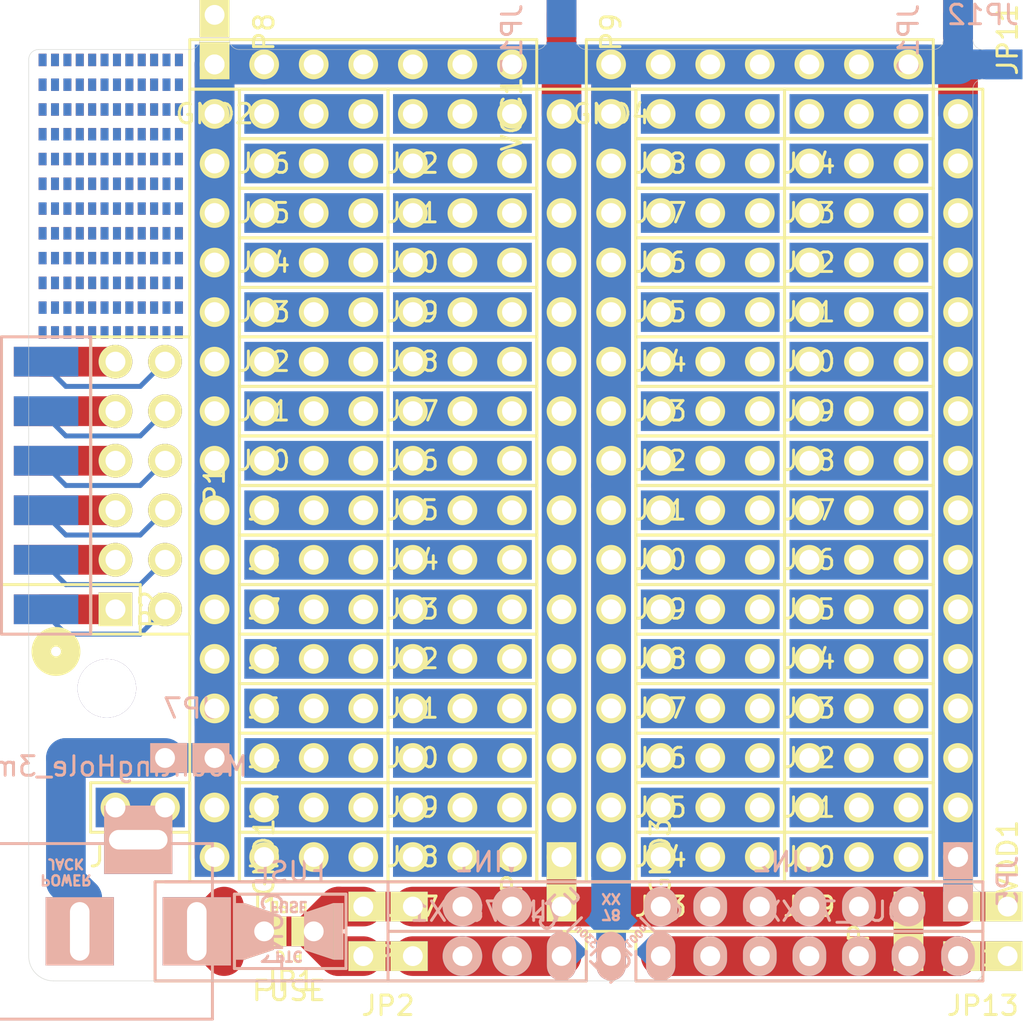
<source format=kicad_pcb>
(kicad_pcb (version 4) (host pcbnew "(2015-01-08 BZR 5360)-product")

  (general
    (links 337)
    (no_connects 4)
    (area 33.890048 26.7335 95.967572 82.309)
    (thickness 1.6)
    (drawings 52)
    (tracks 78)
    (zones 0)
    (modules 105)
    (nets 95)
  )

  (page A3)
  (layers
    (0 F.Cu signal)
    (31 B.Cu signal hide)
    (32 B.Adhes user hide)
    (33 F.Adhes user hide)
    (34 B.Paste user hide)
    (35 F.Paste user hide)
    (36 B.SilkS user hide)
    (37 F.SilkS user)
    (38 B.Mask user hide)
    (39 F.Mask user hide)
    (40 Dwgs.User user hide)
    (41 Cmts.User user hide)
    (42 Eco1.User user hide)
    (43 Eco2.User user hide)
    (44 Edge.Cuts user)
  )

  (setup
    (last_trace_width 0.254)
    (user_trace_width 1.524)
    (user_trace_width 2.032)
    (trace_clearance 0.254)
    (zone_clearance 0.508)
    (zone_45_only no)
    (trace_min 0.254)
    (segment_width 0.15)
    (edge_width 0.0254)
    (via_size 0.889)
    (via_drill 0.635)
    (via_min_size 0.889)
    (via_min_drill 0.508)
    (uvia_size 0.508)
    (uvia_drill 0.127)
    (uvias_allowed no)
    (uvia_min_size 0.508)
    (uvia_min_drill 0.127)
    (pcb_text_width 0.3)
    (pcb_text_size 1 1)
    (mod_edge_width 0.28)
    (mod_text_size 1 1)
    (mod_text_width 0.15)
    (pad_size 1.7272 2.032)
    (pad_drill 1.016)
    (pad_to_mask_clearance 0)
    (aux_axis_origin 0 0)
    (visible_elements FFFCFB0F)
    (pcbplotparams
      (layerselection 0x010f0_80000001)
      (usegerberextensions true)
      (excludeedgelayer false)
      (linewidth 0.150000)
      (plotframeref false)
      (viasonmask false)
      (mode 1)
      (useauxorigin false)
      (hpglpennumber 1)
      (hpglpenspeed 20)
      (hpglpendiameter 15)
      (hpglpenoverlay 2)
      (psnegative false)
      (psa4output false)
      (plotreference false)
      (plotvalue false)
      (plotinvisibletext false)
      (padsonsilk false)
      (subtractmaskfromsilk false)
      (outputformat 1)
      (mirror false)
      (drillshape 0)
      (scaleselection 1)
      (outputdirectory out/50x50_top_right/))
  )

  (net 0 "")
  (net 1 "Net-(C1-Pad1)")
  (net 2 "Net-(C1-Pad2)")
  (net 3 "Net-(C2-Pad1)")
  (net 4 "Net-(CON1-Pad1)")
  (net 5 "Net-(CON1-Pad2)")
  (net 6 "Net-(CON1-Pad3)")
  (net 7 "Net-(J1-Pad1)")
  (net 8 "Net-(J2-Pad1)")
  (net 9 "Net-(J3-Pad1)")
  (net 10 "Net-(J4-Pad1)")
  (net 11 "Net-(J5-Pad1)")
  (net 12 "Net-(J6-Pad1)")
  (net 13 "Net-(J7-Pad1)")
  (net 14 "Net-(J8-Pad1)")
  (net 15 "Net-(J9-Pad1)")
  (net 16 "Net-(J10-Pad1)")
  (net 17 "Net-(J11-Pad1)")
  (net 18 "Net-(J12-Pad1)")
  (net 19 "Net-(J13-Pad1)")
  (net 20 "Net-(J14-Pad1)")
  (net 21 "Net-(J15-Pad1)")
  (net 22 "Net-(J16-Pad1)")
  (net 23 "Net-(J17-Pad1)")
  (net 24 "Net-(J18-Pad1)")
  (net 25 "Net-(J19-Pad1)")
  (net 26 "Net-(J20-Pad1)")
  (net 27 "Net-(J21-Pad1)")
  (net 28 "Net-(J22-Pad1)")
  (net 29 "Net-(J23-Pad1)")
  (net 30 "Net-(J24-Pad1)")
  (net 31 "Net-(J25-Pad1)")
  (net 32 "Net-(J26-Pad1)")
  (net 33 "Net-(J27-Pad1)")
  (net 34 "Net-(J28-Pad1)")
  (net 35 "Net-(J29-Pad1)")
  (net 36 "Net-(J30-Pad1)")
  (net 37 "Net-(J31-Pad1)")
  (net 38 "Net-(J32-Pad1)")
  (net 39 "Net-(J33-Pad1)")
  (net 40 "Net-(J34-Pad1)")
  (net 41 "Net-(J35-Pad1)")
  (net 42 "Net-(J36-Pad1)")
  (net 43 "Net-(J37-Pad1)")
  (net 44 "Net-(J38-Pad1)")
  (net 45 "Net-(J39-Pad1)")
  (net 46 "Net-(J40-Pad1)")
  (net 47 "Net-(J41-Pad1)")
  (net 48 "Net-(J42-Pad1)")
  (net 49 "Net-(J43-Pad1)")
  (net 50 "Net-(J44-Pad1)")
  (net 51 "Net-(J45-Pad1)")
  (net 52 "Net-(J46-Pad1)")
  (net 53 "Net-(J47-Pad1)")
  (net 54 "Net-(J48-Pad1)")
  (net 55 "Net-(J49-Pad1)")
  (net 56 "Net-(J50-Pad1)")
  (net 57 "Net-(J51-Pad1)")
  (net 58 "Net-(J52-Pad1)")
  (net 59 "Net-(J53-Pad1)")
  (net 60 "Net-(J54-Pad1)")
  (net 61 "Net-(J55-Pad1)")
  (net 62 "Net-(J56-Pad1)")
  (net 63 "Net-(J57-Pad1)")
  (net 64 "Net-(J58-Pad1)")
  (net 65 "Net-(J59-Pad1)")
  (net 66 "Net-(J60-Pad1)")
  (net 67 "Net-(J61-Pad1)")
  (net 68 "Net-(J62-Pad1)")
  (net 69 "Net-(J63-Pad1)")
  (net 70 "Net-(J64-Pad1)")
  (net 71 "Net-(JP4-Pad1)")
  (net 72 "Net-(F1-Pad2)")
  (net 73 "Net-(JP14-Pad1)")
  (net 74 "Net-(JP11-Pad1)")
  (net 75 "Net-(JP8-Pad2)")
  (net 76 "Net-(JP9-Pad2)")
  (net 77 "Net-(JP10-Pad2)")
  (net 78 "Net-(JP11-Pad2)")
  (net 79 "Net-(JP12-Pad2)")
  (net 80 "Net-(JP13-Pad2)")
  (net 81 "Net-(JP14-Pad2)")
  (net 82 "Net-(JP15-Pad2)")
  (net 83 "Net-(P1-Pad1)")
  (net 84 "Net-(P1-Pad2)")
  (net 85 "Net-(P1-Pad3)")
  (net 86 "Net-(P1-Pad4)")
  (net 87 "Net-(P1-Pad5)")
  (net 88 "Net-(P1-Pad6)")
  (net 89 "Net-(P1-Pad7)")
  (net 90 "Net-(P1-Pad8)")
  (net 91 "Net-(P1-Pad9)")
  (net 92 "Net-(P1-Pad10)")
  (net 93 "Net-(P1-Pad11)")
  (net 94 "Net-(P1-Pad12)")

  (net_class Default "This is the default net class."
    (clearance 0.254)
    (trace_width 0.254)
    (via_dia 0.889)
    (via_drill 0.635)
    (uvia_dia 0.508)
    (uvia_drill 0.127)
    (add_net "Net-(C1-Pad1)")
    (add_net "Net-(C1-Pad2)")
    (add_net "Net-(C2-Pad1)")
    (add_net "Net-(F1-Pad2)")
    (add_net "Net-(J1-Pad1)")
    (add_net "Net-(J10-Pad1)")
    (add_net "Net-(J11-Pad1)")
    (add_net "Net-(J12-Pad1)")
    (add_net "Net-(J13-Pad1)")
    (add_net "Net-(J14-Pad1)")
    (add_net "Net-(J15-Pad1)")
    (add_net "Net-(J16-Pad1)")
    (add_net "Net-(J17-Pad1)")
    (add_net "Net-(J18-Pad1)")
    (add_net "Net-(J19-Pad1)")
    (add_net "Net-(J2-Pad1)")
    (add_net "Net-(J20-Pad1)")
    (add_net "Net-(J21-Pad1)")
    (add_net "Net-(J22-Pad1)")
    (add_net "Net-(J23-Pad1)")
    (add_net "Net-(J24-Pad1)")
    (add_net "Net-(J25-Pad1)")
    (add_net "Net-(J26-Pad1)")
    (add_net "Net-(J27-Pad1)")
    (add_net "Net-(J28-Pad1)")
    (add_net "Net-(J29-Pad1)")
    (add_net "Net-(J3-Pad1)")
    (add_net "Net-(J30-Pad1)")
    (add_net "Net-(J31-Pad1)")
    (add_net "Net-(J32-Pad1)")
    (add_net "Net-(J33-Pad1)")
    (add_net "Net-(J34-Pad1)")
    (add_net "Net-(J35-Pad1)")
    (add_net "Net-(J36-Pad1)")
    (add_net "Net-(J37-Pad1)")
    (add_net "Net-(J38-Pad1)")
    (add_net "Net-(J39-Pad1)")
    (add_net "Net-(J4-Pad1)")
    (add_net "Net-(J40-Pad1)")
    (add_net "Net-(J41-Pad1)")
    (add_net "Net-(J42-Pad1)")
    (add_net "Net-(J43-Pad1)")
    (add_net "Net-(J44-Pad1)")
    (add_net "Net-(J45-Pad1)")
    (add_net "Net-(J46-Pad1)")
    (add_net "Net-(J47-Pad1)")
    (add_net "Net-(J48-Pad1)")
    (add_net "Net-(J49-Pad1)")
    (add_net "Net-(J5-Pad1)")
    (add_net "Net-(J50-Pad1)")
    (add_net "Net-(J51-Pad1)")
    (add_net "Net-(J52-Pad1)")
    (add_net "Net-(J53-Pad1)")
    (add_net "Net-(J54-Pad1)")
    (add_net "Net-(J55-Pad1)")
    (add_net "Net-(J56-Pad1)")
    (add_net "Net-(J57-Pad1)")
    (add_net "Net-(J58-Pad1)")
    (add_net "Net-(J59-Pad1)")
    (add_net "Net-(J6-Pad1)")
    (add_net "Net-(J60-Pad1)")
    (add_net "Net-(J61-Pad1)")
    (add_net "Net-(J62-Pad1)")
    (add_net "Net-(J63-Pad1)")
    (add_net "Net-(J64-Pad1)")
    (add_net "Net-(J7-Pad1)")
    (add_net "Net-(J8-Pad1)")
    (add_net "Net-(J9-Pad1)")
    (add_net "Net-(JP10-Pad2)")
    (add_net "Net-(JP11-Pad1)")
    (add_net "Net-(JP11-Pad2)")
    (add_net "Net-(JP12-Pad2)")
    (add_net "Net-(JP13-Pad2)")
    (add_net "Net-(JP14-Pad1)")
    (add_net "Net-(JP14-Pad2)")
    (add_net "Net-(JP15-Pad2)")
    (add_net "Net-(JP4-Pad1)")
    (add_net "Net-(JP8-Pad2)")
    (add_net "Net-(JP9-Pad2)")
    (add_net "Net-(P1-Pad1)")
    (add_net "Net-(P1-Pad10)")
    (add_net "Net-(P1-Pad11)")
    (add_net "Net-(P1-Pad12)")
    (add_net "Net-(P1-Pad2)")
    (add_net "Net-(P1-Pad3)")
    (add_net "Net-(P1-Pad4)")
    (add_net "Net-(P1-Pad5)")
    (add_net "Net-(P1-Pad6)")
    (add_net "Net-(P1-Pad7)")
    (add_net "Net-(P1-Pad8)")
    (add_net "Net-(P1-Pad9)")
  )

  (net_class Power ""
    (clearance 0.254)
    (trace_width 2.032)
    (via_dia 0.889)
    (via_drill 0.635)
    (uvia_dia 0.508)
    (uvia_drill 0.127)
    (add_net "Net-(CON1-Pad1)")
    (add_net "Net-(CON1-Pad2)")
    (add_net "Net-(CON1-Pad3)")
  )

  (module 2.54mm_Pin_Headers:Edge_2x06 (layer F.Cu) (tedit 554D7B3E) (tstamp 554C77B6)
    (at 43.434 58.42 90)
    (path /554C2C4F)
    (fp_text reference P2 (at 0 5.334 90) (layer F.SilkS)
      (effects (font (size 1 1) (thickness 0.15)))
    )
    (fp_text value CONN_6X2 (at 0 -5.08 90) (layer F.SilkS) hide
      (effects (font (size 1 1) (thickness 0.15)))
    )
    (fp_circle (center -2.159 0.508) (end -1.905 0.508) (layer F.SilkS) (width 1))
    (fp_line (start -1.27 -2.286) (end -1.27 2.286) (layer B.SilkS) (width 0.15))
    (fp_line (start -1.27 2.286) (end 13.97 2.286) (layer B.SilkS) (width 0.15))
    (fp_line (start 13.97 2.286) (end 13.97 -2.286) (layer B.SilkS) (width 0.15))
    (fp_line (start 13.97 -2.286) (end -1.27 -2.286) (layer B.SilkS) (width 0.15))
    (fp_line (start 1.27 2.286) (end 1.27 -2.286) (layer F.SilkS) (width 0.15))
    (fp_line (start -1.27 -2.286) (end -1.27 2.286) (layer F.SilkS) (width 0.15))
    (fp_line (start 13.97 2.286) (end 13.97 -2.286) (layer F.SilkS) (width 0.15))
    (fp_line (start 13.97 -2.286) (end -1.27 -2.286) (layer F.SilkS) (width 0.15))
    (fp_line (start -1.27 2.286) (end 13.97 2.286) (layer F.SilkS) (width 0.15))
    (pad 1 smd rect (at 0 0 90) (size 1.524 3.302) (layers F.Cu F.Paste F.Mask)
      (net 83 "Net-(P1-Pad1)"))
    (pad 2 smd rect (at 0 0 90) (size 1.524 3.302) (layers B.Cu B.Paste B.Mask)
      (net 84 "Net-(P1-Pad2)"))
    (pad 3 smd rect (at 2.54 0 90) (size 1.524 3.302) (layers F.Cu F.Paste F.Mask)
      (net 85 "Net-(P1-Pad3)"))
    (pad 4 smd rect (at 2.54 0 90) (size 1.524 3.302) (layers B.Cu B.Paste B.Mask)
      (net 86 "Net-(P1-Pad4)"))
    (pad 5 smd rect (at 5.08 0 90) (size 1.524 3.302) (layers F.Cu F.Paste F.Mask)
      (net 87 "Net-(P1-Pad5)"))
    (pad 6 smd rect (at 5.08 0 90) (size 1.524 3.302) (layers B.Cu B.Paste B.Mask)
      (net 88 "Net-(P1-Pad6)"))
    (pad 7 smd rect (at 7.62 0 90) (size 1.524 3.302) (layers F.Cu F.Paste F.Mask)
      (net 89 "Net-(P1-Pad7)"))
    (pad 8 smd rect (at 7.62 0 90) (size 1.524 3.302) (layers B.Cu B.Paste B.Mask)
      (net 90 "Net-(P1-Pad8)"))
    (pad 9 smd rect (at 10.16 0 90) (size 1.524 3.302) (layers F.Cu F.Paste F.Mask)
      (net 91 "Net-(P1-Pad9)"))
    (pad 10 smd rect (at 10.16 0 90) (size 1.524 3.302) (layers B.Cu B.Paste B.Mask)
      (net 92 "Net-(P1-Pad10)"))
    (pad 11 smd rect (at 12.7 0 90) (size 1.524 3.302) (layers F.Cu F.Paste F.Mask)
      (net 93 "Net-(P1-Pad11)"))
    (pad 12 smd rect (at 12.7 0 90) (size 1.524 3.302) (layers B.Cu B.Paste B.Mask)
      (net 94 "Net-(P1-Pad12)"))
  )

  (module SMD:SMD_127_065_grid_4X12 (layer F.Cu) (tedit 554C3BEF) (tstamp 554C7855)
    (at 46.0756 32.1564)
    (fp_text reference Ref** (at 0 0) (layer F.SilkS) hide
      (effects (font (size 1 1) (thickness 0.15)))
    )
    (fp_text value Val** (at 0 0) (layer F.SilkS) hide
      (effects (font (size 1 1) (thickness 0.15)))
    )
    (pad 1 smd rect (at -2.8194 -1.905) (size 0.4064 0.635) (layers F.Cu F.Paste F.Mask)
      (clearance 0.2286))
    (pad 2 smd rect (at -2.1844 -1.905) (size 0.4064 0.635) (layers F.Cu F.Paste F.Mask)
      (clearance 0.2286))
    (pad 3 smd rect (at -1.5494 -1.905) (size 0.4064 0.635) (layers F.Cu F.Paste F.Mask)
      (clearance 0.2286))
    (pad 4 smd rect (at -0.9144 -1.905) (size 0.4064 0.635) (layers F.Cu F.Paste F.Mask)
      (clearance 0.2286))
    (pad 5 smd rect (at -0.2794 -1.905) (size 0.4064 0.635) (layers F.Cu F.Paste F.Mask)
      (clearance 0.2286))
    (pad 6 smd rect (at 0.3556 -1.905) (size 0.4064 0.635) (layers F.Cu F.Paste F.Mask)
      (clearance 0.2286))
    (pad 7 smd rect (at 0.9906 -1.905) (size 0.4064 0.635) (layers F.Cu F.Paste F.Mask)
      (clearance 0.2286))
    (pad 8 smd rect (at 1.6256 -1.905) (size 0.4064 0.635) (layers F.Cu F.Paste F.Mask)
      (clearance 0.2286))
    (pad 9 smd rect (at 2.2606 -1.905) (size 0.4064 0.635) (layers F.Cu F.Paste F.Mask)
      (clearance 0.2286))
    (pad 10 smd rect (at 2.8956 -1.905) (size 0.4064 0.635) (layers F.Cu F.Paste F.Mask)
      (clearance 0.2286))
    (pad 11 smd rect (at 3.5306 -1.905) (size 0.4064 0.635) (layers F.Cu F.Paste F.Mask)
      (clearance 0.2286))
    (pad 12 smd rect (at 4.1656 -1.905) (size 0.4064 0.635) (layers F.Cu F.Paste F.Mask)
      (clearance 0.2286))
    (pad 13 smd rect (at -2.8194 -0.635) (size 0.4064 0.635) (layers F.Cu F.Paste F.Mask)
      (clearance 0.2286))
    (pad 14 smd rect (at -2.1844 -0.635) (size 0.4064 0.635) (layers F.Cu F.Paste F.Mask)
      (clearance 0.2286))
    (pad 15 smd rect (at -1.5494 -0.635) (size 0.4064 0.635) (layers F.Cu F.Paste F.Mask)
      (clearance 0.2286))
    (pad 16 smd rect (at -0.9144 -0.635) (size 0.4064 0.635) (layers F.Cu F.Paste F.Mask)
      (clearance 0.2286))
    (pad 17 smd rect (at -0.2794 -0.635) (size 0.4064 0.635) (layers F.Cu F.Paste F.Mask)
      (clearance 0.2286))
    (pad 18 smd rect (at 0.3556 -0.635) (size 0.4064 0.635) (layers F.Cu F.Paste F.Mask)
      (clearance 0.2286))
    (pad 19 smd rect (at 0.9906 -0.635) (size 0.4064 0.635) (layers F.Cu F.Paste F.Mask)
      (clearance 0.2286))
    (pad 20 smd rect (at 1.6256 -0.635) (size 0.4064 0.635) (layers F.Cu F.Paste F.Mask)
      (clearance 0.2286))
    (pad 21 smd rect (at 2.2606 -0.635) (size 0.4064 0.635) (layers F.Cu F.Paste F.Mask)
      (clearance 0.2286))
    (pad 22 smd rect (at 2.8956 -0.635) (size 0.4064 0.635) (layers F.Cu F.Paste F.Mask)
      (clearance 0.2286))
    (pad 23 smd rect (at 3.5306 -0.635) (size 0.4064 0.635) (layers F.Cu F.Paste F.Mask)
      (clearance 0.2286))
    (pad 24 smd rect (at 4.1656 -0.635) (size 0.4064 0.635) (layers F.Cu F.Paste F.Mask)
      (clearance 0.2286))
    (pad 25 smd rect (at -2.8194 0.635) (size 0.4064 0.635) (layers F.Cu F.Paste F.Mask)
      (clearance 0.2286))
    (pad 26 smd rect (at -2.1844 0.635) (size 0.4064 0.635) (layers F.Cu F.Paste F.Mask)
      (clearance 0.2286))
    (pad 27 smd rect (at -1.5494 0.635) (size 0.4064 0.635) (layers F.Cu F.Paste F.Mask)
      (clearance 0.2286))
    (pad 28 smd rect (at -0.9144 0.635) (size 0.4064 0.635) (layers F.Cu F.Paste F.Mask)
      (clearance 0.2286))
    (pad 29 smd rect (at -0.2794 0.635) (size 0.4064 0.635) (layers F.Cu F.Paste F.Mask)
      (clearance 0.2286))
    (pad 30 smd rect (at 0.3556 0.635) (size 0.4064 0.635) (layers F.Cu F.Paste F.Mask)
      (clearance 0.2286))
    (pad 31 smd rect (at 0.9906 0.635) (size 0.4064 0.635) (layers F.Cu F.Paste F.Mask)
      (clearance 0.2286))
    (pad 32 smd rect (at 1.6256 0.635) (size 0.4064 0.635) (layers F.Cu F.Paste F.Mask)
      (clearance 0.2286))
    (pad 33 smd rect (at 2.2606 0.635) (size 0.4064 0.635) (layers F.Cu F.Paste F.Mask)
      (clearance 0.2286))
    (pad 34 smd rect (at 2.8956 0.635) (size 0.4064 0.635) (layers F.Cu F.Paste F.Mask)
      (clearance 0.2286))
    (pad 35 smd rect (at 3.5306 0.635) (size 0.4064 0.635) (layers F.Cu F.Paste F.Mask)
      (clearance 0.2286))
    (pad 36 smd rect (at 4.1656 0.635) (size 0.4064 0.635) (layers F.Cu F.Paste F.Mask)
      (clearance 0.2286))
    (pad 37 smd rect (at -2.8194 1.905) (size 0.4064 0.635) (layers F.Cu F.Paste F.Mask)
      (clearance 0.2286))
    (pad 38 smd rect (at -2.1844 1.905) (size 0.4064 0.635) (layers F.Cu F.Paste F.Mask)
      (clearance 0.2286))
    (pad 39 smd rect (at -1.5494 1.905) (size 0.4064 0.635) (layers F.Cu F.Paste F.Mask)
      (clearance 0.2286))
    (pad 40 smd rect (at -0.9144 1.905) (size 0.4064 0.635) (layers F.Cu F.Paste F.Mask)
      (clearance 0.2286))
    (pad 41 smd rect (at -0.2794 1.905) (size 0.4064 0.635) (layers F.Cu F.Paste F.Mask)
      (clearance 0.2286))
    (pad 42 smd rect (at 0.3556 1.905) (size 0.4064 0.635) (layers F.Cu F.Paste F.Mask)
      (clearance 0.2286))
    (pad 43 smd rect (at 0.9906 1.905) (size 0.4064 0.635) (layers F.Cu F.Paste F.Mask)
      (clearance 0.2286))
    (pad 44 smd rect (at 1.6256 1.905) (size 0.4064 0.635) (layers F.Cu F.Paste F.Mask)
      (clearance 0.2286))
    (pad 45 smd rect (at 2.2606 1.905) (size 0.4064 0.635) (layers F.Cu F.Paste F.Mask)
      (clearance 0.2286))
    (pad 46 smd rect (at 2.8956 1.905) (size 0.4064 0.635) (layers F.Cu F.Paste F.Mask)
      (clearance 0.2286))
    (pad 47 smd rect (at 3.5306 1.905) (size 0.4064 0.635) (layers F.Cu F.Paste F.Mask)
      (clearance 0.2286))
    (pad 48 smd rect (at 4.1656 1.905) (size 0.4064 0.635) (layers F.Cu F.Paste F.Mask)
      (clearance 0.2286))
  )

  (module SMD:SMD_127_065_grid_4X12 (layer F.Cu) (tedit 554C3BEF) (tstamp 554C7820)
    (at 46.0756 37.2364)
    (fp_text reference Ref** (at 0 0) (layer F.SilkS) hide
      (effects (font (size 1 1) (thickness 0.15)))
    )
    (fp_text value Val** (at 0 0) (layer F.SilkS) hide
      (effects (font (size 1 1) (thickness 0.15)))
    )
    (pad 1 smd rect (at -2.8194 -1.905) (size 0.4064 0.635) (layers F.Cu F.Paste F.Mask)
      (clearance 0.2286))
    (pad 2 smd rect (at -2.1844 -1.905) (size 0.4064 0.635) (layers F.Cu F.Paste F.Mask)
      (clearance 0.2286))
    (pad 3 smd rect (at -1.5494 -1.905) (size 0.4064 0.635) (layers F.Cu F.Paste F.Mask)
      (clearance 0.2286))
    (pad 4 smd rect (at -0.9144 -1.905) (size 0.4064 0.635) (layers F.Cu F.Paste F.Mask)
      (clearance 0.2286))
    (pad 5 smd rect (at -0.2794 -1.905) (size 0.4064 0.635) (layers F.Cu F.Paste F.Mask)
      (clearance 0.2286))
    (pad 6 smd rect (at 0.3556 -1.905) (size 0.4064 0.635) (layers F.Cu F.Paste F.Mask)
      (clearance 0.2286))
    (pad 7 smd rect (at 0.9906 -1.905) (size 0.4064 0.635) (layers F.Cu F.Paste F.Mask)
      (clearance 0.2286))
    (pad 8 smd rect (at 1.6256 -1.905) (size 0.4064 0.635) (layers F.Cu F.Paste F.Mask)
      (clearance 0.2286))
    (pad 9 smd rect (at 2.2606 -1.905) (size 0.4064 0.635) (layers F.Cu F.Paste F.Mask)
      (clearance 0.2286))
    (pad 10 smd rect (at 2.8956 -1.905) (size 0.4064 0.635) (layers F.Cu F.Paste F.Mask)
      (clearance 0.2286))
    (pad 11 smd rect (at 3.5306 -1.905) (size 0.4064 0.635) (layers F.Cu F.Paste F.Mask)
      (clearance 0.2286))
    (pad 12 smd rect (at 4.1656 -1.905) (size 0.4064 0.635) (layers F.Cu F.Paste F.Mask)
      (clearance 0.2286))
    (pad 13 smd rect (at -2.8194 -0.635) (size 0.4064 0.635) (layers F.Cu F.Paste F.Mask)
      (clearance 0.2286))
    (pad 14 smd rect (at -2.1844 -0.635) (size 0.4064 0.635) (layers F.Cu F.Paste F.Mask)
      (clearance 0.2286))
    (pad 15 smd rect (at -1.5494 -0.635) (size 0.4064 0.635) (layers F.Cu F.Paste F.Mask)
      (clearance 0.2286))
    (pad 16 smd rect (at -0.9144 -0.635) (size 0.4064 0.635) (layers F.Cu F.Paste F.Mask)
      (clearance 0.2286))
    (pad 17 smd rect (at -0.2794 -0.635) (size 0.4064 0.635) (layers F.Cu F.Paste F.Mask)
      (clearance 0.2286))
    (pad 18 smd rect (at 0.3556 -0.635) (size 0.4064 0.635) (layers F.Cu F.Paste F.Mask)
      (clearance 0.2286))
    (pad 19 smd rect (at 0.9906 -0.635) (size 0.4064 0.635) (layers F.Cu F.Paste F.Mask)
      (clearance 0.2286))
    (pad 20 smd rect (at 1.6256 -0.635) (size 0.4064 0.635) (layers F.Cu F.Paste F.Mask)
      (clearance 0.2286))
    (pad 21 smd rect (at 2.2606 -0.635) (size 0.4064 0.635) (layers F.Cu F.Paste F.Mask)
      (clearance 0.2286))
    (pad 22 smd rect (at 2.8956 -0.635) (size 0.4064 0.635) (layers F.Cu F.Paste F.Mask)
      (clearance 0.2286))
    (pad 23 smd rect (at 3.5306 -0.635) (size 0.4064 0.635) (layers F.Cu F.Paste F.Mask)
      (clearance 0.2286))
    (pad 24 smd rect (at 4.1656 -0.635) (size 0.4064 0.635) (layers F.Cu F.Paste F.Mask)
      (clearance 0.2286))
    (pad 25 smd rect (at -2.8194 0.635) (size 0.4064 0.635) (layers F.Cu F.Paste F.Mask)
      (clearance 0.2286))
    (pad 26 smd rect (at -2.1844 0.635) (size 0.4064 0.635) (layers F.Cu F.Paste F.Mask)
      (clearance 0.2286))
    (pad 27 smd rect (at -1.5494 0.635) (size 0.4064 0.635) (layers F.Cu F.Paste F.Mask)
      (clearance 0.2286))
    (pad 28 smd rect (at -0.9144 0.635) (size 0.4064 0.635) (layers F.Cu F.Paste F.Mask)
      (clearance 0.2286))
    (pad 29 smd rect (at -0.2794 0.635) (size 0.4064 0.635) (layers F.Cu F.Paste F.Mask)
      (clearance 0.2286))
    (pad 30 smd rect (at 0.3556 0.635) (size 0.4064 0.635) (layers F.Cu F.Paste F.Mask)
      (clearance 0.2286))
    (pad 31 smd rect (at 0.9906 0.635) (size 0.4064 0.635) (layers F.Cu F.Paste F.Mask)
      (clearance 0.2286))
    (pad 32 smd rect (at 1.6256 0.635) (size 0.4064 0.635) (layers F.Cu F.Paste F.Mask)
      (clearance 0.2286))
    (pad 33 smd rect (at 2.2606 0.635) (size 0.4064 0.635) (layers F.Cu F.Paste F.Mask)
      (clearance 0.2286))
    (pad 34 smd rect (at 2.8956 0.635) (size 0.4064 0.635) (layers F.Cu F.Paste F.Mask)
      (clearance 0.2286))
    (pad 35 smd rect (at 3.5306 0.635) (size 0.4064 0.635) (layers F.Cu F.Paste F.Mask)
      (clearance 0.2286))
    (pad 36 smd rect (at 4.1656 0.635) (size 0.4064 0.635) (layers F.Cu F.Paste F.Mask)
      (clearance 0.2286))
    (pad 37 smd rect (at -2.8194 1.905) (size 0.4064 0.635) (layers F.Cu F.Paste F.Mask)
      (clearance 0.2286))
    (pad 38 smd rect (at -2.1844 1.905) (size 0.4064 0.635) (layers F.Cu F.Paste F.Mask)
      (clearance 0.2286))
    (pad 39 smd rect (at -1.5494 1.905) (size 0.4064 0.635) (layers F.Cu F.Paste F.Mask)
      (clearance 0.2286))
    (pad 40 smd rect (at -0.9144 1.905) (size 0.4064 0.635) (layers F.Cu F.Paste F.Mask)
      (clearance 0.2286))
    (pad 41 smd rect (at -0.2794 1.905) (size 0.4064 0.635) (layers F.Cu F.Paste F.Mask)
      (clearance 0.2286))
    (pad 42 smd rect (at 0.3556 1.905) (size 0.4064 0.635) (layers F.Cu F.Paste F.Mask)
      (clearance 0.2286))
    (pad 43 smd rect (at 0.9906 1.905) (size 0.4064 0.635) (layers F.Cu F.Paste F.Mask)
      (clearance 0.2286))
    (pad 44 smd rect (at 1.6256 1.905) (size 0.4064 0.635) (layers F.Cu F.Paste F.Mask)
      (clearance 0.2286))
    (pad 45 smd rect (at 2.2606 1.905) (size 0.4064 0.635) (layers F.Cu F.Paste F.Mask)
      (clearance 0.2286))
    (pad 46 smd rect (at 2.8956 1.905) (size 0.4064 0.635) (layers F.Cu F.Paste F.Mask)
      (clearance 0.2286))
    (pad 47 smd rect (at 3.5306 1.905) (size 0.4064 0.635) (layers F.Cu F.Paste F.Mask)
      (clearance 0.2286))
    (pad 48 smd rect (at 4.1656 1.905) (size 0.4064 0.635) (layers F.Cu F.Paste F.Mask)
      (clearance 0.2286))
  )

  (module SMD:SMD_127_065_grid_4X12 (layer F.Cu) (tedit 554C3BEF) (tstamp 554C77EB)
    (at 46.0756 42.3164)
    (fp_text reference Ref** (at 0 0) (layer F.SilkS) hide
      (effects (font (size 1 1) (thickness 0.15)))
    )
    (fp_text value Val** (at 0 0) (layer F.SilkS) hide
      (effects (font (size 1 1) (thickness 0.15)))
    )
    (pad 1 smd rect (at -2.8194 -1.905) (size 0.4064 0.635) (layers F.Cu F.Paste F.Mask)
      (clearance 0.2286))
    (pad 2 smd rect (at -2.1844 -1.905) (size 0.4064 0.635) (layers F.Cu F.Paste F.Mask)
      (clearance 0.2286))
    (pad 3 smd rect (at -1.5494 -1.905) (size 0.4064 0.635) (layers F.Cu F.Paste F.Mask)
      (clearance 0.2286))
    (pad 4 smd rect (at -0.9144 -1.905) (size 0.4064 0.635) (layers F.Cu F.Paste F.Mask)
      (clearance 0.2286))
    (pad 5 smd rect (at -0.2794 -1.905) (size 0.4064 0.635) (layers F.Cu F.Paste F.Mask)
      (clearance 0.2286))
    (pad 6 smd rect (at 0.3556 -1.905) (size 0.4064 0.635) (layers F.Cu F.Paste F.Mask)
      (clearance 0.2286))
    (pad 7 smd rect (at 0.9906 -1.905) (size 0.4064 0.635) (layers F.Cu F.Paste F.Mask)
      (clearance 0.2286))
    (pad 8 smd rect (at 1.6256 -1.905) (size 0.4064 0.635) (layers F.Cu F.Paste F.Mask)
      (clearance 0.2286))
    (pad 9 smd rect (at 2.2606 -1.905) (size 0.4064 0.635) (layers F.Cu F.Paste F.Mask)
      (clearance 0.2286))
    (pad 10 smd rect (at 2.8956 -1.905) (size 0.4064 0.635) (layers F.Cu F.Paste F.Mask)
      (clearance 0.2286))
    (pad 11 smd rect (at 3.5306 -1.905) (size 0.4064 0.635) (layers F.Cu F.Paste F.Mask)
      (clearance 0.2286))
    (pad 12 smd rect (at 4.1656 -1.905) (size 0.4064 0.635) (layers F.Cu F.Paste F.Mask)
      (clearance 0.2286))
    (pad 13 smd rect (at -2.8194 -0.635) (size 0.4064 0.635) (layers F.Cu F.Paste F.Mask)
      (clearance 0.2286))
    (pad 14 smd rect (at -2.1844 -0.635) (size 0.4064 0.635) (layers F.Cu F.Paste F.Mask)
      (clearance 0.2286))
    (pad 15 smd rect (at -1.5494 -0.635) (size 0.4064 0.635) (layers F.Cu F.Paste F.Mask)
      (clearance 0.2286))
    (pad 16 smd rect (at -0.9144 -0.635) (size 0.4064 0.635) (layers F.Cu F.Paste F.Mask)
      (clearance 0.2286))
    (pad 17 smd rect (at -0.2794 -0.635) (size 0.4064 0.635) (layers F.Cu F.Paste F.Mask)
      (clearance 0.2286))
    (pad 18 smd rect (at 0.3556 -0.635) (size 0.4064 0.635) (layers F.Cu F.Paste F.Mask)
      (clearance 0.2286))
    (pad 19 smd rect (at 0.9906 -0.635) (size 0.4064 0.635) (layers F.Cu F.Paste F.Mask)
      (clearance 0.2286))
    (pad 20 smd rect (at 1.6256 -0.635) (size 0.4064 0.635) (layers F.Cu F.Paste F.Mask)
      (clearance 0.2286))
    (pad 21 smd rect (at 2.2606 -0.635) (size 0.4064 0.635) (layers F.Cu F.Paste F.Mask)
      (clearance 0.2286))
    (pad 22 smd rect (at 2.8956 -0.635) (size 0.4064 0.635) (layers F.Cu F.Paste F.Mask)
      (clearance 0.2286))
    (pad 23 smd rect (at 3.5306 -0.635) (size 0.4064 0.635) (layers F.Cu F.Paste F.Mask)
      (clearance 0.2286))
    (pad 24 smd rect (at 4.1656 -0.635) (size 0.4064 0.635) (layers F.Cu F.Paste F.Mask)
      (clearance 0.2286))
    (pad 25 smd rect (at -2.8194 0.635) (size 0.4064 0.635) (layers F.Cu F.Paste F.Mask)
      (clearance 0.2286))
    (pad 26 smd rect (at -2.1844 0.635) (size 0.4064 0.635) (layers F.Cu F.Paste F.Mask)
      (clearance 0.2286))
    (pad 27 smd rect (at -1.5494 0.635) (size 0.4064 0.635) (layers F.Cu F.Paste F.Mask)
      (clearance 0.2286))
    (pad 28 smd rect (at -0.9144 0.635) (size 0.4064 0.635) (layers F.Cu F.Paste F.Mask)
      (clearance 0.2286))
    (pad 29 smd rect (at -0.2794 0.635) (size 0.4064 0.635) (layers F.Cu F.Paste F.Mask)
      (clearance 0.2286))
    (pad 30 smd rect (at 0.3556 0.635) (size 0.4064 0.635) (layers F.Cu F.Paste F.Mask)
      (clearance 0.2286))
    (pad 31 smd rect (at 0.9906 0.635) (size 0.4064 0.635) (layers F.Cu F.Paste F.Mask)
      (clearance 0.2286))
    (pad 32 smd rect (at 1.6256 0.635) (size 0.4064 0.635) (layers F.Cu F.Paste F.Mask)
      (clearance 0.2286))
    (pad 33 smd rect (at 2.2606 0.635) (size 0.4064 0.635) (layers F.Cu F.Paste F.Mask)
      (clearance 0.2286))
    (pad 34 smd rect (at 2.8956 0.635) (size 0.4064 0.635) (layers F.Cu F.Paste F.Mask)
      (clearance 0.2286))
    (pad 35 smd rect (at 3.5306 0.635) (size 0.4064 0.635) (layers F.Cu F.Paste F.Mask)
      (clearance 0.2286))
    (pad 36 smd rect (at 4.1656 0.635) (size 0.4064 0.635) (layers F.Cu F.Paste F.Mask)
      (clearance 0.2286))
    (pad 37 smd rect (at -2.8194 1.905) (size 0.4064 0.635) (layers F.Cu F.Paste F.Mask)
      (clearance 0.2286))
    (pad 38 smd rect (at -2.1844 1.905) (size 0.4064 0.635) (layers F.Cu F.Paste F.Mask)
      (clearance 0.2286))
    (pad 39 smd rect (at -1.5494 1.905) (size 0.4064 0.635) (layers F.Cu F.Paste F.Mask)
      (clearance 0.2286))
    (pad 40 smd rect (at -0.9144 1.905) (size 0.4064 0.635) (layers F.Cu F.Paste F.Mask)
      (clearance 0.2286))
    (pad 41 smd rect (at -0.2794 1.905) (size 0.4064 0.635) (layers F.Cu F.Paste F.Mask)
      (clearance 0.2286))
    (pad 42 smd rect (at 0.3556 1.905) (size 0.4064 0.635) (layers F.Cu F.Paste F.Mask)
      (clearance 0.2286))
    (pad 43 smd rect (at 0.9906 1.905) (size 0.4064 0.635) (layers F.Cu F.Paste F.Mask)
      (clearance 0.2286))
    (pad 44 smd rect (at 1.6256 1.905) (size 0.4064 0.635) (layers F.Cu F.Paste F.Mask)
      (clearance 0.2286))
    (pad 45 smd rect (at 2.2606 1.905) (size 0.4064 0.635) (layers F.Cu F.Paste F.Mask)
      (clearance 0.2286))
    (pad 46 smd rect (at 2.8956 1.905) (size 0.4064 0.635) (layers F.Cu F.Paste F.Mask)
      (clearance 0.2286))
    (pad 47 smd rect (at 3.5306 1.905) (size 0.4064 0.635) (layers F.Cu F.Paste F.Mask)
      (clearance 0.2286))
    (pad 48 smd rect (at 4.1656 1.905) (size 0.4064 0.635) (layers F.Cu F.Paste F.Mask)
      (clearance 0.2286))
  )

  (module Socket_Strips:Socket_Strip_Straight_1x06 (layer B.Cu) (tedit 554BBE95) (tstamp 554C779B)
    (at 81.28 73.66 180)
    (descr "Through hole socket strip")
    (tags "socket strip")
    (path /554BBC78)
    (fp_text reference VIN2 (at 0 2.286 180) (layer B.SilkS)
      (effects (font (size 1 1) (thickness 0.15)) (justify mirror))
    )
    (fp_text value CONN_6 (at 0 0 180) (layer B.SilkS) hide
      (effects (font (size 1 1) (thickness 0.15)) (justify mirror))
    )
    (pad 1 thru_hole oval (at 6.35 0) (size 1.7272 2.032) (drill 1.016) (layers *.Cu *.Mask B.SilkS)
      (net 73 "Net-(JP14-Pad1)"))
    (pad 2 thru_hole oval (at 3.81 0) (size 1.7272 2.032) (drill 1.016) (layers *.Cu *.Mask B.SilkS)
      (net 73 "Net-(JP14-Pad1)"))
    (pad 3 thru_hole oval (at 1.27 0) (size 1.7272 2.032) (drill 1.016) (layers *.Cu *.Mask B.SilkS)
      (net 73 "Net-(JP14-Pad1)"))
    (pad 4 thru_hole oval (at -1.27 0) (size 1.7272 2.032) (drill 1.016) (layers *.Cu *.Mask B.SilkS)
      (net 73 "Net-(JP14-Pad1)"))
    (pad 5 thru_hole oval (at -3.81 0) (size 1.7272 2.032) (drill 1.016) (layers *.Cu *.Mask B.SilkS)
      (net 73 "Net-(JP14-Pad1)"))
    (pad 6 thru_hole oval (at -6.35 0) (size 1.7272 2.032) (drill 1.016) (layers *.Cu *.Mask B.SilkS)
      (net 73 "Net-(JP14-Pad1)"))
    (model Socket_Strips/Socket_Strip_Straight_1x06.wrl
      (at (xyz 0 0 0))
      (scale (xyz 1 1 1))
      (rotate (xyz 0 0 0))
    )
  )

  (module Socket_Strips:Socket_Strip_Straight_1x06 (layer B.Cu) (tedit 554BBE84) (tstamp 554C7790)
    (at 83.82 76.2 180)
    (descr "Through hole socket strip")
    (tags "socket strip")
    (path /554BB9EB)
    (fp_text reference VOUT_78XX1 (at 0 2.286 180) (layer B.SilkS)
      (effects (font (size 1 1) (thickness 0.15)) (justify mirror))
    )
    (fp_text value CONN_6 (at 0 0 180) (layer B.SilkS) hide
      (effects (font (size 1 1) (thickness 0.15)) (justify mirror))
    )
    (pad 1 thru_hole oval (at 6.35 0) (size 1.7272 2.032) (drill 1.016) (layers *.Cu *.Mask B.SilkS)
      (net 3 "Net-(C2-Pad1)"))
    (pad 2 thru_hole oval (at 3.81 0) (size 1.7272 2.032) (drill 1.016) (layers *.Cu *.Mask B.SilkS)
      (net 3 "Net-(C2-Pad1)"))
    (pad 3 thru_hole oval (at 1.27 0) (size 1.7272 2.032) (drill 1.016) (layers *.Cu *.Mask B.SilkS)
      (net 3 "Net-(C2-Pad1)"))
    (pad 4 thru_hole oval (at -1.27 0) (size 1.7272 2.032) (drill 1.016) (layers *.Cu *.Mask B.SilkS)
      (net 3 "Net-(C2-Pad1)"))
    (pad 5 thru_hole oval (at -3.81 0) (size 1.7272 2.032) (drill 1.016) (layers *.Cu *.Mask B.SilkS)
      (net 3 "Net-(C2-Pad1)"))
    (pad 6 thru_hole oval (at -6.35 0) (size 1.7272 2.032) (drill 1.016) (layers *.Cu *.Mask B.SilkS)
      (net 3 "Net-(C2-Pad1)"))
    (model Socket_Strips/Socket_Strip_Straight_1x06.wrl
      (at (xyz 0 0 0))
      (scale (xyz 1 1 1))
      (rotate (xyz 0 0 0))
    )
  )

  (module Socket_Strips:Socket_Strip_Straight_1x02 (layer B.Cu) (tedit 554BBDDD) (tstamp 554C7785)
    (at 66.04 76.2 180)
    (descr "Through hole socket strip")
    (tags "socket strip")
    (path /554BC195)
    (fp_text reference VIN_78XX1 (at 0 2.286 180) (layer B.SilkS)
      (effects (font (size 1 1) (thickness 0.15)) (justify mirror))
    )
    (fp_text value CONN_2 (at 0 0 180) (layer B.SilkS) hide
      (effects (font (size 1 1) (thickness 0.15)) (justify mirror))
    )
    (pad 1 thru_hole oval (at 1.27 0) (size 2.032 2.032) (drill 1.016) (layers *.Cu *.Mask B.SilkS)
      (net 1 "Net-(C1-Pad1)"))
    (pad 2 thru_hole oval (at -1.27 0) (size 2.032 2.032) (drill 1.016) (layers *.Cu *.Mask B.SilkS)
      (net 1 "Net-(C1-Pad1)"))
    (model Socket_Strips/Socket_Strip_Straight_1x02.wrl
      (at (xyz 0 0 0))
      (scale (xyz 1 1 1))
      (rotate (xyz 0 0 0))
    )
  )

  (module Socket_Strips:Socket_Strip_Straight_1x02 (layer B.Cu) (tedit 554BBDC7) (tstamp 554C777E)
    (at 66.04 73.66 180)
    (descr "Through hole socket strip")
    (tags "socket strip")
    (path /554BCE60)
    (fp_text reference VIN1 (at 0 2.286 180) (layer B.SilkS)
      (effects (font (size 1 1) (thickness 0.15)) (justify mirror))
    )
    (fp_text value CONN_2 (at 0 0 180) (layer B.SilkS) hide
      (effects (font (size 1 1) (thickness 0.15)) (justify mirror))
    )
    (pad 1 thru_hole oval (at 1.27 0) (size 2.032 2.032) (drill 1.016) (layers *.Cu *.Mask B.SilkS)
      (net 73 "Net-(JP14-Pad1)"))
    (pad 2 thru_hole oval (at -1.27 0) (size 2.032 2.032) (drill 1.016) (layers *.Cu *.Mask B.SilkS)
      (net 73 "Net-(JP14-Pad1)"))
    (model Socket_Strips/Socket_Strip_Straight_1x02.wrl
      (at (xyz 0 0 0))
      (scale (xyz 1 1 1))
      (rotate (xyz 0 0 0))
    )
  )

  (module Transistors_TO-220:TO-220_Neutral123_Vertical (layer B.Cu) (tedit 554BB523) (tstamp 554C7777)
    (at 72.39 76.2)
    (descr "TO-220, Neutral, Vertical,")
    (tags "TO-220, Neutral, Vertical,")
    (path /554BAE87)
    (fp_text reference U1 (at 0 5.08) (layer B.SilkS)
      (effects (font (size 1 1) (thickness 0.15)) (justify mirror))
    )
    (fp_text value LM7805CT (at 0 -3.81) (layer B.SilkS) hide
      (effects (font (size 1 1) (thickness 0.15)) (justify mirror))
    )
    (pad 2 thru_hole oval (at 0 0 270) (size 2.49936 1.50114) (drill 1.00076) (layers *.Cu *.Mask B.SilkS)
      (net 2 "Net-(C1-Pad2)"))
    (pad 1 thru_hole oval (at -2.54 0 270) (size 2.49936 1.50114) (drill 1.00076) (layers *.Cu *.Mask B.SilkS)
      (net 1 "Net-(C1-Pad1)"))
    (pad 3 thru_hole oval (at 2.54 0 270) (size 2.49936 1.50114) (drill 1.00076) (layers *.Cu *.Mask B.SilkS)
      (net 3 "Net-(C2-Pad1)"))
    (model Transistors_TO-220/TO-220_Neutral123_Vertical.wrl
      (at (xyz 0 0 0))
      (scale (xyz 0.3937 0.3937 0.3937))
      (rotate (xyz 0 0 0))
    )
  )

  (module Connect:BARREL_JACK (layer B.Cu) (tedit 554BA320) (tstamp 554C776F)
    (at 44.958 74.93)
    (descr "DC Barrel Jack")
    (tags "Power Jack")
    (path /53DD4216)
    (fp_text reference CON1 (at 10.09904 0 270) (layer B.SilkS)
      (effects (font (size 1 1) (thickness 0.15)) (justify mirror))
    )
    (fp_text value BARREL_JACK (at 0 5.99948) (layer B.SilkS) hide
      (effects (font (size 1 1) (thickness 0.15)) (justify mirror))
    )
    (fp_line (start -4.0005 4.50088) (end -4.0005 -4.50088) (layer B.SilkS) (width 0.15))
    (fp_line (start -7.50062 4.50088) (end -7.50062 -4.50088) (layer B.SilkS) (width 0.15))
    (fp_line (start -7.50062 -4.50088) (end 7.00024 -4.50088) (layer B.SilkS) (width 0.15))
    (fp_line (start 7.00024 -4.50088) (end 7.00024 4.50088) (layer B.SilkS) (width 0.15))
    (fp_line (start 7.00024 4.50088) (end -7.50062 4.50088) (layer B.SilkS) (width 0.15))
    (pad 1 thru_hole rect (at 6.20014 0) (size 3.50012 3.50012) (drill oval 1.00076 2.99974) (layers *.Cu *.Mask B.SilkS)
      (net 4 "Net-(CON1-Pad1)"))
    (pad 2 thru_hole rect (at 0.20066 0) (size 3.50012 3.50012) (drill oval 1.00076 2.99974) (layers *.Cu *.Mask B.SilkS)
      (net 5 "Net-(CON1-Pad2)"))
    (pad 3 thru_hole rect (at 3.2004 -4.699) (size 3.50012 3.50012) (drill oval 2.99974 1.00076) (layers *.Cu *.Mask B.SilkS)
      (net 6 "Net-(CON1-Pad3)"))
  )

  (module Muonde:CC12ZZ (layer B.Cu) (tedit 554BA35B) (tstamp 554C7762)
    (at 55.88 74.93)
    (path /53DDB6F8)
    (fp_text reference F1 (at -0.127 2.794) (layer B.SilkS) hide
      (effects (font (size 1 1) (thickness 0.15)) (justify mirror))
    )
    (fp_text value FUSE (at 0 -3.048) (layer B.SilkS)
      (effects (font (size 1 1) (thickness 0.15)) (justify mirror))
    )
    (fp_line (start -2.794 1.905) (end 2.921 1.905) (layer B.SilkS) (width 0.15))
    (fp_line (start 2.921 1.905) (end 2.921 -1.905) (layer B.SilkS) (width 0.15))
    (fp_line (start 2.921 -1.905) (end -2.794 -1.905) (layer B.SilkS) (width 0.15))
    (fp_line (start -2.794 -1.905) (end -2.794 1.905) (layer B.SilkS) (width 0.15))
    (pad 1 smd trapezoid (at -1.524 0) (size 1.50114 2.39268) (rect_delta 0.50038 0 ) (layers B.Cu B.Paste B.SilkS B.Mask)
      (net 4 "Net-(CON1-Pad1)"))
    (pad 2 smd trapezoid (at 1.524 0) (size 1.50114 2.39268) (rect_delta -0.50038 0 ) (layers B.Cu B.Paste B.SilkS B.Mask)
      (net 72 "Net-(F1-Pad2)"))
    (pad 2 smd rect (at 2.54 0) (size 0.50038 2.90068) (layers B.Cu B.Paste B.SilkS B.Mask)
      (net 72 "Net-(F1-Pad2)"))
    (pad 1 smd rect (at -2.4892 0) (size 0.50038 2.90068) (layers B.Cu B.Paste B.SilkS B.Mask)
      (net 4 "Net-(CON1-Pad1)"))
  )

  (module Muonde:CC12ZZ (layer F.Cu) (tedit 554BA35B) (tstamp 554C7755)
    (at 55.88 74.93)
    (path /53DDB707)
    (fp_text reference F2 (at -0.127 -2.794) (layer F.SilkS) hide
      (effects (font (size 1 1) (thickness 0.15)))
    )
    (fp_text value FUSE (at 0 3.048) (layer F.SilkS)
      (effects (font (size 1 1) (thickness 0.15)))
    )
    (fp_line (start -2.794 -1.905) (end 2.921 -1.905) (layer F.SilkS) (width 0.15))
    (fp_line (start 2.921 -1.905) (end 2.921 1.905) (layer F.SilkS) (width 0.15))
    (fp_line (start 2.921 1.905) (end -2.794 1.905) (layer F.SilkS) (width 0.15))
    (fp_line (start -2.794 1.905) (end -2.794 -1.905) (layer F.SilkS) (width 0.15))
    (pad 1 smd trapezoid (at -1.524 0) (size 1.50114 2.39268) (rect_delta 0.50038 0 ) (layers F.Cu F.Paste F.SilkS F.Mask)
      (net 4 "Net-(CON1-Pad1)"))
    (pad 2 smd trapezoid (at 1.524 0) (size 1.50114 2.39268) (rect_delta -0.50038 0 ) (layers F.Cu F.Paste F.SilkS F.Mask)
      (net 72 "Net-(F1-Pad2)"))
    (pad 2 smd rect (at 2.54 0) (size 0.50038 2.90068) (layers F.Cu F.Paste F.SilkS F.Mask)
      (net 72 "Net-(F1-Pad2)"))
    (pad 1 smd rect (at -2.4892 0) (size 0.50038 2.90068) (layers F.Cu F.Paste F.SilkS F.Mask)
      (net 4 "Net-(CON1-Pad1)"))
  )

  (module 2.54mm_Pin_Headers:Solder_Jumper_1x2_Shorted_T (layer F.Cu) (tedit 54B18D35) (tstamp 554C73E2)
    (at 55.88 74.93)
    (path /53DD424D)
    (fp_text reference JP1 (at 0 2.54) (layer F.SilkS)
      (effects (font (size 1 1) (thickness 0.15)))
    )
    (fp_text value JUMPER (at 0 -2.54) (layer F.SilkS) hide
      (effects (font (size 1 1) (thickness 0.15)))
    )
    (fp_line (start 1.27 0) (end -1.27 0) (layer F.Cu) (width 1.524))
    (pad 1 thru_hole rect (at -1.27 0) (size 1.905 1.524) (drill 1.016 (offset 0.1905 0)) (layers *.Cu *.Mask F.SilkS)
      (net 4 "Net-(CON1-Pad1)"))
    (pad 2 thru_hole rect (at 1.27 0) (size 1.905 1.524) (drill 1.016 (offset -0.1905 0)) (layers *.Cu *.Mask F.SilkS)
      (net 72 "Net-(F1-Pad2)"))
    (pad "" smd rect (at 0 0) (size 0.254 1.524) (layers *.Mask))
  )

  (module 2.54mm_Pin_Headers:Solder_Jumper_1x2_Shorted_T (layer F.Cu) (tedit 54B18D35) (tstamp 554C73D9)
    (at 60.96 76.2)
    (path /53DD422F)
    (fp_text reference JP2 (at 0 2.54) (layer F.SilkS)
      (effects (font (size 1 1) (thickness 0.15)))
    )
    (fp_text value JUMPER (at 0 -2.54) (layer F.SilkS) hide
      (effects (font (size 1 1) (thickness 0.15)))
    )
    (fp_line (start 1.27 0) (end -1.27 0) (layer F.Cu) (width 1.524))
    (pad 1 thru_hole rect (at -1.27 0) (size 1.905 1.524) (drill 1.016 (offset 0.1905 0)) (layers *.Cu *.Mask F.SilkS)
      (net 72 "Net-(F1-Pad2)"))
    (pad 2 thru_hole rect (at 1.27 0) (size 1.905 1.524) (drill 1.016 (offset -0.1905 0)) (layers *.Cu *.Mask F.SilkS)
      (net 1 "Net-(C1-Pad1)"))
    (pad "" smd rect (at 0 0) (size 0.254 1.524) (layers *.Mask))
  )

  (module 2.54mm_Pin_Headers:Solder_Jumper_1x2_Shorted_T (layer F.Cu) (tedit 54B18D35) (tstamp 554C73D0)
    (at 60.96 73.66)
    (path /53DD423E)
    (fp_text reference JP3 (at 0 2.54) (layer F.SilkS)
      (effects (font (size 1 1) (thickness 0.15)))
    )
    (fp_text value JUMPER (at 0 -2.54) (layer F.SilkS) hide
      (effects (font (size 1 1) (thickness 0.15)))
    )
    (fp_line (start 1.27 0) (end -1.27 0) (layer F.Cu) (width 1.524))
    (pad 1 thru_hole rect (at -1.27 0) (size 1.905 1.524) (drill 1.016 (offset 0.1905 0)) (layers *.Cu *.Mask F.SilkS)
      (net 72 "Net-(F1-Pad2)"))
    (pad 2 thru_hole rect (at 1.27 0) (size 1.905 1.524) (drill 1.016 (offset -0.1905 0)) (layers *.Cu *.Mask F.SilkS)
      (net 73 "Net-(JP14-Pad1)"))
    (pad "" smd rect (at 0 0) (size 0.254 1.524) (layers *.Mask))
  )

  (module 2.54mm_Pin_Headers:Solder_Jumper_1x2_Shorted_T (layer F.Cu) (tedit 54B18D35) (tstamp 554C73C7)
    (at 69.85 72.39 270)
    (path /53FB40CE)
    (fp_text reference JP4 (at 0 2.54 270) (layer F.SilkS)
      (effects (font (size 1 1) (thickness 0.15)))
    )
    (fp_text value JUMPER (at 0 -2.54 270) (layer F.SilkS) hide
      (effects (font (size 1 1) (thickness 0.15)))
    )
    (fp_line (start 1.27 0) (end -1.27 0) (layer F.Cu) (width 1.524))
    (pad 1 thru_hole rect (at -1.27 0 270) (size 1.905 1.524) (drill 1.016 (offset 0.1905 0)) (layers *.Cu *.Mask F.SilkS)
      (net 71 "Net-(JP4-Pad1)"))
    (pad 2 thru_hole rect (at 1.27 0 270) (size 1.905 1.524) (drill 1.016 (offset -0.1905 0)) (layers *.Cu *.Mask F.SilkS)
      (net 73 "Net-(JP14-Pad1)"))
    (pad "" smd rect (at 0 0 270) (size 0.254 1.524) (layers *.Mask))
  )

  (module 2.54mm_Pin_Headers:Solder_Jumper_1x2_Shorted_T (layer B.Cu) (tedit 54B18D35) (tstamp 554C73BE)
    (at 90.17 72.39 270)
    (path /53FB40DD)
    (fp_text reference JP5 (at 0 -2.54 270) (layer B.SilkS)
      (effects (font (size 1 1) (thickness 0.15)) (justify mirror))
    )
    (fp_text value JUMPER (at 0 2.54 270) (layer B.SilkS) hide
      (effects (font (size 1 1) (thickness 0.15)) (justify mirror))
    )
    (fp_line (start 1.27 0) (end -1.27 0) (layer B.Cu) (width 1.524))
    (pad 1 thru_hole rect (at -1.27 0 270) (size 1.905 1.524) (drill 1.016 (offset 0.1905 0)) (layers *.Cu *.Mask B.SilkS)
      (net 74 "Net-(JP11-Pad1)"))
    (pad 2 thru_hole rect (at 1.27 0 270) (size 1.905 1.524) (drill 1.016 (offset -0.1905 0)) (layers *.Cu *.Mask B.SilkS)
      (net 73 "Net-(JP14-Pad1)"))
    (pad "" smd rect (at 0 0 270) (size 0.254 1.524) (layers *.Mask))
  )

  (module 2.54mm_Pin_Headers:Solder_Jumper_1x2_Shorted_T (layer F.Cu) (tedit 54B18D35) (tstamp 554C73B5)
    (at 87.63 74.93 270)
    (path /53FE5756)
    (fp_text reference JP6 (at 0 2.54 270) (layer F.SilkS)
      (effects (font (size 1 1) (thickness 0.15)))
    )
    (fp_text value JUMPER (at 0 -2.54 270) (layer F.SilkS) hide
      (effects (font (size 1 1) (thickness 0.15)))
    )
    (fp_line (start 1.27 0) (end -1.27 0) (layer F.Cu) (width 1.524))
    (pad 1 thru_hole rect (at -1.27 0 270) (size 1.905 1.524) (drill 1.016 (offset 0.1905 0)) (layers *.Cu *.Mask F.SilkS)
      (net 73 "Net-(JP14-Pad1)"))
    (pad 2 thru_hole rect (at 1.27 0 270) (size 1.905 1.524) (drill 1.016 (offset -0.1905 0)) (layers *.Cu *.Mask F.SilkS)
      (net 3 "Net-(C2-Pad1)"))
    (pad "" smd rect (at 0 0 270) (size 0.254 1.524) (layers *.Mask))
  )

  (module Capacitors_SMD:C_0805_HandSoldering (layer B.Cu) (tedit 541A9B8D) (tstamp 554C7378)
    (at 71.12 75.184 45)
    (descr "Capacitor SMD 0805, hand soldering")
    (tags "capacitor 0805")
    (path /53FF7346)
    (attr smd)
    (fp_text reference C1 (at 0 2.1 45) (layer B.SilkS)
      (effects (font (size 1 1) (thickness 0.15)) (justify mirror))
    )
    (fp_text value u33 (at 0 -2.1 45) (layer B.SilkS)
      (effects (font (size 1 1) (thickness 0.15)) (justify mirror))
    )
    (fp_line (start -2.3 1) (end 2.3 1) (layer B.CrtYd) (width 0.05))
    (fp_line (start -2.3 -1) (end 2.3 -1) (layer B.CrtYd) (width 0.05))
    (fp_line (start -2.3 1) (end -2.3 -1) (layer B.CrtYd) (width 0.05))
    (fp_line (start 2.3 1) (end 2.3 -1) (layer B.CrtYd) (width 0.05))
    (fp_line (start 0.5 0.85) (end -0.5 0.85) (layer B.SilkS) (width 0.15))
    (fp_line (start -0.5 -0.85) (end 0.5 -0.85) (layer B.SilkS) (width 0.15))
    (pad 1 smd rect (at -1.25 0 45) (size 1.5 1.25) (layers B.Cu B.Paste B.Mask)
      (net 1 "Net-(C1-Pad1)"))
    (pad 2 smd rect (at 1.25 0 45) (size 1.5 1.25) (layers B.Cu B.Paste B.Mask)
      (net 2 "Net-(C1-Pad2)"))
    (model Capacitors_SMD/C_0805_HandSoldering.wrl
      (at (xyz 0 0 0))
      (scale (xyz 1 1 1))
      (rotate (xyz 0 0 0))
    )
  )

  (module Capacitors_SMD:C_0805_HandSoldering (layer B.Cu) (tedit 541A9B8D) (tstamp 554C736B)
    (at 73.66 75.184 135)
    (descr "Capacitor SMD 0805, hand soldering")
    (tags "capacitor 0805")
    (path /53FF75B7)
    (attr smd)
    (fp_text reference C2 (at 0 2.1 135) (layer B.SilkS)
      (effects (font (size 1 1) (thickness 0.15)) (justify mirror))
    )
    (fp_text value u1 (at 0 -2.1 135) (layer B.SilkS)
      (effects (font (size 1 1) (thickness 0.15)) (justify mirror))
    )
    (fp_line (start -2.3 1) (end 2.3 1) (layer B.CrtYd) (width 0.05))
    (fp_line (start -2.3 -1) (end 2.3 -1) (layer B.CrtYd) (width 0.05))
    (fp_line (start -2.3 1) (end -2.3 -1) (layer B.CrtYd) (width 0.05))
    (fp_line (start 2.3 1) (end 2.3 -1) (layer B.CrtYd) (width 0.05))
    (fp_line (start 0.5 0.85) (end -0.5 0.85) (layer B.SilkS) (width 0.15))
    (fp_line (start -0.5 -0.85) (end 0.5 -0.85) (layer B.SilkS) (width 0.15))
    (pad 1 smd rect (at -1.25 0 135) (size 1.5 1.25) (layers B.Cu B.Paste B.Mask)
      (net 3 "Net-(C2-Pad1)"))
    (pad 2 smd rect (at 1.25 0 135) (size 1.5 1.25) (layers B.Cu B.Paste B.Mask)
      (net 2 "Net-(C1-Pad2)"))
    (model Capacitors_SMD/C_0805_HandSoldering.wrl
      (at (xyz 0 0 0))
      (scale (xyz 1 1 1))
      (rotate (xyz 0 0 0))
    )
  )

  (module 2.54mm_Pin_Headers:Solder_Jumper_1x2_Shorted_T (layer B.Cu) (tedit 54B18D35) (tstamp 554C7344)
    (at 50.8 66.04)
    (path /554BE7A5)
    (fp_text reference JP7 (at 0 -2.54) (layer B.SilkS)
      (effects (font (size 1 1) (thickness 0.15)) (justify mirror))
    )
    (fp_text value JUMPER (at 0 2.54) (layer B.SilkS) hide
      (effects (font (size 1 1) (thickness 0.15)) (justify mirror))
    )
    (fp_line (start 1.27 0) (end -1.27 0) (layer B.Cu) (width 1.524))
    (pad 1 thru_hole rect (at -1.27 0) (size 1.905 1.524) (drill 1.016 (offset 0.1905 0)) (layers *.Cu *.Mask B.SilkS)
      (net 5 "Net-(CON1-Pad2)"))
    (pad 2 thru_hole rect (at 1.27 0) (size 1.905 1.524) (drill 1.016 (offset -0.1905 0)) (layers *.Cu *.Mask B.SilkS)
      (net 2 "Net-(C1-Pad2)"))
    (pad "" smd rect (at 0 0) (size 0.254 1.524) (layers *.Mask))
  )

  (module Mounting_Holes:MountingHole_3mm (layer B.Cu) (tedit 554BC027) (tstamp 554C733B)
    (at 46.55 62.47)
    (descr "Mounting hole, Befestigungsbohrung, 3mm, No Annular, Kein Restring,")
    (tags "Mounting hole, Befestigungsbohrung, 3mm, No Annular, Kein Restring,")
    (fp_text reference MountingHole_3mm (at 0 4.0005) (layer B.SilkS)
      (effects (font (size 1 1) (thickness 0.15)) (justify mirror))
    )
    (fp_text value VAL** (at 1.00076 -5.00126) (layer B.SilkS) hide
      (effects (font (size 1 1) (thickness 0.15)) (justify mirror))
    )
    (fp_circle (center 0 0) (end 2.99974 0) (layer Cmts.User) (width 0.381))
    (pad 1 thru_hole circle (at 0 0) (size 2.99974 2.99974) (drill 2.99974) (layers))
  )

  (module 2.54mm_Pin_Headers:Solder_Jumper_1x2_Shorted_T (layer F.Cu) (tedit 54B18D35) (tstamp 554C7323)
    (at 91.44 76.2)
    (path /554C1E76)
    (fp_text reference JP13 (at 0 2.54) (layer F.SilkS)
      (effects (font (size 1 1) (thickness 0.15)))
    )
    (fp_text value JUMPER (at 0 -2.54) (layer F.SilkS) hide
      (effects (font (size 1 1) (thickness 0.15)))
    )
    (fp_line (start 1.27 0) (end -1.27 0) (layer F.Cu) (width 1.524))
    (pad 1 thru_hole rect (at -1.27 0) (size 1.905 1.524) (drill 1.016 (offset 0.1905 0)) (layers *.Cu *.Mask F.SilkS)
      (net 3 "Net-(C2-Pad1)"))
    (pad 2 thru_hole rect (at 1.27 0) (size 1.905 1.524) (drill 1.016 (offset -0.1905 0)) (layers *.Cu *.Mask F.SilkS)
      (net 80 "Net-(JP13-Pad2)"))
    (pad "" smd rect (at 0 0) (size 0.254 1.524) (layers *.Mask))
  )

  (module 2.54mm_Pin_Headers:Solder_Jumper_1x2_Shorted_T (layer F.Cu) (tedit 54B18D35) (tstamp 554C731A)
    (at 91.44 73.66)
    (path /554C1F5A)
    (fp_text reference JP14 (at 0 2.54) (layer F.SilkS)
      (effects (font (size 1 1) (thickness 0.15)))
    )
    (fp_text value JUMPER (at 0 -2.54) (layer F.SilkS) hide
      (effects (font (size 1 1) (thickness 0.15)))
    )
    (fp_line (start 1.27 0) (end -1.27 0) (layer F.Cu) (width 1.524))
    (pad 1 thru_hole rect (at -1.27 0) (size 1.905 1.524) (drill 1.016 (offset 0.1905 0)) (layers *.Cu *.Mask F.SilkS)
      (net 73 "Net-(JP14-Pad1)"))
    (pad 2 thru_hole rect (at 1.27 0) (size 1.905 1.524) (drill 1.016 (offset -0.1905 0)) (layers *.Cu *.Mask F.SilkS)
      (net 81 "Net-(JP14-Pad2)"))
    (pad "" smd rect (at 0 0) (size 0.254 1.524) (layers *.Mask))
  )

  (module 2.54mm_Pin_Headers:Solder_Jumper_SMD_1x2_Shorted (layer B.Cu) (tedit 554C19C9) (tstamp 554C7300)
    (at 91.44 30.48)
    (path /554C1FE7)
    (fp_text reference JP12 (at 0 -2.54) (layer B.SilkS)
      (effects (font (size 1 1) (thickness 0.15)) (justify mirror))
    )
    (fp_text value JUMPER (at 0 2.54) (layer B.SilkS) hide
      (effects (font (size 1 1) (thickness 0.15)) (justify mirror))
    )
    (fp_line (start 1.27 0) (end -1.27 0) (layer B.Cu) (width 1.524))
    (pad 1 smd rect (at -1.27 0) (size 1.905 1.524) (drill (offset 0.1905 0)) (layers B.Cu B.Paste B.Mask)
      (net 2 "Net-(C1-Pad2)"))
    (pad 2 smd rect (at 1.27 0) (size 1.905 1.524) (drill (offset -0.1905 0)) (layers B.Cu B.Paste B.Mask)
      (net 79 "Net-(JP12-Pad2)"))
    (pad "" smd rect (at 0 0) (size 0.254 1.524) (layers *.Mask))
  )

  (module 2.54mm_Pin_Headers:Solder_Jumper_1x2 (layer F.Cu) (tedit 54B18C98) (tstamp 554C72EE)
    (at 52.07 29.21 90)
    (path /554C2684)
    (fp_text reference JP8 (at 0 2.54 90) (layer F.SilkS)
      (effects (font (size 1 1) (thickness 0.15)))
    )
    (fp_text value JUMPER (at 0 -2.54 90) (layer F.SilkS) hide
      (effects (font (size 1 1) (thickness 0.15)))
    )
    (pad 1 thru_hole rect (at -1.27 0 90) (size 1.905 1.524) (drill 1.016 (offset 0.1905 0)) (layers *.Cu *.Mask F.SilkS)
      (net 2 "Net-(C1-Pad2)"))
    (pad 2 thru_hole rect (at 1.27 0 90) (size 1.905 1.524) (drill 1.016 (offset -0.1905 0)) (layers *.Cu *.Mask F.SilkS)
      (net 75 "Net-(JP8-Pad2)"))
    (pad "" smd rect (at 0 0 90) (size 0.254 1.524) (layers *.Mask))
  )

  (module Socket_Strips:Socket_Strip_Straight_2x06 (layer F.Cu) (tedit 554C3405) (tstamp 554C72BE)
    (at 48.26 52.07 270)
    (descr "Through hole socket strip")
    (tags "socket strip")
    (path /554C2B9D)
    (fp_text reference P1 (at 0 -3.81 270) (layer F.SilkS)
      (effects (font (size 1 1) (thickness 0.15)))
    )
    (fp_text value CONN_6X2 (at 0 0 270) (layer F.SilkS) hide
      (effects (font (size 1 1) (thickness 0.15)))
    )
    (fp_line (start -7.62 -2.54) (end 7.62 -2.54) (layer F.SilkS) (width 0.15))
    (fp_line (start 5.08 2.54) (end -7.62 2.54) (layer F.SilkS) (width 0.15))
    (fp_line (start -7.62 -2.54) (end -7.62 2.54) (layer F.SilkS) (width 0.15))
    (fp_line (start 7.62 -2.54) (end 7.62 0) (layer F.SilkS) (width 0.15))
    (fp_line (start 7.62 2.54) (end 5.08 2.54) (layer F.SilkS) (width 0.15))
    (fp_line (start 7.62 0) (end 5.08 0) (layer F.SilkS) (width 0.15))
    (fp_line (start 5.08 0) (end 5.08 2.54) (layer F.SilkS) (width 0.15))
    (fp_line (start 7.62 2.54) (end 7.62 0) (layer F.SilkS) (width 0.15))
    (pad 1 thru_hole rect (at 6.35 1.27 90) (size 1.7272 1.7272) (drill 1.016) (layers *.Cu *.Mask F.SilkS)
      (net 83 "Net-(P1-Pad1)"))
    (pad 2 thru_hole oval (at 6.35 -1.27 90) (size 1.7272 1.7272) (drill 1.016) (layers *.Cu *.Mask F.SilkS)
      (net 84 "Net-(P1-Pad2)"))
    (pad 3 thru_hole oval (at 3.81 1.27 90) (size 1.7272 1.7272) (drill 1.016) (layers *.Cu *.Mask F.SilkS)
      (net 85 "Net-(P1-Pad3)"))
    (pad 4 thru_hole oval (at 3.81 -1.27 90) (size 1.7272 1.7272) (drill 1.016) (layers *.Cu *.Mask F.SilkS)
      (net 86 "Net-(P1-Pad4)"))
    (pad 5 thru_hole oval (at 1.27 1.27 90) (size 1.7272 1.7272) (drill 1.016) (layers *.Cu *.Mask F.SilkS)
      (net 87 "Net-(P1-Pad5)"))
    (pad 6 thru_hole oval (at 1.27 -1.27 90) (size 1.7272 1.7272) (drill 1.016) (layers *.Cu *.Mask F.SilkS)
      (net 88 "Net-(P1-Pad6)"))
    (pad 7 thru_hole oval (at -1.27 1.27 90) (size 1.7272 1.7272) (drill 1.016) (layers *.Cu *.Mask F.SilkS)
      (net 89 "Net-(P1-Pad7)"))
    (pad 8 thru_hole oval (at -1.27 -1.27 90) (size 1.7272 1.7272) (drill 1.016) (layers *.Cu *.Mask F.SilkS)
      (net 90 "Net-(P1-Pad8)"))
    (pad 9 thru_hole oval (at -3.81 1.27 90) (size 1.7272 1.7272) (drill 1.016) (layers *.Cu *.Mask F.SilkS)
      (net 91 "Net-(P1-Pad9)"))
    (pad 10 thru_hole oval (at -3.81 -1.27 90) (size 1.7272 1.7272) (drill 1.016) (layers *.Cu *.Mask F.SilkS)
      (net 92 "Net-(P1-Pad10)"))
    (pad 11 thru_hole oval (at -6.35 1.27 90) (size 1.7272 1.7272) (drill 1.016) (layers *.Cu *.Mask F.SilkS)
      (net 93 "Net-(P1-Pad11)"))
    (pad 12 thru_hole oval (at -6.35 -1.27 90) (size 1.7272 1.7272) (drill 1.016) (layers *.Cu *.Mask F.SilkS)
      (net 94 "Net-(P1-Pad12)"))
    (model Socket_Strips/Socket_Strip_Straight_2x06.wrl
      (at (xyz 0 0 0))
      (scale (xyz 1 1 1))
      (rotate (xyz 0 0 0))
    )
  )

  (module SMD:SMD_127_065_grid_4X12 (layer B.Cu) (tedit 554C3BEF) (tstamp 554C72A5)
    (at 46.0756 32.1564)
    (fp_text reference Ref** (at 0 0) (layer B.SilkS) hide
      (effects (font (size 1 1) (thickness 0.15)) (justify mirror))
    )
    (fp_text value Val** (at 0 0) (layer B.SilkS) hide
      (effects (font (size 1 1) (thickness 0.15)) (justify mirror))
    )
    (pad 1 smd rect (at -2.8194 1.905) (size 0.4064 0.635) (layers B.Cu B.Paste B.Mask)
      (clearance 0.2286))
    (pad 2 smd rect (at -2.1844 1.905) (size 0.4064 0.635) (layers B.Cu B.Paste B.Mask)
      (clearance 0.2286))
    (pad 3 smd rect (at -1.5494 1.905) (size 0.4064 0.635) (layers B.Cu B.Paste B.Mask)
      (clearance 0.2286))
    (pad 4 smd rect (at -0.9144 1.905) (size 0.4064 0.635) (layers B.Cu B.Paste B.Mask)
      (clearance 0.2286))
    (pad 5 smd rect (at -0.2794 1.905) (size 0.4064 0.635) (layers B.Cu B.Paste B.Mask)
      (clearance 0.2286))
    (pad 6 smd rect (at 0.3556 1.905) (size 0.4064 0.635) (layers B.Cu B.Paste B.Mask)
      (clearance 0.2286))
    (pad 7 smd rect (at 0.9906 1.905) (size 0.4064 0.635) (layers B.Cu B.Paste B.Mask)
      (clearance 0.2286))
    (pad 8 smd rect (at 1.6256 1.905) (size 0.4064 0.635) (layers B.Cu B.Paste B.Mask)
      (clearance 0.2286))
    (pad 9 smd rect (at 2.2606 1.905) (size 0.4064 0.635) (layers B.Cu B.Paste B.Mask)
      (clearance 0.2286))
    (pad 10 smd rect (at 2.8956 1.905) (size 0.4064 0.635) (layers B.Cu B.Paste B.Mask)
      (clearance 0.2286))
    (pad 11 smd rect (at 3.5306 1.905) (size 0.4064 0.635) (layers B.Cu B.Paste B.Mask)
      (clearance 0.2286))
    (pad 12 smd rect (at 4.1656 1.905) (size 0.4064 0.635) (layers B.Cu B.Paste B.Mask)
      (clearance 0.2286))
    (pad 13 smd rect (at -2.8194 0.635) (size 0.4064 0.635) (layers B.Cu B.Paste B.Mask)
      (clearance 0.2286))
    (pad 14 smd rect (at -2.1844 0.635) (size 0.4064 0.635) (layers B.Cu B.Paste B.Mask)
      (clearance 0.2286))
    (pad 15 smd rect (at -1.5494 0.635) (size 0.4064 0.635) (layers B.Cu B.Paste B.Mask)
      (clearance 0.2286))
    (pad 16 smd rect (at -0.9144 0.635) (size 0.4064 0.635) (layers B.Cu B.Paste B.Mask)
      (clearance 0.2286))
    (pad 17 smd rect (at -0.2794 0.635) (size 0.4064 0.635) (layers B.Cu B.Paste B.Mask)
      (clearance 0.2286))
    (pad 18 smd rect (at 0.3556 0.635) (size 0.4064 0.635) (layers B.Cu B.Paste B.Mask)
      (clearance 0.2286))
    (pad 19 smd rect (at 0.9906 0.635) (size 0.4064 0.635) (layers B.Cu B.Paste B.Mask)
      (clearance 0.2286))
    (pad 20 smd rect (at 1.6256 0.635) (size 0.4064 0.635) (layers B.Cu B.Paste B.Mask)
      (clearance 0.2286))
    (pad 21 smd rect (at 2.2606 0.635) (size 0.4064 0.635) (layers B.Cu B.Paste B.Mask)
      (clearance 0.2286))
    (pad 22 smd rect (at 2.8956 0.635) (size 0.4064 0.635) (layers B.Cu B.Paste B.Mask)
      (clearance 0.2286))
    (pad 23 smd rect (at 3.5306 0.635) (size 0.4064 0.635) (layers B.Cu B.Paste B.Mask)
      (clearance 0.2286))
    (pad 24 smd rect (at 4.1656 0.635) (size 0.4064 0.635) (layers B.Cu B.Paste B.Mask)
      (clearance 0.2286))
    (pad 25 smd rect (at -2.8194 -0.635) (size 0.4064 0.635) (layers B.Cu B.Paste B.Mask)
      (clearance 0.2286))
    (pad 26 smd rect (at -2.1844 -0.635) (size 0.4064 0.635) (layers B.Cu B.Paste B.Mask)
      (clearance 0.2286))
    (pad 27 smd rect (at -1.5494 -0.635) (size 0.4064 0.635) (layers B.Cu B.Paste B.Mask)
      (clearance 0.2286))
    (pad 28 smd rect (at -0.9144 -0.635) (size 0.4064 0.635) (layers B.Cu B.Paste B.Mask)
      (clearance 0.2286))
    (pad 29 smd rect (at -0.2794 -0.635) (size 0.4064 0.635) (layers B.Cu B.Paste B.Mask)
      (clearance 0.2286))
    (pad 30 smd rect (at 0.3556 -0.635) (size 0.4064 0.635) (layers B.Cu B.Paste B.Mask)
      (clearance 0.2286))
    (pad 31 smd rect (at 0.9906 -0.635) (size 0.4064 0.635) (layers B.Cu B.Paste B.Mask)
      (clearance 0.2286))
    (pad 32 smd rect (at 1.6256 -0.635) (size 0.4064 0.635) (layers B.Cu B.Paste B.Mask)
      (clearance 0.2286))
    (pad 33 smd rect (at 2.2606 -0.635) (size 0.4064 0.635) (layers B.Cu B.Paste B.Mask)
      (clearance 0.2286))
    (pad 34 smd rect (at 2.8956 -0.635) (size 0.4064 0.635) (layers B.Cu B.Paste B.Mask)
      (clearance 0.2286))
    (pad 35 smd rect (at 3.5306 -0.635) (size 0.4064 0.635) (layers B.Cu B.Paste B.Mask)
      (clearance 0.2286))
    (pad 36 smd rect (at 4.1656 -0.635) (size 0.4064 0.635) (layers B.Cu B.Paste B.Mask)
      (clearance 0.2286))
    (pad 37 smd rect (at -2.8194 -1.905) (size 0.4064 0.635) (layers B.Cu B.Paste B.Mask)
      (clearance 0.2286))
    (pad 38 smd rect (at -2.1844 -1.905) (size 0.4064 0.635) (layers B.Cu B.Paste B.Mask)
      (clearance 0.2286))
    (pad 39 smd rect (at -1.5494 -1.905) (size 0.4064 0.635) (layers B.Cu B.Paste B.Mask)
      (clearance 0.2286))
    (pad 40 smd rect (at -0.9144 -1.905) (size 0.4064 0.635) (layers B.Cu B.Paste B.Mask)
      (clearance 0.2286))
    (pad 41 smd rect (at -0.2794 -1.905) (size 0.4064 0.635) (layers B.Cu B.Paste B.Mask)
      (clearance 0.2286))
    (pad 42 smd rect (at 0.3556 -1.905) (size 0.4064 0.635) (layers B.Cu B.Paste B.Mask)
      (clearance 0.2286))
    (pad 43 smd rect (at 0.9906 -1.905) (size 0.4064 0.635) (layers B.Cu B.Paste B.Mask)
      (clearance 0.2286))
    (pad 44 smd rect (at 1.6256 -1.905) (size 0.4064 0.635) (layers B.Cu B.Paste B.Mask)
      (clearance 0.2286))
    (pad 45 smd rect (at 2.2606 -1.905) (size 0.4064 0.635) (layers B.Cu B.Paste B.Mask)
      (clearance 0.2286))
    (pad 46 smd rect (at 2.8956 -1.905) (size 0.4064 0.635) (layers B.Cu B.Paste B.Mask)
      (clearance 0.2286))
    (pad 47 smd rect (at 3.5306 -1.905) (size 0.4064 0.635) (layers B.Cu B.Paste B.Mask)
      (clearance 0.2286))
    (pad 48 smd rect (at 4.1656 -1.905) (size 0.4064 0.635) (layers B.Cu B.Paste B.Mask)
      (clearance 0.2286))
  )

  (module SMD:SMD_127_065_grid_4X12 (layer B.Cu) (tedit 554C3BEF) (tstamp 554C7270)
    (at 46.0756 37.2364)
    (fp_text reference Ref** (at 0 0) (layer B.SilkS) hide
      (effects (font (size 1 1) (thickness 0.15)) (justify mirror))
    )
    (fp_text value Val** (at 0 0) (layer B.SilkS) hide
      (effects (font (size 1 1) (thickness 0.15)) (justify mirror))
    )
    (pad 1 smd rect (at -2.8194 1.905) (size 0.4064 0.635) (layers B.Cu B.Paste B.Mask)
      (clearance 0.2286))
    (pad 2 smd rect (at -2.1844 1.905) (size 0.4064 0.635) (layers B.Cu B.Paste B.Mask)
      (clearance 0.2286))
    (pad 3 smd rect (at -1.5494 1.905) (size 0.4064 0.635) (layers B.Cu B.Paste B.Mask)
      (clearance 0.2286))
    (pad 4 smd rect (at -0.9144 1.905) (size 0.4064 0.635) (layers B.Cu B.Paste B.Mask)
      (clearance 0.2286))
    (pad 5 smd rect (at -0.2794 1.905) (size 0.4064 0.635) (layers B.Cu B.Paste B.Mask)
      (clearance 0.2286))
    (pad 6 smd rect (at 0.3556 1.905) (size 0.4064 0.635) (layers B.Cu B.Paste B.Mask)
      (clearance 0.2286))
    (pad 7 smd rect (at 0.9906 1.905) (size 0.4064 0.635) (layers B.Cu B.Paste B.Mask)
      (clearance 0.2286))
    (pad 8 smd rect (at 1.6256 1.905) (size 0.4064 0.635) (layers B.Cu B.Paste B.Mask)
      (clearance 0.2286))
    (pad 9 smd rect (at 2.2606 1.905) (size 0.4064 0.635) (layers B.Cu B.Paste B.Mask)
      (clearance 0.2286))
    (pad 10 smd rect (at 2.8956 1.905) (size 0.4064 0.635) (layers B.Cu B.Paste B.Mask)
      (clearance 0.2286))
    (pad 11 smd rect (at 3.5306 1.905) (size 0.4064 0.635) (layers B.Cu B.Paste B.Mask)
      (clearance 0.2286))
    (pad 12 smd rect (at 4.1656 1.905) (size 0.4064 0.635) (layers B.Cu B.Paste B.Mask)
      (clearance 0.2286))
    (pad 13 smd rect (at -2.8194 0.635) (size 0.4064 0.635) (layers B.Cu B.Paste B.Mask)
      (clearance 0.2286))
    (pad 14 smd rect (at -2.1844 0.635) (size 0.4064 0.635) (layers B.Cu B.Paste B.Mask)
      (clearance 0.2286))
    (pad 15 smd rect (at -1.5494 0.635) (size 0.4064 0.635) (layers B.Cu B.Paste B.Mask)
      (clearance 0.2286))
    (pad 16 smd rect (at -0.9144 0.635) (size 0.4064 0.635) (layers B.Cu B.Paste B.Mask)
      (clearance 0.2286))
    (pad 17 smd rect (at -0.2794 0.635) (size 0.4064 0.635) (layers B.Cu B.Paste B.Mask)
      (clearance 0.2286))
    (pad 18 smd rect (at 0.3556 0.635) (size 0.4064 0.635) (layers B.Cu B.Paste B.Mask)
      (clearance 0.2286))
    (pad 19 smd rect (at 0.9906 0.635) (size 0.4064 0.635) (layers B.Cu B.Paste B.Mask)
      (clearance 0.2286))
    (pad 20 smd rect (at 1.6256 0.635) (size 0.4064 0.635) (layers B.Cu B.Paste B.Mask)
      (clearance 0.2286))
    (pad 21 smd rect (at 2.2606 0.635) (size 0.4064 0.635) (layers B.Cu B.Paste B.Mask)
      (clearance 0.2286))
    (pad 22 smd rect (at 2.8956 0.635) (size 0.4064 0.635) (layers B.Cu B.Paste B.Mask)
      (clearance 0.2286))
    (pad 23 smd rect (at 3.5306 0.635) (size 0.4064 0.635) (layers B.Cu B.Paste B.Mask)
      (clearance 0.2286))
    (pad 24 smd rect (at 4.1656 0.635) (size 0.4064 0.635) (layers B.Cu B.Paste B.Mask)
      (clearance 0.2286))
    (pad 25 smd rect (at -2.8194 -0.635) (size 0.4064 0.635) (layers B.Cu B.Paste B.Mask)
      (clearance 0.2286))
    (pad 26 smd rect (at -2.1844 -0.635) (size 0.4064 0.635) (layers B.Cu B.Paste B.Mask)
      (clearance 0.2286))
    (pad 27 smd rect (at -1.5494 -0.635) (size 0.4064 0.635) (layers B.Cu B.Paste B.Mask)
      (clearance 0.2286))
    (pad 28 smd rect (at -0.9144 -0.635) (size 0.4064 0.635) (layers B.Cu B.Paste B.Mask)
      (clearance 0.2286))
    (pad 29 smd rect (at -0.2794 -0.635) (size 0.4064 0.635) (layers B.Cu B.Paste B.Mask)
      (clearance 0.2286))
    (pad 30 smd rect (at 0.3556 -0.635) (size 0.4064 0.635) (layers B.Cu B.Paste B.Mask)
      (clearance 0.2286))
    (pad 31 smd rect (at 0.9906 -0.635) (size 0.4064 0.635) (layers B.Cu B.Paste B.Mask)
      (clearance 0.2286))
    (pad 32 smd rect (at 1.6256 -0.635) (size 0.4064 0.635) (layers B.Cu B.Paste B.Mask)
      (clearance 0.2286))
    (pad 33 smd rect (at 2.2606 -0.635) (size 0.4064 0.635) (layers B.Cu B.Paste B.Mask)
      (clearance 0.2286))
    (pad 34 smd rect (at 2.8956 -0.635) (size 0.4064 0.635) (layers B.Cu B.Paste B.Mask)
      (clearance 0.2286))
    (pad 35 smd rect (at 3.5306 -0.635) (size 0.4064 0.635) (layers B.Cu B.Paste B.Mask)
      (clearance 0.2286))
    (pad 36 smd rect (at 4.1656 -0.635) (size 0.4064 0.635) (layers B.Cu B.Paste B.Mask)
      (clearance 0.2286))
    (pad 37 smd rect (at -2.8194 -1.905) (size 0.4064 0.635) (layers B.Cu B.Paste B.Mask)
      (clearance 0.2286))
    (pad 38 smd rect (at -2.1844 -1.905) (size 0.4064 0.635) (layers B.Cu B.Paste B.Mask)
      (clearance 0.2286))
    (pad 39 smd rect (at -1.5494 -1.905) (size 0.4064 0.635) (layers B.Cu B.Paste B.Mask)
      (clearance 0.2286))
    (pad 40 smd rect (at -0.9144 -1.905) (size 0.4064 0.635) (layers B.Cu B.Paste B.Mask)
      (clearance 0.2286))
    (pad 41 smd rect (at -0.2794 -1.905) (size 0.4064 0.635) (layers B.Cu B.Paste B.Mask)
      (clearance 0.2286))
    (pad 42 smd rect (at 0.3556 -1.905) (size 0.4064 0.635) (layers B.Cu B.Paste B.Mask)
      (clearance 0.2286))
    (pad 43 smd rect (at 0.9906 -1.905) (size 0.4064 0.635) (layers B.Cu B.Paste B.Mask)
      (clearance 0.2286))
    (pad 44 smd rect (at 1.6256 -1.905) (size 0.4064 0.635) (layers B.Cu B.Paste B.Mask)
      (clearance 0.2286))
    (pad 45 smd rect (at 2.2606 -1.905) (size 0.4064 0.635) (layers B.Cu B.Paste B.Mask)
      (clearance 0.2286))
    (pad 46 smd rect (at 2.8956 -1.905) (size 0.4064 0.635) (layers B.Cu B.Paste B.Mask)
      (clearance 0.2286))
    (pad 47 smd rect (at 3.5306 -1.905) (size 0.4064 0.635) (layers B.Cu B.Paste B.Mask)
      (clearance 0.2286))
    (pad 48 smd rect (at 4.1656 -1.905) (size 0.4064 0.635) (layers B.Cu B.Paste B.Mask)
      (clearance 0.2286))
  )

  (module SMD:SMD_127_065_grid_4X12 (layer B.Cu) (tedit 554C3BEF) (tstamp 554C723B)
    (at 46.0756 42.3164)
    (fp_text reference Ref** (at 0 0) (layer B.SilkS) hide
      (effects (font (size 1 1) (thickness 0.15)) (justify mirror))
    )
    (fp_text value Val** (at 0 0) (layer B.SilkS) hide
      (effects (font (size 1 1) (thickness 0.15)) (justify mirror))
    )
    (pad 1 smd rect (at -2.8194 1.905) (size 0.4064 0.635) (layers B.Cu B.Paste B.Mask)
      (clearance 0.2286))
    (pad 2 smd rect (at -2.1844 1.905) (size 0.4064 0.635) (layers B.Cu B.Paste B.Mask)
      (clearance 0.2286))
    (pad 3 smd rect (at -1.5494 1.905) (size 0.4064 0.635) (layers B.Cu B.Paste B.Mask)
      (clearance 0.2286))
    (pad 4 smd rect (at -0.9144 1.905) (size 0.4064 0.635) (layers B.Cu B.Paste B.Mask)
      (clearance 0.2286))
    (pad 5 smd rect (at -0.2794 1.905) (size 0.4064 0.635) (layers B.Cu B.Paste B.Mask)
      (clearance 0.2286))
    (pad 6 smd rect (at 0.3556 1.905) (size 0.4064 0.635) (layers B.Cu B.Paste B.Mask)
      (clearance 0.2286))
    (pad 7 smd rect (at 0.9906 1.905) (size 0.4064 0.635) (layers B.Cu B.Paste B.Mask)
      (clearance 0.2286))
    (pad 8 smd rect (at 1.6256 1.905) (size 0.4064 0.635) (layers B.Cu B.Paste B.Mask)
      (clearance 0.2286))
    (pad 9 smd rect (at 2.2606 1.905) (size 0.4064 0.635) (layers B.Cu B.Paste B.Mask)
      (clearance 0.2286))
    (pad 10 smd rect (at 2.8956 1.905) (size 0.4064 0.635) (layers B.Cu B.Paste B.Mask)
      (clearance 0.2286))
    (pad 11 smd rect (at 3.5306 1.905) (size 0.4064 0.635) (layers B.Cu B.Paste B.Mask)
      (clearance 0.2286))
    (pad 12 smd rect (at 4.1656 1.905) (size 0.4064 0.635) (layers B.Cu B.Paste B.Mask)
      (clearance 0.2286))
    (pad 13 smd rect (at -2.8194 0.635) (size 0.4064 0.635) (layers B.Cu B.Paste B.Mask)
      (clearance 0.2286))
    (pad 14 smd rect (at -2.1844 0.635) (size 0.4064 0.635) (layers B.Cu B.Paste B.Mask)
      (clearance 0.2286))
    (pad 15 smd rect (at -1.5494 0.635) (size 0.4064 0.635) (layers B.Cu B.Paste B.Mask)
      (clearance 0.2286))
    (pad 16 smd rect (at -0.9144 0.635) (size 0.4064 0.635) (layers B.Cu B.Paste B.Mask)
      (clearance 0.2286))
    (pad 17 smd rect (at -0.2794 0.635) (size 0.4064 0.635) (layers B.Cu B.Paste B.Mask)
      (clearance 0.2286))
    (pad 18 smd rect (at 0.3556 0.635) (size 0.4064 0.635) (layers B.Cu B.Paste B.Mask)
      (clearance 0.2286))
    (pad 19 smd rect (at 0.9906 0.635) (size 0.4064 0.635) (layers B.Cu B.Paste B.Mask)
      (clearance 0.2286))
    (pad 20 smd rect (at 1.6256 0.635) (size 0.4064 0.635) (layers B.Cu B.Paste B.Mask)
      (clearance 0.2286))
    (pad 21 smd rect (at 2.2606 0.635) (size 0.4064 0.635) (layers B.Cu B.Paste B.Mask)
      (clearance 0.2286))
    (pad 22 smd rect (at 2.8956 0.635) (size 0.4064 0.635) (layers B.Cu B.Paste B.Mask)
      (clearance 0.2286))
    (pad 23 smd rect (at 3.5306 0.635) (size 0.4064 0.635) (layers B.Cu B.Paste B.Mask)
      (clearance 0.2286))
    (pad 24 smd rect (at 4.1656 0.635) (size 0.4064 0.635) (layers B.Cu B.Paste B.Mask)
      (clearance 0.2286))
    (pad 25 smd rect (at -2.8194 -0.635) (size 0.4064 0.635) (layers B.Cu B.Paste B.Mask)
      (clearance 0.2286))
    (pad 26 smd rect (at -2.1844 -0.635) (size 0.4064 0.635) (layers B.Cu B.Paste B.Mask)
      (clearance 0.2286))
    (pad 27 smd rect (at -1.5494 -0.635) (size 0.4064 0.635) (layers B.Cu B.Paste B.Mask)
      (clearance 0.2286))
    (pad 28 smd rect (at -0.9144 -0.635) (size 0.4064 0.635) (layers B.Cu B.Paste B.Mask)
      (clearance 0.2286))
    (pad 29 smd rect (at -0.2794 -0.635) (size 0.4064 0.635) (layers B.Cu B.Paste B.Mask)
      (clearance 0.2286))
    (pad 30 smd rect (at 0.3556 -0.635) (size 0.4064 0.635) (layers B.Cu B.Paste B.Mask)
      (clearance 0.2286))
    (pad 31 smd rect (at 0.9906 -0.635) (size 0.4064 0.635) (layers B.Cu B.Paste B.Mask)
      (clearance 0.2286))
    (pad 32 smd rect (at 1.6256 -0.635) (size 0.4064 0.635) (layers B.Cu B.Paste B.Mask)
      (clearance 0.2286))
    (pad 33 smd rect (at 2.2606 -0.635) (size 0.4064 0.635) (layers B.Cu B.Paste B.Mask)
      (clearance 0.2286))
    (pad 34 smd rect (at 2.8956 -0.635) (size 0.4064 0.635) (layers B.Cu B.Paste B.Mask)
      (clearance 0.2286))
    (pad 35 smd rect (at 3.5306 -0.635) (size 0.4064 0.635) (layers B.Cu B.Paste B.Mask)
      (clearance 0.2286))
    (pad 36 smd rect (at 4.1656 -0.635) (size 0.4064 0.635) (layers B.Cu B.Paste B.Mask)
      (clearance 0.2286))
    (pad 37 smd rect (at -2.8194 -1.905) (size 0.4064 0.635) (layers B.Cu B.Paste B.Mask)
      (clearance 0.2286))
    (pad 38 smd rect (at -2.1844 -1.905) (size 0.4064 0.635) (layers B.Cu B.Paste B.Mask)
      (clearance 0.2286))
    (pad 39 smd rect (at -1.5494 -1.905) (size 0.4064 0.635) (layers B.Cu B.Paste B.Mask)
      (clearance 0.2286))
    (pad 40 smd rect (at -0.9144 -1.905) (size 0.4064 0.635) (layers B.Cu B.Paste B.Mask)
      (clearance 0.2286))
    (pad 41 smd rect (at -0.2794 -1.905) (size 0.4064 0.635) (layers B.Cu B.Paste B.Mask)
      (clearance 0.2286))
    (pad 42 smd rect (at 0.3556 -1.905) (size 0.4064 0.635) (layers B.Cu B.Paste B.Mask)
      (clearance 0.2286))
    (pad 43 smd rect (at 0.9906 -1.905) (size 0.4064 0.635) (layers B.Cu B.Paste B.Mask)
      (clearance 0.2286))
    (pad 44 smd rect (at 1.6256 -1.905) (size 0.4064 0.635) (layers B.Cu B.Paste B.Mask)
      (clearance 0.2286))
    (pad 45 smd rect (at 2.2606 -1.905) (size 0.4064 0.635) (layers B.Cu B.Paste B.Mask)
      (clearance 0.2286))
    (pad 46 smd rect (at 2.8956 -1.905) (size 0.4064 0.635) (layers B.Cu B.Paste B.Mask)
      (clearance 0.2286))
    (pad 47 smd rect (at 3.5306 -1.905) (size 0.4064 0.635) (layers B.Cu B.Paste B.Mask)
      (clearance 0.2286))
    (pad 48 smd rect (at 4.1656 -1.905) (size 0.4064 0.635) (layers B.Cu B.Paste B.Mask)
      (clearance 0.2286))
  )

  (module 2.54mm_Pin_Headers:Solder_Jumper_SMD_1x2_Shorted (layer B.Cu) (tedit 554C19C9) (tstamp 554D7479)
    (at 90.17 29.21 90)
    (path /554C3F38)
    (fp_text reference JP10 (at 0 -2.54 90) (layer B.SilkS)
      (effects (font (size 1 1) (thickness 0.15)) (justify mirror))
    )
    (fp_text value JUMPER (at 0 2.54 90) (layer B.SilkS) hide
      (effects (font (size 1 1) (thickness 0.15)) (justify mirror))
    )
    (fp_line (start 1.27 0) (end -1.27 0) (layer B.Cu) (width 1.524))
    (pad 1 smd rect (at -1.27 0 90) (size 1.905 1.524) (drill (offset 0.1905 0)) (layers B.Cu B.Paste B.Mask)
      (net 2 "Net-(C1-Pad2)"))
    (pad 2 smd rect (at 1.27 0 90) (size 1.905 1.524) (drill (offset -0.1905 0)) (layers B.Cu B.Paste B.Mask)
      (net 77 "Net-(JP10-Pad2)"))
    (pad "" smd rect (at 0 0 90) (size 0.254 1.524) (layers *.Mask))
  )

  (module 2.54mm_Pin_Headers:Solder_Jumper_SMD_1x2 (layer B.Cu) (tedit 554C19E6) (tstamp 554D7480)
    (at 69.85 29.21 90)
    (path /554C2717)
    (fp_text reference JP15 (at 0 -2.54 90) (layer B.SilkS)
      (effects (font (size 1 1) (thickness 0.15)) (justify mirror))
    )
    (fp_text value JUMPER (at 0 2.54 90) (layer B.SilkS) hide
      (effects (font (size 1 1) (thickness 0.15)) (justify mirror))
    )
    (pad 1 smd rect (at -1.27 0 90) (size 1.905 1.524) (drill (offset 0.1905 0)) (layers B.Cu B.Paste B.Mask)
      (net 2 "Net-(C1-Pad2)"))
    (pad 2 smd rect (at 1.27 0 90) (size 1.905 1.524) (drill (offset -0.1905 0)) (layers B.Cu B.Paste B.Mask)
      (net 82 "Net-(JP15-Pad2)"))
    (pad "" smd rect (at 0 0 90) (size 0.254 1.524) (layers *.Mask))
  )

  (module 2.54mm_Pin_Headers:Solder_Jumper_SMD_1x2_Shorted (layer F.Cu) (tedit 554C19C9) (tstamp 554D7A50)
    (at 69.85 29.21 90)
    (path /554C2180)
    (fp_text reference JP9 (at 0 2.54 90) (layer F.SilkS)
      (effects (font (size 1 1) (thickness 0.15)))
    )
    (fp_text value JUMPER (at 0 -2.54 90) (layer F.SilkS) hide
      (effects (font (size 1 1) (thickness 0.15)))
    )
    (fp_line (start 1.27 0) (end -1.27 0) (layer F.Cu) (width 1.524))
    (pad 1 smd rect (at -1.27 0 90) (size 1.905 1.524) (drill (offset 0.1905 0)) (layers F.Cu F.Paste F.Mask)
      (net 71 "Net-(JP4-Pad1)"))
    (pad 2 smd rect (at 1.27 0 90) (size 1.905 1.524) (drill (offset -0.1905 0)) (layers F.Cu F.Paste F.Mask)
      (net 76 "Net-(JP9-Pad2)"))
    (pad "" smd rect (at 0 0 90) (size 0.254 1.524) (layers *.Mask))
  )

  (module 2.54mm_Pin_Headers:Solder_Jumper_SMD_1x2_Shorted (layer F.Cu) (tedit 554C19C9) (tstamp 554D7A57)
    (at 90.17 29.21 90)
    (path /554C20D9)
    (fp_text reference JP11 (at 0 2.54 90) (layer F.SilkS)
      (effects (font (size 1 1) (thickness 0.15)))
    )
    (fp_text value JUMPER (at 0 -2.54 90) (layer F.SilkS) hide
      (effects (font (size 1 1) (thickness 0.15)))
    )
    (fp_line (start 1.27 0) (end -1.27 0) (layer F.Cu) (width 1.524))
    (pad 1 smd rect (at -1.27 0 90) (size 1.905 1.524) (drill (offset 0.1905 0)) (layers F.Cu F.Paste F.Mask)
      (net 74 "Net-(JP11-Pad1)"))
    (pad 2 smd rect (at 1.27 0 90) (size 1.905 1.524) (drill (offset -0.1905 0)) (layers F.Cu F.Paste F.Mask)
      (net 78 "Net-(JP11-Pad2)"))
    (pad "" smd rect (at 0 0 90) (size 0.254 1.524) (layers *.Mask))
  )

  (module 2.54mm_Pin_Headers:Interconnect_1x16 (layer F.Cu) (tedit 54B17F04) (tstamp 554C735E)
    (at 72.39 71.12 90)
    (path /53DD38D0)
    (fp_text reference GND3 (at 0 2.54 90) (layer F.SilkS)
      (effects (font (size 1 1) (thickness 0.15)))
    )
    (fp_text value INTERCONNECT_1X16 (at 0 -2.54 90) (layer F.SilkS) hide
      (effects (font (size 1 1) (thickness 0.15)))
    )
    (fp_line (start 39.37 -1.27) (end -1.27 -1.27) (layer F.SilkS) (width 0.15))
    (fp_line (start -1.27 -1.27) (end -1.27 1.27) (layer F.SilkS) (width 0.15))
    (fp_line (start -1.27 1.27) (end 39.37 1.27) (layer F.SilkS) (width 0.15))
    (fp_line (start 39.37 1.27) (end 39.37 -1.27) (layer F.SilkS) (width 0.15))
    (pad 1 smd rect (at 19.05 0 90) (size 40.132 2.032) (layers B.Cu B.Mask)
      (net 2 "Net-(C1-Pad2)"))
    (pad 1 thru_hole circle (at 0 0 90) (size 1.524 1.524) (drill 1.016) (layers *.Cu *.Mask F.SilkS)
      (net 2 "Net-(C1-Pad2)"))
    (pad 1 thru_hole circle (at 2.54 0 90) (size 1.524 1.524) (drill 1.016) (layers *.Cu *.Mask F.SilkS)
      (net 2 "Net-(C1-Pad2)"))
    (pad 1 thru_hole circle (at 5.08 0 90) (size 1.524 1.524) (drill 1.016) (layers *.Cu *.Mask F.SilkS)
      (net 2 "Net-(C1-Pad2)"))
    (pad 1 thru_hole circle (at 7.62 0 90) (size 1.524 1.524) (drill 1.016) (layers *.Cu *.Mask F.SilkS)
      (net 2 "Net-(C1-Pad2)"))
    (pad 1 thru_hole circle (at 10.16 0 90) (size 1.524 1.524) (drill 1.016) (layers *.Cu *.Mask F.SilkS)
      (net 2 "Net-(C1-Pad2)"))
    (pad 1 thru_hole circle (at 12.7 0 90) (size 1.524 1.524) (drill 1.016) (layers *.Cu *.Mask F.SilkS)
      (net 2 "Net-(C1-Pad2)"))
    (pad 1 thru_hole circle (at 15.24 0 90) (size 1.524 1.524) (drill 1.016) (layers *.Cu *.Mask F.SilkS)
      (net 2 "Net-(C1-Pad2)"))
    (pad 1 thru_hole circle (at 17.78 0 90) (size 1.524 1.524) (drill 1.016) (layers *.Cu *.Mask F.SilkS)
      (net 2 "Net-(C1-Pad2)"))
    (pad 1 thru_hole circle (at 20.32 0 90) (size 1.524 1.524) (drill 1.016) (layers *.Cu *.Mask F.SilkS)
      (net 2 "Net-(C1-Pad2)"))
    (pad 1 thru_hole circle (at 22.86 0 90) (size 1.524 1.524) (drill 1.016) (layers *.Cu *.Mask F.SilkS)
      (net 2 "Net-(C1-Pad2)"))
    (pad 1 thru_hole circle (at 25.4 0 90) (size 1.524 1.524) (drill 1.016) (layers *.Cu *.Mask F.SilkS)
      (net 2 "Net-(C1-Pad2)"))
    (pad 1 thru_hole circle (at 27.94 0 90) (size 1.524 1.524) (drill 1.016) (layers *.Cu *.Mask F.SilkS)
      (net 2 "Net-(C1-Pad2)"))
    (pad 1 thru_hole circle (at 30.48 0 90) (size 1.524 1.524) (drill 1.016) (layers *.Cu *.Mask F.SilkS)
      (net 2 "Net-(C1-Pad2)"))
    (pad 1 thru_hole circle (at 33.02 0 90) (size 1.524 1.524) (drill 1.016) (layers *.Cu *.Mask F.SilkS)
      (net 2 "Net-(C1-Pad2)"))
    (pad 1 thru_hole circle (at 35.56 0 90) (size 1.524 1.524) (drill 1.016) (layers *.Cu *.Mask F.SilkS)
      (net 2 "Net-(C1-Pad2)"))
    (pad 1 thru_hole circle (at 38.1 0 90) (size 1.524 1.524) (drill 1.016) (layers *.Cu *.Mask F.SilkS)
      (net 2 "Net-(C1-Pad2)"))
  )

  (module 2.54mm_Pin_Headers:Interconnect_1x16 (layer F.Cu) (tedit 54B17F04) (tstamp 554C7392)
    (at 90.17 71.12 90)
    (path /53DD388A)
    (fp_text reference VDD1 (at 0 2.54 90) (layer F.SilkS)
      (effects (font (size 1 1) (thickness 0.15)))
    )
    (fp_text value INTERCONNECT_1X16 (at 0 -2.54 90) (layer F.SilkS) hide
      (effects (font (size 1 1) (thickness 0.15)))
    )
    (fp_line (start 39.37 -1.27) (end -1.27 -1.27) (layer F.SilkS) (width 0.15))
    (fp_line (start -1.27 -1.27) (end -1.27 1.27) (layer F.SilkS) (width 0.15))
    (fp_line (start -1.27 1.27) (end 39.37 1.27) (layer F.SilkS) (width 0.15))
    (fp_line (start 39.37 1.27) (end 39.37 -1.27) (layer F.SilkS) (width 0.15))
    (pad 1 smd rect (at 19.05 0 90) (size 40.132 2.032) (layers B.Cu B.Mask)
      (net 74 "Net-(JP11-Pad1)"))
    (pad 1 thru_hole circle (at 0 0 90) (size 1.524 1.524) (drill 1.016) (layers *.Cu *.Mask F.SilkS)
      (net 74 "Net-(JP11-Pad1)"))
    (pad 1 thru_hole circle (at 2.54 0 90) (size 1.524 1.524) (drill 1.016) (layers *.Cu *.Mask F.SilkS)
      (net 74 "Net-(JP11-Pad1)"))
    (pad 1 thru_hole circle (at 5.08 0 90) (size 1.524 1.524) (drill 1.016) (layers *.Cu *.Mask F.SilkS)
      (net 74 "Net-(JP11-Pad1)"))
    (pad 1 thru_hole circle (at 7.62 0 90) (size 1.524 1.524) (drill 1.016) (layers *.Cu *.Mask F.SilkS)
      (net 74 "Net-(JP11-Pad1)"))
    (pad 1 thru_hole circle (at 10.16 0 90) (size 1.524 1.524) (drill 1.016) (layers *.Cu *.Mask F.SilkS)
      (net 74 "Net-(JP11-Pad1)"))
    (pad 1 thru_hole circle (at 12.7 0 90) (size 1.524 1.524) (drill 1.016) (layers *.Cu *.Mask F.SilkS)
      (net 74 "Net-(JP11-Pad1)"))
    (pad 1 thru_hole circle (at 15.24 0 90) (size 1.524 1.524) (drill 1.016) (layers *.Cu *.Mask F.SilkS)
      (net 74 "Net-(JP11-Pad1)"))
    (pad 1 thru_hole circle (at 17.78 0 90) (size 1.524 1.524) (drill 1.016) (layers *.Cu *.Mask F.SilkS)
      (net 74 "Net-(JP11-Pad1)"))
    (pad 1 thru_hole circle (at 20.32 0 90) (size 1.524 1.524) (drill 1.016) (layers *.Cu *.Mask F.SilkS)
      (net 74 "Net-(JP11-Pad1)"))
    (pad 1 thru_hole circle (at 22.86 0 90) (size 1.524 1.524) (drill 1.016) (layers *.Cu *.Mask F.SilkS)
      (net 74 "Net-(JP11-Pad1)"))
    (pad 1 thru_hole circle (at 25.4 0 90) (size 1.524 1.524) (drill 1.016) (layers *.Cu *.Mask F.SilkS)
      (net 74 "Net-(JP11-Pad1)"))
    (pad 1 thru_hole circle (at 27.94 0 90) (size 1.524 1.524) (drill 1.016) (layers *.Cu *.Mask F.SilkS)
      (net 74 "Net-(JP11-Pad1)"))
    (pad 1 thru_hole circle (at 30.48 0 90) (size 1.524 1.524) (drill 1.016) (layers *.Cu *.Mask F.SilkS)
      (net 74 "Net-(JP11-Pad1)"))
    (pad 1 thru_hole circle (at 33.02 0 90) (size 1.524 1.524) (drill 1.016) (layers *.Cu *.Mask F.SilkS)
      (net 74 "Net-(JP11-Pad1)"))
    (pad 1 thru_hole circle (at 35.56 0 90) (size 1.524 1.524) (drill 1.016) (layers *.Cu *.Mask F.SilkS)
      (net 74 "Net-(JP11-Pad1)"))
    (pad 1 thru_hole circle (at 38.1 0 90) (size 1.524 1.524) (drill 1.016) (layers *.Cu *.Mask F.SilkS)
      (net 74 "Net-(JP11-Pad1)"))
  )

  (module 2.54mm_Pin_Headers:Interconnect_1x16 (layer F.Cu) (tedit 54B17F04) (tstamp 554C73AC)
    (at 69.85 33.02 270)
    (path /53DD38AD)
    (fp_text reference VCC1 (at 0 2.54 270) (layer F.SilkS)
      (effects (font (size 1 1) (thickness 0.15)))
    )
    (fp_text value INTERCONNECT_1X16 (at 0 -2.54 270) (layer F.SilkS) hide
      (effects (font (size 1 1) (thickness 0.15)))
    )
    (fp_line (start 39.37 -1.27) (end -1.27 -1.27) (layer F.SilkS) (width 0.15))
    (fp_line (start -1.27 -1.27) (end -1.27 1.27) (layer F.SilkS) (width 0.15))
    (fp_line (start -1.27 1.27) (end 39.37 1.27) (layer F.SilkS) (width 0.15))
    (fp_line (start 39.37 1.27) (end 39.37 -1.27) (layer F.SilkS) (width 0.15))
    (pad 1 smd rect (at 19.05 0 270) (size 40.132 2.032) (layers B.Cu B.Mask)
      (net 71 "Net-(JP4-Pad1)"))
    (pad 1 thru_hole circle (at 0 0 270) (size 1.524 1.524) (drill 1.016) (layers *.Cu *.Mask F.SilkS)
      (net 71 "Net-(JP4-Pad1)"))
    (pad 1 thru_hole circle (at 2.54 0 270) (size 1.524 1.524) (drill 1.016) (layers *.Cu *.Mask F.SilkS)
      (net 71 "Net-(JP4-Pad1)"))
    (pad 1 thru_hole circle (at 5.08 0 270) (size 1.524 1.524) (drill 1.016) (layers *.Cu *.Mask F.SilkS)
      (net 71 "Net-(JP4-Pad1)"))
    (pad 1 thru_hole circle (at 7.62 0 270) (size 1.524 1.524) (drill 1.016) (layers *.Cu *.Mask F.SilkS)
      (net 71 "Net-(JP4-Pad1)"))
    (pad 1 thru_hole circle (at 10.16 0 270) (size 1.524 1.524) (drill 1.016) (layers *.Cu *.Mask F.SilkS)
      (net 71 "Net-(JP4-Pad1)"))
    (pad 1 thru_hole circle (at 12.7 0 270) (size 1.524 1.524) (drill 1.016) (layers *.Cu *.Mask F.SilkS)
      (net 71 "Net-(JP4-Pad1)"))
    (pad 1 thru_hole circle (at 15.24 0 270) (size 1.524 1.524) (drill 1.016) (layers *.Cu *.Mask F.SilkS)
      (net 71 "Net-(JP4-Pad1)"))
    (pad 1 thru_hole circle (at 17.78 0 270) (size 1.524 1.524) (drill 1.016) (layers *.Cu *.Mask F.SilkS)
      (net 71 "Net-(JP4-Pad1)"))
    (pad 1 thru_hole circle (at 20.32 0 270) (size 1.524 1.524) (drill 1.016) (layers *.Cu *.Mask F.SilkS)
      (net 71 "Net-(JP4-Pad1)"))
    (pad 1 thru_hole circle (at 22.86 0 270) (size 1.524 1.524) (drill 1.016) (layers *.Cu *.Mask F.SilkS)
      (net 71 "Net-(JP4-Pad1)"))
    (pad 1 thru_hole circle (at 25.4 0 270) (size 1.524 1.524) (drill 1.016) (layers *.Cu *.Mask F.SilkS)
      (net 71 "Net-(JP4-Pad1)"))
    (pad 1 thru_hole circle (at 27.94 0 270) (size 1.524 1.524) (drill 1.016) (layers *.Cu *.Mask F.SilkS)
      (net 71 "Net-(JP4-Pad1)"))
    (pad 1 thru_hole circle (at 30.48 0 270) (size 1.524 1.524) (drill 1.016) (layers *.Cu *.Mask F.SilkS)
      (net 71 "Net-(JP4-Pad1)"))
    (pad 1 thru_hole circle (at 33.02 0 270) (size 1.524 1.524) (drill 1.016) (layers *.Cu *.Mask F.SilkS)
      (net 71 "Net-(JP4-Pad1)"))
    (pad 1 thru_hole circle (at 35.56 0 270) (size 1.524 1.524) (drill 1.016) (layers *.Cu *.Mask F.SilkS)
      (net 71 "Net-(JP4-Pad1)"))
    (pad 1 thru_hole circle (at 38.1 0 270) (size 1.524 1.524) (drill 1.016) (layers *.Cu *.Mask F.SilkS)
      (net 71 "Net-(JP4-Pad1)"))
  )

  (module 2.54mm_Pin_Headers:Interconnect_1x16 (layer F.Cu) (tedit 54B17F04) (tstamp 554C7748)
    (at 52.07 71.12 90)
    (path /53DD3555)
    (fp_text reference GND1 (at 0 2.54 90) (layer F.SilkS)
      (effects (font (size 1 1) (thickness 0.15)))
    )
    (fp_text value INTERCONNECT_1X16 (at 0 -2.54 90) (layer F.SilkS) hide
      (effects (font (size 1 1) (thickness 0.15)))
    )
    (fp_line (start 39.37 -1.27) (end -1.27 -1.27) (layer F.SilkS) (width 0.15))
    (fp_line (start -1.27 -1.27) (end -1.27 1.27) (layer F.SilkS) (width 0.15))
    (fp_line (start -1.27 1.27) (end 39.37 1.27) (layer F.SilkS) (width 0.15))
    (fp_line (start 39.37 1.27) (end 39.37 -1.27) (layer F.SilkS) (width 0.15))
    (pad 1 smd rect (at 19.05 0 90) (size 40.132 2.032) (layers B.Cu B.Mask)
      (net 2 "Net-(C1-Pad2)"))
    (pad 1 thru_hole circle (at 0 0 90) (size 1.524 1.524) (drill 1.016) (layers *.Cu *.Mask F.SilkS)
      (net 2 "Net-(C1-Pad2)"))
    (pad 1 thru_hole circle (at 2.54 0 90) (size 1.524 1.524) (drill 1.016) (layers *.Cu *.Mask F.SilkS)
      (net 2 "Net-(C1-Pad2)"))
    (pad 1 thru_hole circle (at 5.08 0 90) (size 1.524 1.524) (drill 1.016) (layers *.Cu *.Mask F.SilkS)
      (net 2 "Net-(C1-Pad2)"))
    (pad 1 thru_hole circle (at 7.62 0 90) (size 1.524 1.524) (drill 1.016) (layers *.Cu *.Mask F.SilkS)
      (net 2 "Net-(C1-Pad2)"))
    (pad 1 thru_hole circle (at 10.16 0 90) (size 1.524 1.524) (drill 1.016) (layers *.Cu *.Mask F.SilkS)
      (net 2 "Net-(C1-Pad2)"))
    (pad 1 thru_hole circle (at 12.7 0 90) (size 1.524 1.524) (drill 1.016) (layers *.Cu *.Mask F.SilkS)
      (net 2 "Net-(C1-Pad2)"))
    (pad 1 thru_hole circle (at 15.24 0 90) (size 1.524 1.524) (drill 1.016) (layers *.Cu *.Mask F.SilkS)
      (net 2 "Net-(C1-Pad2)"))
    (pad 1 thru_hole circle (at 17.78 0 90) (size 1.524 1.524) (drill 1.016) (layers *.Cu *.Mask F.SilkS)
      (net 2 "Net-(C1-Pad2)"))
    (pad 1 thru_hole circle (at 20.32 0 90) (size 1.524 1.524) (drill 1.016) (layers *.Cu *.Mask F.SilkS)
      (net 2 "Net-(C1-Pad2)"))
    (pad 1 thru_hole circle (at 22.86 0 90) (size 1.524 1.524) (drill 1.016) (layers *.Cu *.Mask F.SilkS)
      (net 2 "Net-(C1-Pad2)"))
    (pad 1 thru_hole circle (at 25.4 0 90) (size 1.524 1.524) (drill 1.016) (layers *.Cu *.Mask F.SilkS)
      (net 2 "Net-(C1-Pad2)"))
    (pad 1 thru_hole circle (at 27.94 0 90) (size 1.524 1.524) (drill 1.016) (layers *.Cu *.Mask F.SilkS)
      (net 2 "Net-(C1-Pad2)"))
    (pad 1 thru_hole circle (at 30.48 0 90) (size 1.524 1.524) (drill 1.016) (layers *.Cu *.Mask F.SilkS)
      (net 2 "Net-(C1-Pad2)"))
    (pad 1 thru_hole circle (at 33.02 0 90) (size 1.524 1.524) (drill 1.016) (layers *.Cu *.Mask F.SilkS)
      (net 2 "Net-(C1-Pad2)"))
    (pad 1 thru_hole circle (at 35.56 0 90) (size 1.524 1.524) (drill 1.016) (layers *.Cu *.Mask F.SilkS)
      (net 2 "Net-(C1-Pad2)"))
    (pad 1 thru_hole circle (at 38.1 0 90) (size 1.524 1.524) (drill 1.016) (layers *.Cu *.Mask F.SilkS)
      (net 2 "Net-(C1-Pad2)"))
  )

  (module 2.54mm_Pin_Headers:Interconnect_1x03 (layer F.Cu) (tedit 54B17E29) (tstamp 554C73FB)
    (at 82.55 33.02)
    (path /53DD3C61)
    (fp_text reference J64 (at 0 2.54) (layer F.SilkS)
      (effects (font (size 1 1) (thickness 0.15)))
    )
    (fp_text value INTERCONNECT_1X03 (at 0 -2.54) (layer F.SilkS) hide
      (effects (font (size 1 1) (thickness 0.15)))
    )
    (fp_line (start 6.35 -1.27) (end -1.27 -1.27) (layer F.SilkS) (width 0.15))
    (fp_line (start -1.27 -1.27) (end -1.27 1.27) (layer F.SilkS) (width 0.15))
    (fp_line (start -1.27 1.27) (end 6.35 1.27) (layer F.SilkS) (width 0.15))
    (fp_line (start 6.35 1.27) (end 6.35 -1.27) (layer F.SilkS) (width 0.15))
    (pad 1 smd rect (at 2.54 0) (size 7.112 2.032) (layers B.Cu B.Mask)
      (net 70 "Net-(J64-Pad1)"))
    (pad 1 thru_hole circle (at 0 0) (size 1.524 1.524) (drill 1.016) (layers *.Cu *.Mask F.SilkS)
      (net 70 "Net-(J64-Pad1)"))
    (pad 1 thru_hole circle (at 2.54 0) (size 1.524 1.524) (drill 1.016) (layers *.Cu *.Mask F.SilkS)
      (net 70 "Net-(J64-Pad1)"))
    (pad 1 thru_hole circle (at 5.08 0) (size 1.524 1.524) (drill 1.016) (layers *.Cu *.Mask F.SilkS)
      (net 70 "Net-(J64-Pad1)"))
  )

  (module 2.54mm_Pin_Headers:Interconnect_1x03 (layer F.Cu) (tedit 54B17E29) (tstamp 554C7408)
    (at 82.55 35.56)
    (path /53DD3C51)
    (fp_text reference J63 (at 0 2.54) (layer F.SilkS)
      (effects (font (size 1 1) (thickness 0.15)))
    )
    (fp_text value INTERCONNECT_1X03 (at 0 -2.54) (layer F.SilkS) hide
      (effects (font (size 1 1) (thickness 0.15)))
    )
    (fp_line (start 6.35 -1.27) (end -1.27 -1.27) (layer F.SilkS) (width 0.15))
    (fp_line (start -1.27 -1.27) (end -1.27 1.27) (layer F.SilkS) (width 0.15))
    (fp_line (start -1.27 1.27) (end 6.35 1.27) (layer F.SilkS) (width 0.15))
    (fp_line (start 6.35 1.27) (end 6.35 -1.27) (layer F.SilkS) (width 0.15))
    (pad 1 smd rect (at 2.54 0) (size 7.112 2.032) (layers B.Cu B.Mask)
      (net 69 "Net-(J63-Pad1)"))
    (pad 1 thru_hole circle (at 0 0) (size 1.524 1.524) (drill 1.016) (layers *.Cu *.Mask F.SilkS)
      (net 69 "Net-(J63-Pad1)"))
    (pad 1 thru_hole circle (at 2.54 0) (size 1.524 1.524) (drill 1.016) (layers *.Cu *.Mask F.SilkS)
      (net 69 "Net-(J63-Pad1)"))
    (pad 1 thru_hole circle (at 5.08 0) (size 1.524 1.524) (drill 1.016) (layers *.Cu *.Mask F.SilkS)
      (net 69 "Net-(J63-Pad1)"))
  )

  (module 2.54mm_Pin_Headers:Interconnect_1x03 (layer F.Cu) (tedit 54B17E29) (tstamp 554C7415)
    (at 82.55 38.1)
    (path /53DD3C41)
    (fp_text reference J62 (at 0 2.54) (layer F.SilkS)
      (effects (font (size 1 1) (thickness 0.15)))
    )
    (fp_text value INTERCONNECT_1X03 (at 0 -2.54) (layer F.SilkS) hide
      (effects (font (size 1 1) (thickness 0.15)))
    )
    (fp_line (start 6.35 -1.27) (end -1.27 -1.27) (layer F.SilkS) (width 0.15))
    (fp_line (start -1.27 -1.27) (end -1.27 1.27) (layer F.SilkS) (width 0.15))
    (fp_line (start -1.27 1.27) (end 6.35 1.27) (layer F.SilkS) (width 0.15))
    (fp_line (start 6.35 1.27) (end 6.35 -1.27) (layer F.SilkS) (width 0.15))
    (pad 1 smd rect (at 2.54 0) (size 7.112 2.032) (layers B.Cu B.Mask)
      (net 68 "Net-(J62-Pad1)"))
    (pad 1 thru_hole circle (at 0 0) (size 1.524 1.524) (drill 1.016) (layers *.Cu *.Mask F.SilkS)
      (net 68 "Net-(J62-Pad1)"))
    (pad 1 thru_hole circle (at 2.54 0) (size 1.524 1.524) (drill 1.016) (layers *.Cu *.Mask F.SilkS)
      (net 68 "Net-(J62-Pad1)"))
    (pad 1 thru_hole circle (at 5.08 0) (size 1.524 1.524) (drill 1.016) (layers *.Cu *.Mask F.SilkS)
      (net 68 "Net-(J62-Pad1)"))
  )

  (module 2.54mm_Pin_Headers:Interconnect_1x03 (layer F.Cu) (tedit 54B17E29) (tstamp 554C7422)
    (at 82.55 40.64)
    (path /53DD3C31)
    (fp_text reference J61 (at 0 2.54) (layer F.SilkS)
      (effects (font (size 1 1) (thickness 0.15)))
    )
    (fp_text value INTERCONNECT_1X03 (at 0 -2.54) (layer F.SilkS) hide
      (effects (font (size 1 1) (thickness 0.15)))
    )
    (fp_line (start 6.35 -1.27) (end -1.27 -1.27) (layer F.SilkS) (width 0.15))
    (fp_line (start -1.27 -1.27) (end -1.27 1.27) (layer F.SilkS) (width 0.15))
    (fp_line (start -1.27 1.27) (end 6.35 1.27) (layer F.SilkS) (width 0.15))
    (fp_line (start 6.35 1.27) (end 6.35 -1.27) (layer F.SilkS) (width 0.15))
    (pad 1 smd rect (at 2.54 0) (size 7.112 2.032) (layers B.Cu B.Mask)
      (net 67 "Net-(J61-Pad1)"))
    (pad 1 thru_hole circle (at 0 0) (size 1.524 1.524) (drill 1.016) (layers *.Cu *.Mask F.SilkS)
      (net 67 "Net-(J61-Pad1)"))
    (pad 1 thru_hole circle (at 2.54 0) (size 1.524 1.524) (drill 1.016) (layers *.Cu *.Mask F.SilkS)
      (net 67 "Net-(J61-Pad1)"))
    (pad 1 thru_hole circle (at 5.08 0) (size 1.524 1.524) (drill 1.016) (layers *.Cu *.Mask F.SilkS)
      (net 67 "Net-(J61-Pad1)"))
  )

  (module 2.54mm_Pin_Headers:Interconnect_1x03 (layer F.Cu) (tedit 54B17E29) (tstamp 554C742F)
    (at 82.55 43.18)
    (path /53DD3C21)
    (fp_text reference J60 (at 0 2.54) (layer F.SilkS)
      (effects (font (size 1 1) (thickness 0.15)))
    )
    (fp_text value INTERCONNECT_1X03 (at 0 -2.54) (layer F.SilkS) hide
      (effects (font (size 1 1) (thickness 0.15)))
    )
    (fp_line (start 6.35 -1.27) (end -1.27 -1.27) (layer F.SilkS) (width 0.15))
    (fp_line (start -1.27 -1.27) (end -1.27 1.27) (layer F.SilkS) (width 0.15))
    (fp_line (start -1.27 1.27) (end 6.35 1.27) (layer F.SilkS) (width 0.15))
    (fp_line (start 6.35 1.27) (end 6.35 -1.27) (layer F.SilkS) (width 0.15))
    (pad 1 smd rect (at 2.54 0) (size 7.112 2.032) (layers B.Cu B.Mask)
      (net 66 "Net-(J60-Pad1)"))
    (pad 1 thru_hole circle (at 0 0) (size 1.524 1.524) (drill 1.016) (layers *.Cu *.Mask F.SilkS)
      (net 66 "Net-(J60-Pad1)"))
    (pad 1 thru_hole circle (at 2.54 0) (size 1.524 1.524) (drill 1.016) (layers *.Cu *.Mask F.SilkS)
      (net 66 "Net-(J60-Pad1)"))
    (pad 1 thru_hole circle (at 5.08 0) (size 1.524 1.524) (drill 1.016) (layers *.Cu *.Mask F.SilkS)
      (net 66 "Net-(J60-Pad1)"))
  )

  (module 2.54mm_Pin_Headers:Interconnect_1x03 (layer F.Cu) (tedit 54B17E29) (tstamp 554C743C)
    (at 82.55 45.72)
    (path /53DD3C11)
    (fp_text reference J59 (at 0 2.54) (layer F.SilkS)
      (effects (font (size 1 1) (thickness 0.15)))
    )
    (fp_text value INTERCONNECT_1X03 (at 0 -2.54) (layer F.SilkS) hide
      (effects (font (size 1 1) (thickness 0.15)))
    )
    (fp_line (start 6.35 -1.27) (end -1.27 -1.27) (layer F.SilkS) (width 0.15))
    (fp_line (start -1.27 -1.27) (end -1.27 1.27) (layer F.SilkS) (width 0.15))
    (fp_line (start -1.27 1.27) (end 6.35 1.27) (layer F.SilkS) (width 0.15))
    (fp_line (start 6.35 1.27) (end 6.35 -1.27) (layer F.SilkS) (width 0.15))
    (pad 1 smd rect (at 2.54 0) (size 7.112 2.032) (layers B.Cu B.Mask)
      (net 65 "Net-(J59-Pad1)"))
    (pad 1 thru_hole circle (at 0 0) (size 1.524 1.524) (drill 1.016) (layers *.Cu *.Mask F.SilkS)
      (net 65 "Net-(J59-Pad1)"))
    (pad 1 thru_hole circle (at 2.54 0) (size 1.524 1.524) (drill 1.016) (layers *.Cu *.Mask F.SilkS)
      (net 65 "Net-(J59-Pad1)"))
    (pad 1 thru_hole circle (at 5.08 0) (size 1.524 1.524) (drill 1.016) (layers *.Cu *.Mask F.SilkS)
      (net 65 "Net-(J59-Pad1)"))
  )

  (module 2.54mm_Pin_Headers:Interconnect_1x03 (layer F.Cu) (tedit 54B17E29) (tstamp 554C7449)
    (at 82.55 48.26)
    (path /53DD3C01)
    (fp_text reference J58 (at 0 2.54) (layer F.SilkS)
      (effects (font (size 1 1) (thickness 0.15)))
    )
    (fp_text value INTERCONNECT_1X03 (at 0 -2.54) (layer F.SilkS) hide
      (effects (font (size 1 1) (thickness 0.15)))
    )
    (fp_line (start 6.35 -1.27) (end -1.27 -1.27) (layer F.SilkS) (width 0.15))
    (fp_line (start -1.27 -1.27) (end -1.27 1.27) (layer F.SilkS) (width 0.15))
    (fp_line (start -1.27 1.27) (end 6.35 1.27) (layer F.SilkS) (width 0.15))
    (fp_line (start 6.35 1.27) (end 6.35 -1.27) (layer F.SilkS) (width 0.15))
    (pad 1 smd rect (at 2.54 0) (size 7.112 2.032) (layers B.Cu B.Mask)
      (net 64 "Net-(J58-Pad1)"))
    (pad 1 thru_hole circle (at 0 0) (size 1.524 1.524) (drill 1.016) (layers *.Cu *.Mask F.SilkS)
      (net 64 "Net-(J58-Pad1)"))
    (pad 1 thru_hole circle (at 2.54 0) (size 1.524 1.524) (drill 1.016) (layers *.Cu *.Mask F.SilkS)
      (net 64 "Net-(J58-Pad1)"))
    (pad 1 thru_hole circle (at 5.08 0) (size 1.524 1.524) (drill 1.016) (layers *.Cu *.Mask F.SilkS)
      (net 64 "Net-(J58-Pad1)"))
  )

  (module 2.54mm_Pin_Headers:Interconnect_1x03 (layer F.Cu) (tedit 54B17E29) (tstamp 554C7456)
    (at 82.55 50.8)
    (path /53DD3BF1)
    (fp_text reference J57 (at 0 2.54) (layer F.SilkS)
      (effects (font (size 1 1) (thickness 0.15)))
    )
    (fp_text value INTERCONNECT_1X03 (at 0 -2.54) (layer F.SilkS) hide
      (effects (font (size 1 1) (thickness 0.15)))
    )
    (fp_line (start 6.35 -1.27) (end -1.27 -1.27) (layer F.SilkS) (width 0.15))
    (fp_line (start -1.27 -1.27) (end -1.27 1.27) (layer F.SilkS) (width 0.15))
    (fp_line (start -1.27 1.27) (end 6.35 1.27) (layer F.SilkS) (width 0.15))
    (fp_line (start 6.35 1.27) (end 6.35 -1.27) (layer F.SilkS) (width 0.15))
    (pad 1 smd rect (at 2.54 0) (size 7.112 2.032) (layers B.Cu B.Mask)
      (net 63 "Net-(J57-Pad1)"))
    (pad 1 thru_hole circle (at 0 0) (size 1.524 1.524) (drill 1.016) (layers *.Cu *.Mask F.SilkS)
      (net 63 "Net-(J57-Pad1)"))
    (pad 1 thru_hole circle (at 2.54 0) (size 1.524 1.524) (drill 1.016) (layers *.Cu *.Mask F.SilkS)
      (net 63 "Net-(J57-Pad1)"))
    (pad 1 thru_hole circle (at 5.08 0) (size 1.524 1.524) (drill 1.016) (layers *.Cu *.Mask F.SilkS)
      (net 63 "Net-(J57-Pad1)"))
  )

  (module 2.54mm_Pin_Headers:Interconnect_1x03 (layer F.Cu) (tedit 54B17E29) (tstamp 554C7463)
    (at 82.55 53.34)
    (path /53DD3BE1)
    (fp_text reference J56 (at 0 2.54) (layer F.SilkS)
      (effects (font (size 1 1) (thickness 0.15)))
    )
    (fp_text value INTERCONNECT_1X03 (at 0 -2.54) (layer F.SilkS) hide
      (effects (font (size 1 1) (thickness 0.15)))
    )
    (fp_line (start 6.35 -1.27) (end -1.27 -1.27) (layer F.SilkS) (width 0.15))
    (fp_line (start -1.27 -1.27) (end -1.27 1.27) (layer F.SilkS) (width 0.15))
    (fp_line (start -1.27 1.27) (end 6.35 1.27) (layer F.SilkS) (width 0.15))
    (fp_line (start 6.35 1.27) (end 6.35 -1.27) (layer F.SilkS) (width 0.15))
    (pad 1 smd rect (at 2.54 0) (size 7.112 2.032) (layers B.Cu B.Mask)
      (net 62 "Net-(J56-Pad1)"))
    (pad 1 thru_hole circle (at 0 0) (size 1.524 1.524) (drill 1.016) (layers *.Cu *.Mask F.SilkS)
      (net 62 "Net-(J56-Pad1)"))
    (pad 1 thru_hole circle (at 2.54 0) (size 1.524 1.524) (drill 1.016) (layers *.Cu *.Mask F.SilkS)
      (net 62 "Net-(J56-Pad1)"))
    (pad 1 thru_hole circle (at 5.08 0) (size 1.524 1.524) (drill 1.016) (layers *.Cu *.Mask F.SilkS)
      (net 62 "Net-(J56-Pad1)"))
  )

  (module 2.54mm_Pin_Headers:Interconnect_1x03 (layer F.Cu) (tedit 54B17E29) (tstamp 554C7470)
    (at 82.55 55.88)
    (path /53DD3BD1)
    (fp_text reference J55 (at 0 2.54) (layer F.SilkS)
      (effects (font (size 1 1) (thickness 0.15)))
    )
    (fp_text value INTERCONNECT_1X03 (at 0 -2.54) (layer F.SilkS) hide
      (effects (font (size 1 1) (thickness 0.15)))
    )
    (fp_line (start 6.35 -1.27) (end -1.27 -1.27) (layer F.SilkS) (width 0.15))
    (fp_line (start -1.27 -1.27) (end -1.27 1.27) (layer F.SilkS) (width 0.15))
    (fp_line (start -1.27 1.27) (end 6.35 1.27) (layer F.SilkS) (width 0.15))
    (fp_line (start 6.35 1.27) (end 6.35 -1.27) (layer F.SilkS) (width 0.15))
    (pad 1 smd rect (at 2.54 0) (size 7.112 2.032) (layers B.Cu B.Mask)
      (net 61 "Net-(J55-Pad1)"))
    (pad 1 thru_hole circle (at 0 0) (size 1.524 1.524) (drill 1.016) (layers *.Cu *.Mask F.SilkS)
      (net 61 "Net-(J55-Pad1)"))
    (pad 1 thru_hole circle (at 2.54 0) (size 1.524 1.524) (drill 1.016) (layers *.Cu *.Mask F.SilkS)
      (net 61 "Net-(J55-Pad1)"))
    (pad 1 thru_hole circle (at 5.08 0) (size 1.524 1.524) (drill 1.016) (layers *.Cu *.Mask F.SilkS)
      (net 61 "Net-(J55-Pad1)"))
  )

  (module 2.54mm_Pin_Headers:Interconnect_1x03 (layer F.Cu) (tedit 54B17E29) (tstamp 554C747D)
    (at 82.55 58.42)
    (path /53DD3BC1)
    (fp_text reference J54 (at 0 2.54) (layer F.SilkS)
      (effects (font (size 1 1) (thickness 0.15)))
    )
    (fp_text value INTERCONNECT_1X03 (at 0 -2.54) (layer F.SilkS) hide
      (effects (font (size 1 1) (thickness 0.15)))
    )
    (fp_line (start 6.35 -1.27) (end -1.27 -1.27) (layer F.SilkS) (width 0.15))
    (fp_line (start -1.27 -1.27) (end -1.27 1.27) (layer F.SilkS) (width 0.15))
    (fp_line (start -1.27 1.27) (end 6.35 1.27) (layer F.SilkS) (width 0.15))
    (fp_line (start 6.35 1.27) (end 6.35 -1.27) (layer F.SilkS) (width 0.15))
    (pad 1 smd rect (at 2.54 0) (size 7.112 2.032) (layers B.Cu B.Mask)
      (net 60 "Net-(J54-Pad1)"))
    (pad 1 thru_hole circle (at 0 0) (size 1.524 1.524) (drill 1.016) (layers *.Cu *.Mask F.SilkS)
      (net 60 "Net-(J54-Pad1)"))
    (pad 1 thru_hole circle (at 2.54 0) (size 1.524 1.524) (drill 1.016) (layers *.Cu *.Mask F.SilkS)
      (net 60 "Net-(J54-Pad1)"))
    (pad 1 thru_hole circle (at 5.08 0) (size 1.524 1.524) (drill 1.016) (layers *.Cu *.Mask F.SilkS)
      (net 60 "Net-(J54-Pad1)"))
  )

  (module 2.54mm_Pin_Headers:Interconnect_1x03 (layer F.Cu) (tedit 54B17E29) (tstamp 554C748A)
    (at 82.55 60.96)
    (path /53DD3BB1)
    (fp_text reference J53 (at 0 2.54) (layer F.SilkS)
      (effects (font (size 1 1) (thickness 0.15)))
    )
    (fp_text value INTERCONNECT_1X03 (at 0 -2.54) (layer F.SilkS) hide
      (effects (font (size 1 1) (thickness 0.15)))
    )
    (fp_line (start 6.35 -1.27) (end -1.27 -1.27) (layer F.SilkS) (width 0.15))
    (fp_line (start -1.27 -1.27) (end -1.27 1.27) (layer F.SilkS) (width 0.15))
    (fp_line (start -1.27 1.27) (end 6.35 1.27) (layer F.SilkS) (width 0.15))
    (fp_line (start 6.35 1.27) (end 6.35 -1.27) (layer F.SilkS) (width 0.15))
    (pad 1 smd rect (at 2.54 0) (size 7.112 2.032) (layers B.Cu B.Mask)
      (net 59 "Net-(J53-Pad1)"))
    (pad 1 thru_hole circle (at 0 0) (size 1.524 1.524) (drill 1.016) (layers *.Cu *.Mask F.SilkS)
      (net 59 "Net-(J53-Pad1)"))
    (pad 1 thru_hole circle (at 2.54 0) (size 1.524 1.524) (drill 1.016) (layers *.Cu *.Mask F.SilkS)
      (net 59 "Net-(J53-Pad1)"))
    (pad 1 thru_hole circle (at 5.08 0) (size 1.524 1.524) (drill 1.016) (layers *.Cu *.Mask F.SilkS)
      (net 59 "Net-(J53-Pad1)"))
  )

  (module 2.54mm_Pin_Headers:Interconnect_1x03 (layer F.Cu) (tedit 54B17E29) (tstamp 554C7497)
    (at 82.55 63.5)
    (path /53DD3BA1)
    (fp_text reference J52 (at 0 2.54) (layer F.SilkS)
      (effects (font (size 1 1) (thickness 0.15)))
    )
    (fp_text value INTERCONNECT_1X03 (at 0 -2.54) (layer F.SilkS) hide
      (effects (font (size 1 1) (thickness 0.15)))
    )
    (fp_line (start 6.35 -1.27) (end -1.27 -1.27) (layer F.SilkS) (width 0.15))
    (fp_line (start -1.27 -1.27) (end -1.27 1.27) (layer F.SilkS) (width 0.15))
    (fp_line (start -1.27 1.27) (end 6.35 1.27) (layer F.SilkS) (width 0.15))
    (fp_line (start 6.35 1.27) (end 6.35 -1.27) (layer F.SilkS) (width 0.15))
    (pad 1 smd rect (at 2.54 0) (size 7.112 2.032) (layers B.Cu B.Mask)
      (net 58 "Net-(J52-Pad1)"))
    (pad 1 thru_hole circle (at 0 0) (size 1.524 1.524) (drill 1.016) (layers *.Cu *.Mask F.SilkS)
      (net 58 "Net-(J52-Pad1)"))
    (pad 1 thru_hole circle (at 2.54 0) (size 1.524 1.524) (drill 1.016) (layers *.Cu *.Mask F.SilkS)
      (net 58 "Net-(J52-Pad1)"))
    (pad 1 thru_hole circle (at 5.08 0) (size 1.524 1.524) (drill 1.016) (layers *.Cu *.Mask F.SilkS)
      (net 58 "Net-(J52-Pad1)"))
  )

  (module 2.54mm_Pin_Headers:Interconnect_1x03 (layer F.Cu) (tedit 54B17E29) (tstamp 554C74A4)
    (at 82.55 66.04)
    (path /53DD3B91)
    (fp_text reference J51 (at 0 2.54) (layer F.SilkS)
      (effects (font (size 1 1) (thickness 0.15)))
    )
    (fp_text value INTERCONNECT_1X03 (at 0 -2.54) (layer F.SilkS) hide
      (effects (font (size 1 1) (thickness 0.15)))
    )
    (fp_line (start 6.35 -1.27) (end -1.27 -1.27) (layer F.SilkS) (width 0.15))
    (fp_line (start -1.27 -1.27) (end -1.27 1.27) (layer F.SilkS) (width 0.15))
    (fp_line (start -1.27 1.27) (end 6.35 1.27) (layer F.SilkS) (width 0.15))
    (fp_line (start 6.35 1.27) (end 6.35 -1.27) (layer F.SilkS) (width 0.15))
    (pad 1 smd rect (at 2.54 0) (size 7.112 2.032) (layers B.Cu B.Mask)
      (net 57 "Net-(J51-Pad1)"))
    (pad 1 thru_hole circle (at 0 0) (size 1.524 1.524) (drill 1.016) (layers *.Cu *.Mask F.SilkS)
      (net 57 "Net-(J51-Pad1)"))
    (pad 1 thru_hole circle (at 2.54 0) (size 1.524 1.524) (drill 1.016) (layers *.Cu *.Mask F.SilkS)
      (net 57 "Net-(J51-Pad1)"))
    (pad 1 thru_hole circle (at 5.08 0) (size 1.524 1.524) (drill 1.016) (layers *.Cu *.Mask F.SilkS)
      (net 57 "Net-(J51-Pad1)"))
  )

  (module 2.54mm_Pin_Headers:Interconnect_1x03 (layer F.Cu) (tedit 54B17E29) (tstamp 554C74B1)
    (at 82.55 68.58)
    (path /53DD3B81)
    (fp_text reference J50 (at 0 2.54) (layer F.SilkS)
      (effects (font (size 1 1) (thickness 0.15)))
    )
    (fp_text value INTERCONNECT_1X03 (at 0 -2.54) (layer F.SilkS) hide
      (effects (font (size 1 1) (thickness 0.15)))
    )
    (fp_line (start 6.35 -1.27) (end -1.27 -1.27) (layer F.SilkS) (width 0.15))
    (fp_line (start -1.27 -1.27) (end -1.27 1.27) (layer F.SilkS) (width 0.15))
    (fp_line (start -1.27 1.27) (end 6.35 1.27) (layer F.SilkS) (width 0.15))
    (fp_line (start 6.35 1.27) (end 6.35 -1.27) (layer F.SilkS) (width 0.15))
    (pad 1 smd rect (at 2.54 0) (size 7.112 2.032) (layers B.Cu B.Mask)
      (net 56 "Net-(J50-Pad1)"))
    (pad 1 thru_hole circle (at 0 0) (size 1.524 1.524) (drill 1.016) (layers *.Cu *.Mask F.SilkS)
      (net 56 "Net-(J50-Pad1)"))
    (pad 1 thru_hole circle (at 2.54 0) (size 1.524 1.524) (drill 1.016) (layers *.Cu *.Mask F.SilkS)
      (net 56 "Net-(J50-Pad1)"))
    (pad 1 thru_hole circle (at 5.08 0) (size 1.524 1.524) (drill 1.016) (layers *.Cu *.Mask F.SilkS)
      (net 56 "Net-(J50-Pad1)"))
  )

  (module 2.54mm_Pin_Headers:Interconnect_1x03 (layer F.Cu) (tedit 54B17E29) (tstamp 554C74BE)
    (at 82.55 71.12)
    (path /53DD3B71)
    (fp_text reference J49 (at 0 2.54) (layer F.SilkS)
      (effects (font (size 1 1) (thickness 0.15)))
    )
    (fp_text value INTERCONNECT_1X03 (at 0 -2.54) (layer F.SilkS) hide
      (effects (font (size 1 1) (thickness 0.15)))
    )
    (fp_line (start 6.35 -1.27) (end -1.27 -1.27) (layer F.SilkS) (width 0.15))
    (fp_line (start -1.27 -1.27) (end -1.27 1.27) (layer F.SilkS) (width 0.15))
    (fp_line (start -1.27 1.27) (end 6.35 1.27) (layer F.SilkS) (width 0.15))
    (fp_line (start 6.35 1.27) (end 6.35 -1.27) (layer F.SilkS) (width 0.15))
    (pad 1 smd rect (at 2.54 0) (size 7.112 2.032) (layers B.Cu B.Mask)
      (net 55 "Net-(J49-Pad1)"))
    (pad 1 thru_hole circle (at 0 0) (size 1.524 1.524) (drill 1.016) (layers *.Cu *.Mask F.SilkS)
      (net 55 "Net-(J49-Pad1)"))
    (pad 1 thru_hole circle (at 2.54 0) (size 1.524 1.524) (drill 1.016) (layers *.Cu *.Mask F.SilkS)
      (net 55 "Net-(J49-Pad1)"))
    (pad 1 thru_hole circle (at 5.08 0) (size 1.524 1.524) (drill 1.016) (layers *.Cu *.Mask F.SilkS)
      (net 55 "Net-(J49-Pad1)"))
  )

  (module 2.54mm_Pin_Headers:Interconnect_1x03 (layer F.Cu) (tedit 54B17E29) (tstamp 554C74CB)
    (at 74.93 33.02)
    (path /53DD3C59)
    (fp_text reference J48 (at 0 2.54) (layer F.SilkS)
      (effects (font (size 1 1) (thickness 0.15)))
    )
    (fp_text value INTERCONNECT_1X03 (at 0 -2.54) (layer F.SilkS) hide
      (effects (font (size 1 1) (thickness 0.15)))
    )
    (fp_line (start 6.35 -1.27) (end -1.27 -1.27) (layer F.SilkS) (width 0.15))
    (fp_line (start -1.27 -1.27) (end -1.27 1.27) (layer F.SilkS) (width 0.15))
    (fp_line (start -1.27 1.27) (end 6.35 1.27) (layer F.SilkS) (width 0.15))
    (fp_line (start 6.35 1.27) (end 6.35 -1.27) (layer F.SilkS) (width 0.15))
    (pad 1 smd rect (at 2.54 0) (size 7.112 2.032) (layers B.Cu B.Mask)
      (net 54 "Net-(J48-Pad1)"))
    (pad 1 thru_hole circle (at 0 0) (size 1.524 1.524) (drill 1.016) (layers *.Cu *.Mask F.SilkS)
      (net 54 "Net-(J48-Pad1)"))
    (pad 1 thru_hole circle (at 2.54 0) (size 1.524 1.524) (drill 1.016) (layers *.Cu *.Mask F.SilkS)
      (net 54 "Net-(J48-Pad1)"))
    (pad 1 thru_hole circle (at 5.08 0) (size 1.524 1.524) (drill 1.016) (layers *.Cu *.Mask F.SilkS)
      (net 54 "Net-(J48-Pad1)"))
  )

  (module 2.54mm_Pin_Headers:Interconnect_1x03 (layer F.Cu) (tedit 54B17E29) (tstamp 554C74D8)
    (at 74.93 35.56)
    (path /53DD3C49)
    (fp_text reference J47 (at 0 2.54) (layer F.SilkS)
      (effects (font (size 1 1) (thickness 0.15)))
    )
    (fp_text value INTERCONNECT_1X03 (at 0 -2.54) (layer F.SilkS) hide
      (effects (font (size 1 1) (thickness 0.15)))
    )
    (fp_line (start 6.35 -1.27) (end -1.27 -1.27) (layer F.SilkS) (width 0.15))
    (fp_line (start -1.27 -1.27) (end -1.27 1.27) (layer F.SilkS) (width 0.15))
    (fp_line (start -1.27 1.27) (end 6.35 1.27) (layer F.SilkS) (width 0.15))
    (fp_line (start 6.35 1.27) (end 6.35 -1.27) (layer F.SilkS) (width 0.15))
    (pad 1 smd rect (at 2.54 0) (size 7.112 2.032) (layers B.Cu B.Mask)
      (net 53 "Net-(J47-Pad1)"))
    (pad 1 thru_hole circle (at 0 0) (size 1.524 1.524) (drill 1.016) (layers *.Cu *.Mask F.SilkS)
      (net 53 "Net-(J47-Pad1)"))
    (pad 1 thru_hole circle (at 2.54 0) (size 1.524 1.524) (drill 1.016) (layers *.Cu *.Mask F.SilkS)
      (net 53 "Net-(J47-Pad1)"))
    (pad 1 thru_hole circle (at 5.08 0) (size 1.524 1.524) (drill 1.016) (layers *.Cu *.Mask F.SilkS)
      (net 53 "Net-(J47-Pad1)"))
  )

  (module 2.54mm_Pin_Headers:Interconnect_1x03 (layer F.Cu) (tedit 54B17E29) (tstamp 554C74E5)
    (at 74.93 38.1)
    (path /53DD3C39)
    (fp_text reference J46 (at 0 2.54) (layer F.SilkS)
      (effects (font (size 1 1) (thickness 0.15)))
    )
    (fp_text value INTERCONNECT_1X03 (at 0 -2.54) (layer F.SilkS) hide
      (effects (font (size 1 1) (thickness 0.15)))
    )
    (fp_line (start 6.35 -1.27) (end -1.27 -1.27) (layer F.SilkS) (width 0.15))
    (fp_line (start -1.27 -1.27) (end -1.27 1.27) (layer F.SilkS) (width 0.15))
    (fp_line (start -1.27 1.27) (end 6.35 1.27) (layer F.SilkS) (width 0.15))
    (fp_line (start 6.35 1.27) (end 6.35 -1.27) (layer F.SilkS) (width 0.15))
    (pad 1 smd rect (at 2.54 0) (size 7.112 2.032) (layers B.Cu B.Mask)
      (net 52 "Net-(J46-Pad1)"))
    (pad 1 thru_hole circle (at 0 0) (size 1.524 1.524) (drill 1.016) (layers *.Cu *.Mask F.SilkS)
      (net 52 "Net-(J46-Pad1)"))
    (pad 1 thru_hole circle (at 2.54 0) (size 1.524 1.524) (drill 1.016) (layers *.Cu *.Mask F.SilkS)
      (net 52 "Net-(J46-Pad1)"))
    (pad 1 thru_hole circle (at 5.08 0) (size 1.524 1.524) (drill 1.016) (layers *.Cu *.Mask F.SilkS)
      (net 52 "Net-(J46-Pad1)"))
  )

  (module 2.54mm_Pin_Headers:Interconnect_1x03 (layer F.Cu) (tedit 54B17E29) (tstamp 554C74F2)
    (at 74.93 40.64)
    (path /53DD3C29)
    (fp_text reference J45 (at 0 2.54) (layer F.SilkS)
      (effects (font (size 1 1) (thickness 0.15)))
    )
    (fp_text value INTERCONNECT_1X03 (at 0 -2.54) (layer F.SilkS) hide
      (effects (font (size 1 1) (thickness 0.15)))
    )
    (fp_line (start 6.35 -1.27) (end -1.27 -1.27) (layer F.SilkS) (width 0.15))
    (fp_line (start -1.27 -1.27) (end -1.27 1.27) (layer F.SilkS) (width 0.15))
    (fp_line (start -1.27 1.27) (end 6.35 1.27) (layer F.SilkS) (width 0.15))
    (fp_line (start 6.35 1.27) (end 6.35 -1.27) (layer F.SilkS) (width 0.15))
    (pad 1 smd rect (at 2.54 0) (size 7.112 2.032) (layers B.Cu B.Mask)
      (net 51 "Net-(J45-Pad1)"))
    (pad 1 thru_hole circle (at 0 0) (size 1.524 1.524) (drill 1.016) (layers *.Cu *.Mask F.SilkS)
      (net 51 "Net-(J45-Pad1)"))
    (pad 1 thru_hole circle (at 2.54 0) (size 1.524 1.524) (drill 1.016) (layers *.Cu *.Mask F.SilkS)
      (net 51 "Net-(J45-Pad1)"))
    (pad 1 thru_hole circle (at 5.08 0) (size 1.524 1.524) (drill 1.016) (layers *.Cu *.Mask F.SilkS)
      (net 51 "Net-(J45-Pad1)"))
  )

  (module 2.54mm_Pin_Headers:Interconnect_1x03 (layer F.Cu) (tedit 54B17E29) (tstamp 554C74FF)
    (at 74.93 43.18)
    (path /53DD3C19)
    (fp_text reference J44 (at 0 2.54) (layer F.SilkS)
      (effects (font (size 1 1) (thickness 0.15)))
    )
    (fp_text value INTERCONNECT_1X03 (at 0 -2.54) (layer F.SilkS) hide
      (effects (font (size 1 1) (thickness 0.15)))
    )
    (fp_line (start 6.35 -1.27) (end -1.27 -1.27) (layer F.SilkS) (width 0.15))
    (fp_line (start -1.27 -1.27) (end -1.27 1.27) (layer F.SilkS) (width 0.15))
    (fp_line (start -1.27 1.27) (end 6.35 1.27) (layer F.SilkS) (width 0.15))
    (fp_line (start 6.35 1.27) (end 6.35 -1.27) (layer F.SilkS) (width 0.15))
    (pad 1 smd rect (at 2.54 0) (size 7.112 2.032) (layers B.Cu B.Mask)
      (net 50 "Net-(J44-Pad1)"))
    (pad 1 thru_hole circle (at 0 0) (size 1.524 1.524) (drill 1.016) (layers *.Cu *.Mask F.SilkS)
      (net 50 "Net-(J44-Pad1)"))
    (pad 1 thru_hole circle (at 2.54 0) (size 1.524 1.524) (drill 1.016) (layers *.Cu *.Mask F.SilkS)
      (net 50 "Net-(J44-Pad1)"))
    (pad 1 thru_hole circle (at 5.08 0) (size 1.524 1.524) (drill 1.016) (layers *.Cu *.Mask F.SilkS)
      (net 50 "Net-(J44-Pad1)"))
  )

  (module 2.54mm_Pin_Headers:Interconnect_1x03 (layer F.Cu) (tedit 54B17E29) (tstamp 554C750C)
    (at 74.93 45.72)
    (path /53DD3C09)
    (fp_text reference J43 (at 0 2.54) (layer F.SilkS)
      (effects (font (size 1 1) (thickness 0.15)))
    )
    (fp_text value INTERCONNECT_1X03 (at 0 -2.54) (layer F.SilkS) hide
      (effects (font (size 1 1) (thickness 0.15)))
    )
    (fp_line (start 6.35 -1.27) (end -1.27 -1.27) (layer F.SilkS) (width 0.15))
    (fp_line (start -1.27 -1.27) (end -1.27 1.27) (layer F.SilkS) (width 0.15))
    (fp_line (start -1.27 1.27) (end 6.35 1.27) (layer F.SilkS) (width 0.15))
    (fp_line (start 6.35 1.27) (end 6.35 -1.27) (layer F.SilkS) (width 0.15))
    (pad 1 smd rect (at 2.54 0) (size 7.112 2.032) (layers B.Cu B.Mask)
      (net 49 "Net-(J43-Pad1)"))
    (pad 1 thru_hole circle (at 0 0) (size 1.524 1.524) (drill 1.016) (layers *.Cu *.Mask F.SilkS)
      (net 49 "Net-(J43-Pad1)"))
    (pad 1 thru_hole circle (at 2.54 0) (size 1.524 1.524) (drill 1.016) (layers *.Cu *.Mask F.SilkS)
      (net 49 "Net-(J43-Pad1)"))
    (pad 1 thru_hole circle (at 5.08 0) (size 1.524 1.524) (drill 1.016) (layers *.Cu *.Mask F.SilkS)
      (net 49 "Net-(J43-Pad1)"))
  )

  (module 2.54mm_Pin_Headers:Interconnect_1x03 (layer F.Cu) (tedit 54B17E29) (tstamp 554C7519)
    (at 74.93 48.26)
    (path /53DD3BF9)
    (fp_text reference J42 (at 0 2.54) (layer F.SilkS)
      (effects (font (size 1 1) (thickness 0.15)))
    )
    (fp_text value INTERCONNECT_1X03 (at 0 -2.54) (layer F.SilkS) hide
      (effects (font (size 1 1) (thickness 0.15)))
    )
    (fp_line (start 6.35 -1.27) (end -1.27 -1.27) (layer F.SilkS) (width 0.15))
    (fp_line (start -1.27 -1.27) (end -1.27 1.27) (layer F.SilkS) (width 0.15))
    (fp_line (start -1.27 1.27) (end 6.35 1.27) (layer F.SilkS) (width 0.15))
    (fp_line (start 6.35 1.27) (end 6.35 -1.27) (layer F.SilkS) (width 0.15))
    (pad 1 smd rect (at 2.54 0) (size 7.112 2.032) (layers B.Cu B.Mask)
      (net 48 "Net-(J42-Pad1)"))
    (pad 1 thru_hole circle (at 0 0) (size 1.524 1.524) (drill 1.016) (layers *.Cu *.Mask F.SilkS)
      (net 48 "Net-(J42-Pad1)"))
    (pad 1 thru_hole circle (at 2.54 0) (size 1.524 1.524) (drill 1.016) (layers *.Cu *.Mask F.SilkS)
      (net 48 "Net-(J42-Pad1)"))
    (pad 1 thru_hole circle (at 5.08 0) (size 1.524 1.524) (drill 1.016) (layers *.Cu *.Mask F.SilkS)
      (net 48 "Net-(J42-Pad1)"))
  )

  (module 2.54mm_Pin_Headers:Interconnect_1x03 (layer F.Cu) (tedit 54B17E29) (tstamp 554C7526)
    (at 74.93 50.8)
    (path /53DD3BE9)
    (fp_text reference J41 (at 0 2.54) (layer F.SilkS)
      (effects (font (size 1 1) (thickness 0.15)))
    )
    (fp_text value INTERCONNECT_1X03 (at 0 -2.54) (layer F.SilkS) hide
      (effects (font (size 1 1) (thickness 0.15)))
    )
    (fp_line (start 6.35 -1.27) (end -1.27 -1.27) (layer F.SilkS) (width 0.15))
    (fp_line (start -1.27 -1.27) (end -1.27 1.27) (layer F.SilkS) (width 0.15))
    (fp_line (start -1.27 1.27) (end 6.35 1.27) (layer F.SilkS) (width 0.15))
    (fp_line (start 6.35 1.27) (end 6.35 -1.27) (layer F.SilkS) (width 0.15))
    (pad 1 smd rect (at 2.54 0) (size 7.112 2.032) (layers B.Cu B.Mask)
      (net 47 "Net-(J41-Pad1)"))
    (pad 1 thru_hole circle (at 0 0) (size 1.524 1.524) (drill 1.016) (layers *.Cu *.Mask F.SilkS)
      (net 47 "Net-(J41-Pad1)"))
    (pad 1 thru_hole circle (at 2.54 0) (size 1.524 1.524) (drill 1.016) (layers *.Cu *.Mask F.SilkS)
      (net 47 "Net-(J41-Pad1)"))
    (pad 1 thru_hole circle (at 5.08 0) (size 1.524 1.524) (drill 1.016) (layers *.Cu *.Mask F.SilkS)
      (net 47 "Net-(J41-Pad1)"))
  )

  (module 2.54mm_Pin_Headers:Interconnect_1x03 (layer F.Cu) (tedit 54B17E29) (tstamp 554C7533)
    (at 74.93 53.34)
    (path /53DD3BD9)
    (fp_text reference J40 (at 0 2.54) (layer F.SilkS)
      (effects (font (size 1 1) (thickness 0.15)))
    )
    (fp_text value INTERCONNECT_1X03 (at 0 -2.54) (layer F.SilkS) hide
      (effects (font (size 1 1) (thickness 0.15)))
    )
    (fp_line (start 6.35 -1.27) (end -1.27 -1.27) (layer F.SilkS) (width 0.15))
    (fp_line (start -1.27 -1.27) (end -1.27 1.27) (layer F.SilkS) (width 0.15))
    (fp_line (start -1.27 1.27) (end 6.35 1.27) (layer F.SilkS) (width 0.15))
    (fp_line (start 6.35 1.27) (end 6.35 -1.27) (layer F.SilkS) (width 0.15))
    (pad 1 smd rect (at 2.54 0) (size 7.112 2.032) (layers B.Cu B.Mask)
      (net 46 "Net-(J40-Pad1)"))
    (pad 1 thru_hole circle (at 0 0) (size 1.524 1.524) (drill 1.016) (layers *.Cu *.Mask F.SilkS)
      (net 46 "Net-(J40-Pad1)"))
    (pad 1 thru_hole circle (at 2.54 0) (size 1.524 1.524) (drill 1.016) (layers *.Cu *.Mask F.SilkS)
      (net 46 "Net-(J40-Pad1)"))
    (pad 1 thru_hole circle (at 5.08 0) (size 1.524 1.524) (drill 1.016) (layers *.Cu *.Mask F.SilkS)
      (net 46 "Net-(J40-Pad1)"))
  )

  (module 2.54mm_Pin_Headers:Interconnect_1x03 (layer F.Cu) (tedit 54B17E29) (tstamp 554C7540)
    (at 74.93 55.88)
    (path /53DD3BC9)
    (fp_text reference J39 (at 0 2.54) (layer F.SilkS)
      (effects (font (size 1 1) (thickness 0.15)))
    )
    (fp_text value INTERCONNECT_1X03 (at 0 -2.54) (layer F.SilkS) hide
      (effects (font (size 1 1) (thickness 0.15)))
    )
    (fp_line (start 6.35 -1.27) (end -1.27 -1.27) (layer F.SilkS) (width 0.15))
    (fp_line (start -1.27 -1.27) (end -1.27 1.27) (layer F.SilkS) (width 0.15))
    (fp_line (start -1.27 1.27) (end 6.35 1.27) (layer F.SilkS) (width 0.15))
    (fp_line (start 6.35 1.27) (end 6.35 -1.27) (layer F.SilkS) (width 0.15))
    (pad 1 smd rect (at 2.54 0) (size 7.112 2.032) (layers B.Cu B.Mask)
      (net 45 "Net-(J39-Pad1)"))
    (pad 1 thru_hole circle (at 0 0) (size 1.524 1.524) (drill 1.016) (layers *.Cu *.Mask F.SilkS)
      (net 45 "Net-(J39-Pad1)"))
    (pad 1 thru_hole circle (at 2.54 0) (size 1.524 1.524) (drill 1.016) (layers *.Cu *.Mask F.SilkS)
      (net 45 "Net-(J39-Pad1)"))
    (pad 1 thru_hole circle (at 5.08 0) (size 1.524 1.524) (drill 1.016) (layers *.Cu *.Mask F.SilkS)
      (net 45 "Net-(J39-Pad1)"))
  )

  (module 2.54mm_Pin_Headers:Interconnect_1x03 (layer F.Cu) (tedit 54B17E29) (tstamp 554C754D)
    (at 74.93 58.42)
    (path /53DD3BB9)
    (fp_text reference J38 (at 0 2.54) (layer F.SilkS)
      (effects (font (size 1 1) (thickness 0.15)))
    )
    (fp_text value INTERCONNECT_1X03 (at 0 -2.54) (layer F.SilkS) hide
      (effects (font (size 1 1) (thickness 0.15)))
    )
    (fp_line (start 6.35 -1.27) (end -1.27 -1.27) (layer F.SilkS) (width 0.15))
    (fp_line (start -1.27 -1.27) (end -1.27 1.27) (layer F.SilkS) (width 0.15))
    (fp_line (start -1.27 1.27) (end 6.35 1.27) (layer F.SilkS) (width 0.15))
    (fp_line (start 6.35 1.27) (end 6.35 -1.27) (layer F.SilkS) (width 0.15))
    (pad 1 smd rect (at 2.54 0) (size 7.112 2.032) (layers B.Cu B.Mask)
      (net 44 "Net-(J38-Pad1)"))
    (pad 1 thru_hole circle (at 0 0) (size 1.524 1.524) (drill 1.016) (layers *.Cu *.Mask F.SilkS)
      (net 44 "Net-(J38-Pad1)"))
    (pad 1 thru_hole circle (at 2.54 0) (size 1.524 1.524) (drill 1.016) (layers *.Cu *.Mask F.SilkS)
      (net 44 "Net-(J38-Pad1)"))
    (pad 1 thru_hole circle (at 5.08 0) (size 1.524 1.524) (drill 1.016) (layers *.Cu *.Mask F.SilkS)
      (net 44 "Net-(J38-Pad1)"))
  )

  (module 2.54mm_Pin_Headers:Interconnect_1x03 (layer F.Cu) (tedit 54B17E29) (tstamp 554C755A)
    (at 74.93 60.96)
    (path /53DD3BA9)
    (fp_text reference J37 (at 0 2.54) (layer F.SilkS)
      (effects (font (size 1 1) (thickness 0.15)))
    )
    (fp_text value INTERCONNECT_1X03 (at 0 -2.54) (layer F.SilkS) hide
      (effects (font (size 1 1) (thickness 0.15)))
    )
    (fp_line (start 6.35 -1.27) (end -1.27 -1.27) (layer F.SilkS) (width 0.15))
    (fp_line (start -1.27 -1.27) (end -1.27 1.27) (layer F.SilkS) (width 0.15))
    (fp_line (start -1.27 1.27) (end 6.35 1.27) (layer F.SilkS) (width 0.15))
    (fp_line (start 6.35 1.27) (end 6.35 -1.27) (layer F.SilkS) (width 0.15))
    (pad 1 smd rect (at 2.54 0) (size 7.112 2.032) (layers B.Cu B.Mask)
      (net 43 "Net-(J37-Pad1)"))
    (pad 1 thru_hole circle (at 0 0) (size 1.524 1.524) (drill 1.016) (layers *.Cu *.Mask F.SilkS)
      (net 43 "Net-(J37-Pad1)"))
    (pad 1 thru_hole circle (at 2.54 0) (size 1.524 1.524) (drill 1.016) (layers *.Cu *.Mask F.SilkS)
      (net 43 "Net-(J37-Pad1)"))
    (pad 1 thru_hole circle (at 5.08 0) (size 1.524 1.524) (drill 1.016) (layers *.Cu *.Mask F.SilkS)
      (net 43 "Net-(J37-Pad1)"))
  )

  (module 2.54mm_Pin_Headers:Interconnect_1x03 (layer F.Cu) (tedit 54B17E29) (tstamp 554C7567)
    (at 74.93 63.5)
    (path /53DD3B99)
    (fp_text reference J36 (at 0 2.54) (layer F.SilkS)
      (effects (font (size 1 1) (thickness 0.15)))
    )
    (fp_text value INTERCONNECT_1X03 (at 0 -2.54) (layer F.SilkS) hide
      (effects (font (size 1 1) (thickness 0.15)))
    )
    (fp_line (start 6.35 -1.27) (end -1.27 -1.27) (layer F.SilkS) (width 0.15))
    (fp_line (start -1.27 -1.27) (end -1.27 1.27) (layer F.SilkS) (width 0.15))
    (fp_line (start -1.27 1.27) (end 6.35 1.27) (layer F.SilkS) (width 0.15))
    (fp_line (start 6.35 1.27) (end 6.35 -1.27) (layer F.SilkS) (width 0.15))
    (pad 1 smd rect (at 2.54 0) (size 7.112 2.032) (layers B.Cu B.Mask)
      (net 42 "Net-(J36-Pad1)"))
    (pad 1 thru_hole circle (at 0 0) (size 1.524 1.524) (drill 1.016) (layers *.Cu *.Mask F.SilkS)
      (net 42 "Net-(J36-Pad1)"))
    (pad 1 thru_hole circle (at 2.54 0) (size 1.524 1.524) (drill 1.016) (layers *.Cu *.Mask F.SilkS)
      (net 42 "Net-(J36-Pad1)"))
    (pad 1 thru_hole circle (at 5.08 0) (size 1.524 1.524) (drill 1.016) (layers *.Cu *.Mask F.SilkS)
      (net 42 "Net-(J36-Pad1)"))
  )

  (module 2.54mm_Pin_Headers:Interconnect_1x03 (layer F.Cu) (tedit 54B17E29) (tstamp 554C7574)
    (at 74.93 66.04)
    (path /53DD3B89)
    (fp_text reference J35 (at 0 2.54) (layer F.SilkS)
      (effects (font (size 1 1) (thickness 0.15)))
    )
    (fp_text value INTERCONNECT_1X03 (at 0 -2.54) (layer F.SilkS) hide
      (effects (font (size 1 1) (thickness 0.15)))
    )
    (fp_line (start 6.35 -1.27) (end -1.27 -1.27) (layer F.SilkS) (width 0.15))
    (fp_line (start -1.27 -1.27) (end -1.27 1.27) (layer F.SilkS) (width 0.15))
    (fp_line (start -1.27 1.27) (end 6.35 1.27) (layer F.SilkS) (width 0.15))
    (fp_line (start 6.35 1.27) (end 6.35 -1.27) (layer F.SilkS) (width 0.15))
    (pad 1 smd rect (at 2.54 0) (size 7.112 2.032) (layers B.Cu B.Mask)
      (net 41 "Net-(J35-Pad1)"))
    (pad 1 thru_hole circle (at 0 0) (size 1.524 1.524) (drill 1.016) (layers *.Cu *.Mask F.SilkS)
      (net 41 "Net-(J35-Pad1)"))
    (pad 1 thru_hole circle (at 2.54 0) (size 1.524 1.524) (drill 1.016) (layers *.Cu *.Mask F.SilkS)
      (net 41 "Net-(J35-Pad1)"))
    (pad 1 thru_hole circle (at 5.08 0) (size 1.524 1.524) (drill 1.016) (layers *.Cu *.Mask F.SilkS)
      (net 41 "Net-(J35-Pad1)"))
  )

  (module 2.54mm_Pin_Headers:Interconnect_1x03 (layer F.Cu) (tedit 54B17E29) (tstamp 554C7581)
    (at 74.93 68.58)
    (path /53DD3B79)
    (fp_text reference J34 (at 0 2.54) (layer F.SilkS)
      (effects (font (size 1 1) (thickness 0.15)))
    )
    (fp_text value INTERCONNECT_1X03 (at 0 -2.54) (layer F.SilkS) hide
      (effects (font (size 1 1) (thickness 0.15)))
    )
    (fp_line (start 6.35 -1.27) (end -1.27 -1.27) (layer F.SilkS) (width 0.15))
    (fp_line (start -1.27 -1.27) (end -1.27 1.27) (layer F.SilkS) (width 0.15))
    (fp_line (start -1.27 1.27) (end 6.35 1.27) (layer F.SilkS) (width 0.15))
    (fp_line (start 6.35 1.27) (end 6.35 -1.27) (layer F.SilkS) (width 0.15))
    (pad 1 smd rect (at 2.54 0) (size 7.112 2.032) (layers B.Cu B.Mask)
      (net 40 "Net-(J34-Pad1)"))
    (pad 1 thru_hole circle (at 0 0) (size 1.524 1.524) (drill 1.016) (layers *.Cu *.Mask F.SilkS)
      (net 40 "Net-(J34-Pad1)"))
    (pad 1 thru_hole circle (at 2.54 0) (size 1.524 1.524) (drill 1.016) (layers *.Cu *.Mask F.SilkS)
      (net 40 "Net-(J34-Pad1)"))
    (pad 1 thru_hole circle (at 5.08 0) (size 1.524 1.524) (drill 1.016) (layers *.Cu *.Mask F.SilkS)
      (net 40 "Net-(J34-Pad1)"))
  )

  (module 2.54mm_Pin_Headers:Interconnect_1x03 (layer F.Cu) (tedit 54B17E29) (tstamp 554C758E)
    (at 74.93 71.12)
    (path /53DD3B69)
    (fp_text reference J33 (at 0 2.54) (layer F.SilkS)
      (effects (font (size 1 1) (thickness 0.15)))
    )
    (fp_text value INTERCONNECT_1X03 (at 0 -2.54) (layer F.SilkS) hide
      (effects (font (size 1 1) (thickness 0.15)))
    )
    (fp_line (start 6.35 -1.27) (end -1.27 -1.27) (layer F.SilkS) (width 0.15))
    (fp_line (start -1.27 -1.27) (end -1.27 1.27) (layer F.SilkS) (width 0.15))
    (fp_line (start -1.27 1.27) (end 6.35 1.27) (layer F.SilkS) (width 0.15))
    (fp_line (start 6.35 1.27) (end 6.35 -1.27) (layer F.SilkS) (width 0.15))
    (pad 1 smd rect (at 2.54 0) (size 7.112 2.032) (layers B.Cu B.Mask)
      (net 39 "Net-(J33-Pad1)"))
    (pad 1 thru_hole circle (at 0 0) (size 1.524 1.524) (drill 1.016) (layers *.Cu *.Mask F.SilkS)
      (net 39 "Net-(J33-Pad1)"))
    (pad 1 thru_hole circle (at 2.54 0) (size 1.524 1.524) (drill 1.016) (layers *.Cu *.Mask F.SilkS)
      (net 39 "Net-(J33-Pad1)"))
    (pad 1 thru_hole circle (at 5.08 0) (size 1.524 1.524) (drill 1.016) (layers *.Cu *.Mask F.SilkS)
      (net 39 "Net-(J33-Pad1)"))
  )

  (module 2.54mm_Pin_Headers:Interconnect_1x03 (layer F.Cu) (tedit 54B17E29) (tstamp 554C759B)
    (at 62.23 33.02)
    (path /53DD3B61)
    (fp_text reference J32 (at 0 2.54) (layer F.SilkS)
      (effects (font (size 1 1) (thickness 0.15)))
    )
    (fp_text value INTERCONNECT_1X03 (at 0 -2.54) (layer F.SilkS) hide
      (effects (font (size 1 1) (thickness 0.15)))
    )
    (fp_line (start 6.35 -1.27) (end -1.27 -1.27) (layer F.SilkS) (width 0.15))
    (fp_line (start -1.27 -1.27) (end -1.27 1.27) (layer F.SilkS) (width 0.15))
    (fp_line (start -1.27 1.27) (end 6.35 1.27) (layer F.SilkS) (width 0.15))
    (fp_line (start 6.35 1.27) (end 6.35 -1.27) (layer F.SilkS) (width 0.15))
    (pad 1 smd rect (at 2.54 0) (size 7.112 2.032) (layers B.Cu B.Mask)
      (net 38 "Net-(J32-Pad1)"))
    (pad 1 thru_hole circle (at 0 0) (size 1.524 1.524) (drill 1.016) (layers *.Cu *.Mask F.SilkS)
      (net 38 "Net-(J32-Pad1)"))
    (pad 1 thru_hole circle (at 2.54 0) (size 1.524 1.524) (drill 1.016) (layers *.Cu *.Mask F.SilkS)
      (net 38 "Net-(J32-Pad1)"))
    (pad 1 thru_hole circle (at 5.08 0) (size 1.524 1.524) (drill 1.016) (layers *.Cu *.Mask F.SilkS)
      (net 38 "Net-(J32-Pad1)"))
  )

  (module 2.54mm_Pin_Headers:Interconnect_1x03 (layer F.Cu) (tedit 54B17E29) (tstamp 554C75A8)
    (at 62.23 35.56)
    (path /53DD3B51)
    (fp_text reference J31 (at 0 2.54) (layer F.SilkS)
      (effects (font (size 1 1) (thickness 0.15)))
    )
    (fp_text value INTERCONNECT_1X03 (at 0 -2.54) (layer F.SilkS) hide
      (effects (font (size 1 1) (thickness 0.15)))
    )
    (fp_line (start 6.35 -1.27) (end -1.27 -1.27) (layer F.SilkS) (width 0.15))
    (fp_line (start -1.27 -1.27) (end -1.27 1.27) (layer F.SilkS) (width 0.15))
    (fp_line (start -1.27 1.27) (end 6.35 1.27) (layer F.SilkS) (width 0.15))
    (fp_line (start 6.35 1.27) (end 6.35 -1.27) (layer F.SilkS) (width 0.15))
    (pad 1 smd rect (at 2.54 0) (size 7.112 2.032) (layers B.Cu B.Mask)
      (net 37 "Net-(J31-Pad1)"))
    (pad 1 thru_hole circle (at 0 0) (size 1.524 1.524) (drill 1.016) (layers *.Cu *.Mask F.SilkS)
      (net 37 "Net-(J31-Pad1)"))
    (pad 1 thru_hole circle (at 2.54 0) (size 1.524 1.524) (drill 1.016) (layers *.Cu *.Mask F.SilkS)
      (net 37 "Net-(J31-Pad1)"))
    (pad 1 thru_hole circle (at 5.08 0) (size 1.524 1.524) (drill 1.016) (layers *.Cu *.Mask F.SilkS)
      (net 37 "Net-(J31-Pad1)"))
  )

  (module 2.54mm_Pin_Headers:Interconnect_1x03 (layer F.Cu) (tedit 54B17E29) (tstamp 554C75B5)
    (at 62.23 38.1)
    (path /53DD3B41)
    (fp_text reference J30 (at 0 2.54) (layer F.SilkS)
      (effects (font (size 1 1) (thickness 0.15)))
    )
    (fp_text value INTERCONNECT_1X03 (at 0 -2.54) (layer F.SilkS) hide
      (effects (font (size 1 1) (thickness 0.15)))
    )
    (fp_line (start 6.35 -1.27) (end -1.27 -1.27) (layer F.SilkS) (width 0.15))
    (fp_line (start -1.27 -1.27) (end -1.27 1.27) (layer F.SilkS) (width 0.15))
    (fp_line (start -1.27 1.27) (end 6.35 1.27) (layer F.SilkS) (width 0.15))
    (fp_line (start 6.35 1.27) (end 6.35 -1.27) (layer F.SilkS) (width 0.15))
    (pad 1 smd rect (at 2.54 0) (size 7.112 2.032) (layers B.Cu B.Mask)
      (net 36 "Net-(J30-Pad1)"))
    (pad 1 thru_hole circle (at 0 0) (size 1.524 1.524) (drill 1.016) (layers *.Cu *.Mask F.SilkS)
      (net 36 "Net-(J30-Pad1)"))
    (pad 1 thru_hole circle (at 2.54 0) (size 1.524 1.524) (drill 1.016) (layers *.Cu *.Mask F.SilkS)
      (net 36 "Net-(J30-Pad1)"))
    (pad 1 thru_hole circle (at 5.08 0) (size 1.524 1.524) (drill 1.016) (layers *.Cu *.Mask F.SilkS)
      (net 36 "Net-(J30-Pad1)"))
  )

  (module 2.54mm_Pin_Headers:Interconnect_1x03 (layer F.Cu) (tedit 54B17E29) (tstamp 554C75C2)
    (at 62.23 40.64)
    (path /53DD3B31)
    (fp_text reference J29 (at 0 2.54) (layer F.SilkS)
      (effects (font (size 1 1) (thickness 0.15)))
    )
    (fp_text value INTERCONNECT_1X03 (at 0 -2.54) (layer F.SilkS) hide
      (effects (font (size 1 1) (thickness 0.15)))
    )
    (fp_line (start 6.35 -1.27) (end -1.27 -1.27) (layer F.SilkS) (width 0.15))
    (fp_line (start -1.27 -1.27) (end -1.27 1.27) (layer F.SilkS) (width 0.15))
    (fp_line (start -1.27 1.27) (end 6.35 1.27) (layer F.SilkS) (width 0.15))
    (fp_line (start 6.35 1.27) (end 6.35 -1.27) (layer F.SilkS) (width 0.15))
    (pad 1 smd rect (at 2.54 0) (size 7.112 2.032) (layers B.Cu B.Mask)
      (net 35 "Net-(J29-Pad1)"))
    (pad 1 thru_hole circle (at 0 0) (size 1.524 1.524) (drill 1.016) (layers *.Cu *.Mask F.SilkS)
      (net 35 "Net-(J29-Pad1)"))
    (pad 1 thru_hole circle (at 2.54 0) (size 1.524 1.524) (drill 1.016) (layers *.Cu *.Mask F.SilkS)
      (net 35 "Net-(J29-Pad1)"))
    (pad 1 thru_hole circle (at 5.08 0) (size 1.524 1.524) (drill 1.016) (layers *.Cu *.Mask F.SilkS)
      (net 35 "Net-(J29-Pad1)"))
  )

  (module 2.54mm_Pin_Headers:Interconnect_1x03 (layer F.Cu) (tedit 54B17E29) (tstamp 554C75CF)
    (at 62.23 43.18)
    (path /53DD3B21)
    (fp_text reference J28 (at 0 2.54) (layer F.SilkS)
      (effects (font (size 1 1) (thickness 0.15)))
    )
    (fp_text value INTERCONNECT_1X03 (at 0 -2.54) (layer F.SilkS) hide
      (effects (font (size 1 1) (thickness 0.15)))
    )
    (fp_line (start 6.35 -1.27) (end -1.27 -1.27) (layer F.SilkS) (width 0.15))
    (fp_line (start -1.27 -1.27) (end -1.27 1.27) (layer F.SilkS) (width 0.15))
    (fp_line (start -1.27 1.27) (end 6.35 1.27) (layer F.SilkS) (width 0.15))
    (fp_line (start 6.35 1.27) (end 6.35 -1.27) (layer F.SilkS) (width 0.15))
    (pad 1 smd rect (at 2.54 0) (size 7.112 2.032) (layers B.Cu B.Mask)
      (net 34 "Net-(J28-Pad1)"))
    (pad 1 thru_hole circle (at 0 0) (size 1.524 1.524) (drill 1.016) (layers *.Cu *.Mask F.SilkS)
      (net 34 "Net-(J28-Pad1)"))
    (pad 1 thru_hole circle (at 2.54 0) (size 1.524 1.524) (drill 1.016) (layers *.Cu *.Mask F.SilkS)
      (net 34 "Net-(J28-Pad1)"))
    (pad 1 thru_hole circle (at 5.08 0) (size 1.524 1.524) (drill 1.016) (layers *.Cu *.Mask F.SilkS)
      (net 34 "Net-(J28-Pad1)"))
  )

  (module 2.54mm_Pin_Headers:Interconnect_1x03 (layer F.Cu) (tedit 54B17E29) (tstamp 554C75DC)
    (at 62.23 45.72)
    (path /53DD3B11)
    (fp_text reference J27 (at 0 2.54) (layer F.SilkS)
      (effects (font (size 1 1) (thickness 0.15)))
    )
    (fp_text value INTERCONNECT_1X03 (at 0 -2.54) (layer F.SilkS) hide
      (effects (font (size 1 1) (thickness 0.15)))
    )
    (fp_line (start 6.35 -1.27) (end -1.27 -1.27) (layer F.SilkS) (width 0.15))
    (fp_line (start -1.27 -1.27) (end -1.27 1.27) (layer F.SilkS) (width 0.15))
    (fp_line (start -1.27 1.27) (end 6.35 1.27) (layer F.SilkS) (width 0.15))
    (fp_line (start 6.35 1.27) (end 6.35 -1.27) (layer F.SilkS) (width 0.15))
    (pad 1 smd rect (at 2.54 0) (size 7.112 2.032) (layers B.Cu B.Mask)
      (net 33 "Net-(J27-Pad1)"))
    (pad 1 thru_hole circle (at 0 0) (size 1.524 1.524) (drill 1.016) (layers *.Cu *.Mask F.SilkS)
      (net 33 "Net-(J27-Pad1)"))
    (pad 1 thru_hole circle (at 2.54 0) (size 1.524 1.524) (drill 1.016) (layers *.Cu *.Mask F.SilkS)
      (net 33 "Net-(J27-Pad1)"))
    (pad 1 thru_hole circle (at 5.08 0) (size 1.524 1.524) (drill 1.016) (layers *.Cu *.Mask F.SilkS)
      (net 33 "Net-(J27-Pad1)"))
  )

  (module 2.54mm_Pin_Headers:Interconnect_1x03 (layer F.Cu) (tedit 54B17E29) (tstamp 554C75E9)
    (at 62.23 48.26)
    (path /53DD3B01)
    (fp_text reference J26 (at 0 2.54) (layer F.SilkS)
      (effects (font (size 1 1) (thickness 0.15)))
    )
    (fp_text value INTERCONNECT_1X03 (at 0 -2.54) (layer F.SilkS) hide
      (effects (font (size 1 1) (thickness 0.15)))
    )
    (fp_line (start 6.35 -1.27) (end -1.27 -1.27) (layer F.SilkS) (width 0.15))
    (fp_line (start -1.27 -1.27) (end -1.27 1.27) (layer F.SilkS) (width 0.15))
    (fp_line (start -1.27 1.27) (end 6.35 1.27) (layer F.SilkS) (width 0.15))
    (fp_line (start 6.35 1.27) (end 6.35 -1.27) (layer F.SilkS) (width 0.15))
    (pad 1 smd rect (at 2.54 0) (size 7.112 2.032) (layers B.Cu B.Mask)
      (net 32 "Net-(J26-Pad1)"))
    (pad 1 thru_hole circle (at 0 0) (size 1.524 1.524) (drill 1.016) (layers *.Cu *.Mask F.SilkS)
      (net 32 "Net-(J26-Pad1)"))
    (pad 1 thru_hole circle (at 2.54 0) (size 1.524 1.524) (drill 1.016) (layers *.Cu *.Mask F.SilkS)
      (net 32 "Net-(J26-Pad1)"))
    (pad 1 thru_hole circle (at 5.08 0) (size 1.524 1.524) (drill 1.016) (layers *.Cu *.Mask F.SilkS)
      (net 32 "Net-(J26-Pad1)"))
  )

  (module 2.54mm_Pin_Headers:Interconnect_1x03 (layer F.Cu) (tedit 54B17E29) (tstamp 554C75F6)
    (at 62.23 50.8)
    (path /53DD3AF1)
    (fp_text reference J25 (at 0 2.54) (layer F.SilkS)
      (effects (font (size 1 1) (thickness 0.15)))
    )
    (fp_text value INTERCONNECT_1X03 (at 0 -2.54) (layer F.SilkS) hide
      (effects (font (size 1 1) (thickness 0.15)))
    )
    (fp_line (start 6.35 -1.27) (end -1.27 -1.27) (layer F.SilkS) (width 0.15))
    (fp_line (start -1.27 -1.27) (end -1.27 1.27) (layer F.SilkS) (width 0.15))
    (fp_line (start -1.27 1.27) (end 6.35 1.27) (layer F.SilkS) (width 0.15))
    (fp_line (start 6.35 1.27) (end 6.35 -1.27) (layer F.SilkS) (width 0.15))
    (pad 1 smd rect (at 2.54 0) (size 7.112 2.032) (layers B.Cu B.Mask)
      (net 31 "Net-(J25-Pad1)"))
    (pad 1 thru_hole circle (at 0 0) (size 1.524 1.524) (drill 1.016) (layers *.Cu *.Mask F.SilkS)
      (net 31 "Net-(J25-Pad1)"))
    (pad 1 thru_hole circle (at 2.54 0) (size 1.524 1.524) (drill 1.016) (layers *.Cu *.Mask F.SilkS)
      (net 31 "Net-(J25-Pad1)"))
    (pad 1 thru_hole circle (at 5.08 0) (size 1.524 1.524) (drill 1.016) (layers *.Cu *.Mask F.SilkS)
      (net 31 "Net-(J25-Pad1)"))
  )

  (module 2.54mm_Pin_Headers:Interconnect_1x03 (layer F.Cu) (tedit 54B17E29) (tstamp 554C7603)
    (at 62.23 53.34)
    (path /53DD3A61)
    (fp_text reference J24 (at 0 2.54) (layer F.SilkS)
      (effects (font (size 1 1) (thickness 0.15)))
    )
    (fp_text value INTERCONNECT_1X03 (at 0 -2.54) (layer F.SilkS) hide
      (effects (font (size 1 1) (thickness 0.15)))
    )
    (fp_line (start 6.35 -1.27) (end -1.27 -1.27) (layer F.SilkS) (width 0.15))
    (fp_line (start -1.27 -1.27) (end -1.27 1.27) (layer F.SilkS) (width 0.15))
    (fp_line (start -1.27 1.27) (end 6.35 1.27) (layer F.SilkS) (width 0.15))
    (fp_line (start 6.35 1.27) (end 6.35 -1.27) (layer F.SilkS) (width 0.15))
    (pad 1 smd rect (at 2.54 0) (size 7.112 2.032) (layers B.Cu B.Mask)
      (net 30 "Net-(J24-Pad1)"))
    (pad 1 thru_hole circle (at 0 0) (size 1.524 1.524) (drill 1.016) (layers *.Cu *.Mask F.SilkS)
      (net 30 "Net-(J24-Pad1)"))
    (pad 1 thru_hole circle (at 2.54 0) (size 1.524 1.524) (drill 1.016) (layers *.Cu *.Mask F.SilkS)
      (net 30 "Net-(J24-Pad1)"))
    (pad 1 thru_hole circle (at 5.08 0) (size 1.524 1.524) (drill 1.016) (layers *.Cu *.Mask F.SilkS)
      (net 30 "Net-(J24-Pad1)"))
  )

  (module 2.54mm_Pin_Headers:Interconnect_1x03 (layer F.Cu) (tedit 54B17E29) (tstamp 554C7610)
    (at 62.23 55.88)
    (path /53DD3A51)
    (fp_text reference J23 (at 0 2.54) (layer F.SilkS)
      (effects (font (size 1 1) (thickness 0.15)))
    )
    (fp_text value INTERCONNECT_1X03 (at 0 -2.54) (layer F.SilkS) hide
      (effects (font (size 1 1) (thickness 0.15)))
    )
    (fp_line (start 6.35 -1.27) (end -1.27 -1.27) (layer F.SilkS) (width 0.15))
    (fp_line (start -1.27 -1.27) (end -1.27 1.27) (layer F.SilkS) (width 0.15))
    (fp_line (start -1.27 1.27) (end 6.35 1.27) (layer F.SilkS) (width 0.15))
    (fp_line (start 6.35 1.27) (end 6.35 -1.27) (layer F.SilkS) (width 0.15))
    (pad 1 smd rect (at 2.54 0) (size 7.112 2.032) (layers B.Cu B.Mask)
      (net 29 "Net-(J23-Pad1)"))
    (pad 1 thru_hole circle (at 0 0) (size 1.524 1.524) (drill 1.016) (layers *.Cu *.Mask F.SilkS)
      (net 29 "Net-(J23-Pad1)"))
    (pad 1 thru_hole circle (at 2.54 0) (size 1.524 1.524) (drill 1.016) (layers *.Cu *.Mask F.SilkS)
      (net 29 "Net-(J23-Pad1)"))
    (pad 1 thru_hole circle (at 5.08 0) (size 1.524 1.524) (drill 1.016) (layers *.Cu *.Mask F.SilkS)
      (net 29 "Net-(J23-Pad1)"))
  )

  (module 2.54mm_Pin_Headers:Interconnect_1x03 (layer F.Cu) (tedit 54B17E29) (tstamp 554C761D)
    (at 62.23 58.42)
    (path /53DD3A41)
    (fp_text reference J22 (at 0 2.54) (layer F.SilkS)
      (effects (font (size 1 1) (thickness 0.15)))
    )
    (fp_text value INTERCONNECT_1X03 (at 0 -2.54) (layer F.SilkS) hide
      (effects (font (size 1 1) (thickness 0.15)))
    )
    (fp_line (start 6.35 -1.27) (end -1.27 -1.27) (layer F.SilkS) (width 0.15))
    (fp_line (start -1.27 -1.27) (end -1.27 1.27) (layer F.SilkS) (width 0.15))
    (fp_line (start -1.27 1.27) (end 6.35 1.27) (layer F.SilkS) (width 0.15))
    (fp_line (start 6.35 1.27) (end 6.35 -1.27) (layer F.SilkS) (width 0.15))
    (pad 1 smd rect (at 2.54 0) (size 7.112 2.032) (layers B.Cu B.Mask)
      (net 28 "Net-(J22-Pad1)"))
    (pad 1 thru_hole circle (at 0 0) (size 1.524 1.524) (drill 1.016) (layers *.Cu *.Mask F.SilkS)
      (net 28 "Net-(J22-Pad1)"))
    (pad 1 thru_hole circle (at 2.54 0) (size 1.524 1.524) (drill 1.016) (layers *.Cu *.Mask F.SilkS)
      (net 28 "Net-(J22-Pad1)"))
    (pad 1 thru_hole circle (at 5.08 0) (size 1.524 1.524) (drill 1.016) (layers *.Cu *.Mask F.SilkS)
      (net 28 "Net-(J22-Pad1)"))
  )

  (module 2.54mm_Pin_Headers:Interconnect_1x03 (layer F.Cu) (tedit 54B17E29) (tstamp 554C762A)
    (at 62.23 60.96)
    (path /53DD3A31)
    (fp_text reference J21 (at 0 2.54) (layer F.SilkS)
      (effects (font (size 1 1) (thickness 0.15)))
    )
    (fp_text value INTERCONNECT_1X03 (at 0 -2.54) (layer F.SilkS) hide
      (effects (font (size 1 1) (thickness 0.15)))
    )
    (fp_line (start 6.35 -1.27) (end -1.27 -1.27) (layer F.SilkS) (width 0.15))
    (fp_line (start -1.27 -1.27) (end -1.27 1.27) (layer F.SilkS) (width 0.15))
    (fp_line (start -1.27 1.27) (end 6.35 1.27) (layer F.SilkS) (width 0.15))
    (fp_line (start 6.35 1.27) (end 6.35 -1.27) (layer F.SilkS) (width 0.15))
    (pad 1 smd rect (at 2.54 0) (size 7.112 2.032) (layers B.Cu B.Mask)
      (net 27 "Net-(J21-Pad1)"))
    (pad 1 thru_hole circle (at 0 0) (size 1.524 1.524) (drill 1.016) (layers *.Cu *.Mask F.SilkS)
      (net 27 "Net-(J21-Pad1)"))
    (pad 1 thru_hole circle (at 2.54 0) (size 1.524 1.524) (drill 1.016) (layers *.Cu *.Mask F.SilkS)
      (net 27 "Net-(J21-Pad1)"))
    (pad 1 thru_hole circle (at 5.08 0) (size 1.524 1.524) (drill 1.016) (layers *.Cu *.Mask F.SilkS)
      (net 27 "Net-(J21-Pad1)"))
  )

  (module 2.54mm_Pin_Headers:Interconnect_1x03 (layer F.Cu) (tedit 54B17E29) (tstamp 554C7637)
    (at 62.23 63.5)
    (path /53DD3A21)
    (fp_text reference J20 (at 0 2.54) (layer F.SilkS)
      (effects (font (size 1 1) (thickness 0.15)))
    )
    (fp_text value INTERCONNECT_1X03 (at 0 -2.54) (layer F.SilkS) hide
      (effects (font (size 1 1) (thickness 0.15)))
    )
    (fp_line (start 6.35 -1.27) (end -1.27 -1.27) (layer F.SilkS) (width 0.15))
    (fp_line (start -1.27 -1.27) (end -1.27 1.27) (layer F.SilkS) (width 0.15))
    (fp_line (start -1.27 1.27) (end 6.35 1.27) (layer F.SilkS) (width 0.15))
    (fp_line (start 6.35 1.27) (end 6.35 -1.27) (layer F.SilkS) (width 0.15))
    (pad 1 smd rect (at 2.54 0) (size 7.112 2.032) (layers B.Cu B.Mask)
      (net 26 "Net-(J20-Pad1)"))
    (pad 1 thru_hole circle (at 0 0) (size 1.524 1.524) (drill 1.016) (layers *.Cu *.Mask F.SilkS)
      (net 26 "Net-(J20-Pad1)"))
    (pad 1 thru_hole circle (at 2.54 0) (size 1.524 1.524) (drill 1.016) (layers *.Cu *.Mask F.SilkS)
      (net 26 "Net-(J20-Pad1)"))
    (pad 1 thru_hole circle (at 5.08 0) (size 1.524 1.524) (drill 1.016) (layers *.Cu *.Mask F.SilkS)
      (net 26 "Net-(J20-Pad1)"))
  )

  (module 2.54mm_Pin_Headers:Interconnect_1x03 (layer F.Cu) (tedit 54B17E29) (tstamp 554C7644)
    (at 62.23 66.04)
    (path /53DD3A11)
    (fp_text reference J19 (at 0 2.54) (layer F.SilkS)
      (effects (font (size 1 1) (thickness 0.15)))
    )
    (fp_text value INTERCONNECT_1X03 (at 0 -2.54) (layer F.SilkS) hide
      (effects (font (size 1 1) (thickness 0.15)))
    )
    (fp_line (start 6.35 -1.27) (end -1.27 -1.27) (layer F.SilkS) (width 0.15))
    (fp_line (start -1.27 -1.27) (end -1.27 1.27) (layer F.SilkS) (width 0.15))
    (fp_line (start -1.27 1.27) (end 6.35 1.27) (layer F.SilkS) (width 0.15))
    (fp_line (start 6.35 1.27) (end 6.35 -1.27) (layer F.SilkS) (width 0.15))
    (pad 1 smd rect (at 2.54 0) (size 7.112 2.032) (layers B.Cu B.Mask)
      (net 25 "Net-(J19-Pad1)"))
    (pad 1 thru_hole circle (at 0 0) (size 1.524 1.524) (drill 1.016) (layers *.Cu *.Mask F.SilkS)
      (net 25 "Net-(J19-Pad1)"))
    (pad 1 thru_hole circle (at 2.54 0) (size 1.524 1.524) (drill 1.016) (layers *.Cu *.Mask F.SilkS)
      (net 25 "Net-(J19-Pad1)"))
    (pad 1 thru_hole circle (at 5.08 0) (size 1.524 1.524) (drill 1.016) (layers *.Cu *.Mask F.SilkS)
      (net 25 "Net-(J19-Pad1)"))
  )

  (module 2.54mm_Pin_Headers:Interconnect_1x03 (layer F.Cu) (tedit 54B17E29) (tstamp 554C7651)
    (at 62.23 68.58)
    (path /53DD3A01)
    (fp_text reference J18 (at 0 2.54) (layer F.SilkS)
      (effects (font (size 1 1) (thickness 0.15)))
    )
    (fp_text value INTERCONNECT_1X03 (at 0 -2.54) (layer F.SilkS) hide
      (effects (font (size 1 1) (thickness 0.15)))
    )
    (fp_line (start 6.35 -1.27) (end -1.27 -1.27) (layer F.SilkS) (width 0.15))
    (fp_line (start -1.27 -1.27) (end -1.27 1.27) (layer F.SilkS) (width 0.15))
    (fp_line (start -1.27 1.27) (end 6.35 1.27) (layer F.SilkS) (width 0.15))
    (fp_line (start 6.35 1.27) (end 6.35 -1.27) (layer F.SilkS) (width 0.15))
    (pad 1 smd rect (at 2.54 0) (size 7.112 2.032) (layers B.Cu B.Mask)
      (net 24 "Net-(J18-Pad1)"))
    (pad 1 thru_hole circle (at 0 0) (size 1.524 1.524) (drill 1.016) (layers *.Cu *.Mask F.SilkS)
      (net 24 "Net-(J18-Pad1)"))
    (pad 1 thru_hole circle (at 2.54 0) (size 1.524 1.524) (drill 1.016) (layers *.Cu *.Mask F.SilkS)
      (net 24 "Net-(J18-Pad1)"))
    (pad 1 thru_hole circle (at 5.08 0) (size 1.524 1.524) (drill 1.016) (layers *.Cu *.Mask F.SilkS)
      (net 24 "Net-(J18-Pad1)"))
  )

  (module 2.54mm_Pin_Headers:Interconnect_1x03 (layer F.Cu) (tedit 54B17E29) (tstamp 554C765E)
    (at 62.23 71.12)
    (path /53DD39E1)
    (fp_text reference J17 (at 0 2.54) (layer F.SilkS)
      (effects (font (size 1 1) (thickness 0.15)))
    )
    (fp_text value INTERCONNECT_1X03 (at 0 -2.54) (layer F.SilkS) hide
      (effects (font (size 1 1) (thickness 0.15)))
    )
    (fp_line (start 6.35 -1.27) (end -1.27 -1.27) (layer F.SilkS) (width 0.15))
    (fp_line (start -1.27 -1.27) (end -1.27 1.27) (layer F.SilkS) (width 0.15))
    (fp_line (start -1.27 1.27) (end 6.35 1.27) (layer F.SilkS) (width 0.15))
    (fp_line (start 6.35 1.27) (end 6.35 -1.27) (layer F.SilkS) (width 0.15))
    (pad 1 smd rect (at 2.54 0) (size 7.112 2.032) (layers B.Cu B.Mask)
      (net 23 "Net-(J17-Pad1)"))
    (pad 1 thru_hole circle (at 0 0) (size 1.524 1.524) (drill 1.016) (layers *.Cu *.Mask F.SilkS)
      (net 23 "Net-(J17-Pad1)"))
    (pad 1 thru_hole circle (at 2.54 0) (size 1.524 1.524) (drill 1.016) (layers *.Cu *.Mask F.SilkS)
      (net 23 "Net-(J17-Pad1)"))
    (pad 1 thru_hole circle (at 5.08 0) (size 1.524 1.524) (drill 1.016) (layers *.Cu *.Mask F.SilkS)
      (net 23 "Net-(J17-Pad1)"))
  )

  (module 2.54mm_Pin_Headers:Interconnect_1x03 (layer F.Cu) (tedit 54B17E29) (tstamp 554C766B)
    (at 54.61 33.02)
    (path /53DD3B59)
    (fp_text reference J16 (at 0 2.54) (layer F.SilkS)
      (effects (font (size 1 1) (thickness 0.15)))
    )
    (fp_text value INTERCONNECT_1X03 (at 0 -2.54) (layer F.SilkS) hide
      (effects (font (size 1 1) (thickness 0.15)))
    )
    (fp_line (start 6.35 -1.27) (end -1.27 -1.27) (layer F.SilkS) (width 0.15))
    (fp_line (start -1.27 -1.27) (end -1.27 1.27) (layer F.SilkS) (width 0.15))
    (fp_line (start -1.27 1.27) (end 6.35 1.27) (layer F.SilkS) (width 0.15))
    (fp_line (start 6.35 1.27) (end 6.35 -1.27) (layer F.SilkS) (width 0.15))
    (pad 1 smd rect (at 2.54 0) (size 7.112 2.032) (layers B.Cu B.Mask)
      (net 22 "Net-(J16-Pad1)"))
    (pad 1 thru_hole circle (at 0 0) (size 1.524 1.524) (drill 1.016) (layers *.Cu *.Mask F.SilkS)
      (net 22 "Net-(J16-Pad1)"))
    (pad 1 thru_hole circle (at 2.54 0) (size 1.524 1.524) (drill 1.016) (layers *.Cu *.Mask F.SilkS)
      (net 22 "Net-(J16-Pad1)"))
    (pad 1 thru_hole circle (at 5.08 0) (size 1.524 1.524) (drill 1.016) (layers *.Cu *.Mask F.SilkS)
      (net 22 "Net-(J16-Pad1)"))
  )

  (module 2.54mm_Pin_Headers:Interconnect_1x03 (layer F.Cu) (tedit 54B17E29) (tstamp 554C7678)
    (at 54.61 35.56)
    (path /53DD3B49)
    (fp_text reference J15 (at 0 2.54) (layer F.SilkS)
      (effects (font (size 1 1) (thickness 0.15)))
    )
    (fp_text value INTERCONNECT_1X03 (at 0 -2.54) (layer F.SilkS) hide
      (effects (font (size 1 1) (thickness 0.15)))
    )
    (fp_line (start 6.35 -1.27) (end -1.27 -1.27) (layer F.SilkS) (width 0.15))
    (fp_line (start -1.27 -1.27) (end -1.27 1.27) (layer F.SilkS) (width 0.15))
    (fp_line (start -1.27 1.27) (end 6.35 1.27) (layer F.SilkS) (width 0.15))
    (fp_line (start 6.35 1.27) (end 6.35 -1.27) (layer F.SilkS) (width 0.15))
    (pad 1 smd rect (at 2.54 0) (size 7.112 2.032) (layers B.Cu B.Mask)
      (net 21 "Net-(J15-Pad1)"))
    (pad 1 thru_hole circle (at 0 0) (size 1.524 1.524) (drill 1.016) (layers *.Cu *.Mask F.SilkS)
      (net 21 "Net-(J15-Pad1)"))
    (pad 1 thru_hole circle (at 2.54 0) (size 1.524 1.524) (drill 1.016) (layers *.Cu *.Mask F.SilkS)
      (net 21 "Net-(J15-Pad1)"))
    (pad 1 thru_hole circle (at 5.08 0) (size 1.524 1.524) (drill 1.016) (layers *.Cu *.Mask F.SilkS)
      (net 21 "Net-(J15-Pad1)"))
  )

  (module 2.54mm_Pin_Headers:Interconnect_1x03 (layer F.Cu) (tedit 54B17E29) (tstamp 554C7685)
    (at 54.61 38.1)
    (path /53DD3B39)
    (fp_text reference J14 (at 0 2.54) (layer F.SilkS)
      (effects (font (size 1 1) (thickness 0.15)))
    )
    (fp_text value INTERCONNECT_1X03 (at 0 -2.54) (layer F.SilkS) hide
      (effects (font (size 1 1) (thickness 0.15)))
    )
    (fp_line (start 6.35 -1.27) (end -1.27 -1.27) (layer F.SilkS) (width 0.15))
    (fp_line (start -1.27 -1.27) (end -1.27 1.27) (layer F.SilkS) (width 0.15))
    (fp_line (start -1.27 1.27) (end 6.35 1.27) (layer F.SilkS) (width 0.15))
    (fp_line (start 6.35 1.27) (end 6.35 -1.27) (layer F.SilkS) (width 0.15))
    (pad 1 smd rect (at 2.54 0) (size 7.112 2.032) (layers B.Cu B.Mask)
      (net 20 "Net-(J14-Pad1)"))
    (pad 1 thru_hole circle (at 0 0) (size 1.524 1.524) (drill 1.016) (layers *.Cu *.Mask F.SilkS)
      (net 20 "Net-(J14-Pad1)"))
    (pad 1 thru_hole circle (at 2.54 0) (size 1.524 1.524) (drill 1.016) (layers *.Cu *.Mask F.SilkS)
      (net 20 "Net-(J14-Pad1)"))
    (pad 1 thru_hole circle (at 5.08 0) (size 1.524 1.524) (drill 1.016) (layers *.Cu *.Mask F.SilkS)
      (net 20 "Net-(J14-Pad1)"))
  )

  (module 2.54mm_Pin_Headers:Interconnect_1x03 (layer F.Cu) (tedit 54B17E29) (tstamp 554C7692)
    (at 54.61 40.64)
    (path /53DD3B29)
    (fp_text reference J13 (at 0 2.54) (layer F.SilkS)
      (effects (font (size 1 1) (thickness 0.15)))
    )
    (fp_text value INTERCONNECT_1X03 (at 0 -2.54) (layer F.SilkS) hide
      (effects (font (size 1 1) (thickness 0.15)))
    )
    (fp_line (start 6.35 -1.27) (end -1.27 -1.27) (layer F.SilkS) (width 0.15))
    (fp_line (start -1.27 -1.27) (end -1.27 1.27) (layer F.SilkS) (width 0.15))
    (fp_line (start -1.27 1.27) (end 6.35 1.27) (layer F.SilkS) (width 0.15))
    (fp_line (start 6.35 1.27) (end 6.35 -1.27) (layer F.SilkS) (width 0.15))
    (pad 1 smd rect (at 2.54 0) (size 7.112 2.032) (layers B.Cu B.Mask)
      (net 19 "Net-(J13-Pad1)"))
    (pad 1 thru_hole circle (at 0 0) (size 1.524 1.524) (drill 1.016) (layers *.Cu *.Mask F.SilkS)
      (net 19 "Net-(J13-Pad1)"))
    (pad 1 thru_hole circle (at 2.54 0) (size 1.524 1.524) (drill 1.016) (layers *.Cu *.Mask F.SilkS)
      (net 19 "Net-(J13-Pad1)"))
    (pad 1 thru_hole circle (at 5.08 0) (size 1.524 1.524) (drill 1.016) (layers *.Cu *.Mask F.SilkS)
      (net 19 "Net-(J13-Pad1)"))
  )

  (module 2.54mm_Pin_Headers:Interconnect_1x03 (layer F.Cu) (tedit 54B17E29) (tstamp 554C769F)
    (at 54.61 43.18)
    (path /53DD3B19)
    (fp_text reference J12 (at 0 2.54) (layer F.SilkS)
      (effects (font (size 1 1) (thickness 0.15)))
    )
    (fp_text value INTERCONNECT_1X03 (at 0 -2.54) (layer F.SilkS) hide
      (effects (font (size 1 1) (thickness 0.15)))
    )
    (fp_line (start 6.35 -1.27) (end -1.27 -1.27) (layer F.SilkS) (width 0.15))
    (fp_line (start -1.27 -1.27) (end -1.27 1.27) (layer F.SilkS) (width 0.15))
    (fp_line (start -1.27 1.27) (end 6.35 1.27) (layer F.SilkS) (width 0.15))
    (fp_line (start 6.35 1.27) (end 6.35 -1.27) (layer F.SilkS) (width 0.15))
    (pad 1 smd rect (at 2.54 0) (size 7.112 2.032) (layers B.Cu B.Mask)
      (net 18 "Net-(J12-Pad1)"))
    (pad 1 thru_hole circle (at 0 0) (size 1.524 1.524) (drill 1.016) (layers *.Cu *.Mask F.SilkS)
      (net 18 "Net-(J12-Pad1)"))
    (pad 1 thru_hole circle (at 2.54 0) (size 1.524 1.524) (drill 1.016) (layers *.Cu *.Mask F.SilkS)
      (net 18 "Net-(J12-Pad1)"))
    (pad 1 thru_hole circle (at 5.08 0) (size 1.524 1.524) (drill 1.016) (layers *.Cu *.Mask F.SilkS)
      (net 18 "Net-(J12-Pad1)"))
  )

  (module 2.54mm_Pin_Headers:Interconnect_1x03 (layer F.Cu) (tedit 54B17E29) (tstamp 554C76AC)
    (at 54.61 45.72)
    (path /53DD3B09)
    (fp_text reference J11 (at 0 2.54) (layer F.SilkS)
      (effects (font (size 1 1) (thickness 0.15)))
    )
    (fp_text value INTERCONNECT_1X03 (at 0 -2.54) (layer F.SilkS) hide
      (effects (font (size 1 1) (thickness 0.15)))
    )
    (fp_line (start 6.35 -1.27) (end -1.27 -1.27) (layer F.SilkS) (width 0.15))
    (fp_line (start -1.27 -1.27) (end -1.27 1.27) (layer F.SilkS) (width 0.15))
    (fp_line (start -1.27 1.27) (end 6.35 1.27) (layer F.SilkS) (width 0.15))
    (fp_line (start 6.35 1.27) (end 6.35 -1.27) (layer F.SilkS) (width 0.15))
    (pad 1 smd rect (at 2.54 0) (size 7.112 2.032) (layers B.Cu B.Mask)
      (net 17 "Net-(J11-Pad1)"))
    (pad 1 thru_hole circle (at 0 0) (size 1.524 1.524) (drill 1.016) (layers *.Cu *.Mask F.SilkS)
      (net 17 "Net-(J11-Pad1)"))
    (pad 1 thru_hole circle (at 2.54 0) (size 1.524 1.524) (drill 1.016) (layers *.Cu *.Mask F.SilkS)
      (net 17 "Net-(J11-Pad1)"))
    (pad 1 thru_hole circle (at 5.08 0) (size 1.524 1.524) (drill 1.016) (layers *.Cu *.Mask F.SilkS)
      (net 17 "Net-(J11-Pad1)"))
  )

  (module 2.54mm_Pin_Headers:Interconnect_1x03 (layer F.Cu) (tedit 54B17E29) (tstamp 554C76B9)
    (at 54.61 48.26)
    (path /53DD3AF9)
    (fp_text reference J10 (at 0 2.54) (layer F.SilkS)
      (effects (font (size 1 1) (thickness 0.15)))
    )
    (fp_text value INTERCONNECT_1X03 (at 0 -2.54) (layer F.SilkS) hide
      (effects (font (size 1 1) (thickness 0.15)))
    )
    (fp_line (start 6.35 -1.27) (end -1.27 -1.27) (layer F.SilkS) (width 0.15))
    (fp_line (start -1.27 -1.27) (end -1.27 1.27) (layer F.SilkS) (width 0.15))
    (fp_line (start -1.27 1.27) (end 6.35 1.27) (layer F.SilkS) (width 0.15))
    (fp_line (start 6.35 1.27) (end 6.35 -1.27) (layer F.SilkS) (width 0.15))
    (pad 1 smd rect (at 2.54 0) (size 7.112 2.032) (layers B.Cu B.Mask)
      (net 16 "Net-(J10-Pad1)"))
    (pad 1 thru_hole circle (at 0 0) (size 1.524 1.524) (drill 1.016) (layers *.Cu *.Mask F.SilkS)
      (net 16 "Net-(J10-Pad1)"))
    (pad 1 thru_hole circle (at 2.54 0) (size 1.524 1.524) (drill 1.016) (layers *.Cu *.Mask F.SilkS)
      (net 16 "Net-(J10-Pad1)"))
    (pad 1 thru_hole circle (at 5.08 0) (size 1.524 1.524) (drill 1.016) (layers *.Cu *.Mask F.SilkS)
      (net 16 "Net-(J10-Pad1)"))
  )

  (module 2.54mm_Pin_Headers:Interconnect_1x03 (layer F.Cu) (tedit 54B17E29) (tstamp 554C76C6)
    (at 54.61 50.8)
    (path /53DD3AE9)
    (fp_text reference J9 (at 0 2.54) (layer F.SilkS)
      (effects (font (size 1 1) (thickness 0.15)))
    )
    (fp_text value INTERCONNECT_1X03 (at 0 -2.54) (layer F.SilkS) hide
      (effects (font (size 1 1) (thickness 0.15)))
    )
    (fp_line (start 6.35 -1.27) (end -1.27 -1.27) (layer F.SilkS) (width 0.15))
    (fp_line (start -1.27 -1.27) (end -1.27 1.27) (layer F.SilkS) (width 0.15))
    (fp_line (start -1.27 1.27) (end 6.35 1.27) (layer F.SilkS) (width 0.15))
    (fp_line (start 6.35 1.27) (end 6.35 -1.27) (layer F.SilkS) (width 0.15))
    (pad 1 smd rect (at 2.54 0) (size 7.112 2.032) (layers B.Cu B.Mask)
      (net 15 "Net-(J9-Pad1)"))
    (pad 1 thru_hole circle (at 0 0) (size 1.524 1.524) (drill 1.016) (layers *.Cu *.Mask F.SilkS)
      (net 15 "Net-(J9-Pad1)"))
    (pad 1 thru_hole circle (at 2.54 0) (size 1.524 1.524) (drill 1.016) (layers *.Cu *.Mask F.SilkS)
      (net 15 "Net-(J9-Pad1)"))
    (pad 1 thru_hole circle (at 5.08 0) (size 1.524 1.524) (drill 1.016) (layers *.Cu *.Mask F.SilkS)
      (net 15 "Net-(J9-Pad1)"))
  )

  (module 2.54mm_Pin_Headers:Interconnect_1x03 (layer F.Cu) (tedit 54B17E29) (tstamp 554C76D3)
    (at 54.61 53.34)
    (path /53DD3A59)
    (fp_text reference J8 (at 0 2.54) (layer F.SilkS)
      (effects (font (size 1 1) (thickness 0.15)))
    )
    (fp_text value INTERCONNECT_1X03 (at 0 -2.54) (layer F.SilkS) hide
      (effects (font (size 1 1) (thickness 0.15)))
    )
    (fp_line (start 6.35 -1.27) (end -1.27 -1.27) (layer F.SilkS) (width 0.15))
    (fp_line (start -1.27 -1.27) (end -1.27 1.27) (layer F.SilkS) (width 0.15))
    (fp_line (start -1.27 1.27) (end 6.35 1.27) (layer F.SilkS) (width 0.15))
    (fp_line (start 6.35 1.27) (end 6.35 -1.27) (layer F.SilkS) (width 0.15))
    (pad 1 smd rect (at 2.54 0) (size 7.112 2.032) (layers B.Cu B.Mask)
      (net 14 "Net-(J8-Pad1)"))
    (pad 1 thru_hole circle (at 0 0) (size 1.524 1.524) (drill 1.016) (layers *.Cu *.Mask F.SilkS)
      (net 14 "Net-(J8-Pad1)"))
    (pad 1 thru_hole circle (at 2.54 0) (size 1.524 1.524) (drill 1.016) (layers *.Cu *.Mask F.SilkS)
      (net 14 "Net-(J8-Pad1)"))
    (pad 1 thru_hole circle (at 5.08 0) (size 1.524 1.524) (drill 1.016) (layers *.Cu *.Mask F.SilkS)
      (net 14 "Net-(J8-Pad1)"))
  )

  (module 2.54mm_Pin_Headers:Interconnect_1x03 (layer F.Cu) (tedit 54B17E29) (tstamp 554C76E0)
    (at 54.61 55.88)
    (path /53DD3A49)
    (fp_text reference J7 (at 0 2.54) (layer F.SilkS)
      (effects (font (size 1 1) (thickness 0.15)))
    )
    (fp_text value INTERCONNECT_1X03 (at 0 -2.54) (layer F.SilkS) hide
      (effects (font (size 1 1) (thickness 0.15)))
    )
    (fp_line (start 6.35 -1.27) (end -1.27 -1.27) (layer F.SilkS) (width 0.15))
    (fp_line (start -1.27 -1.27) (end -1.27 1.27) (layer F.SilkS) (width 0.15))
    (fp_line (start -1.27 1.27) (end 6.35 1.27) (layer F.SilkS) (width 0.15))
    (fp_line (start 6.35 1.27) (end 6.35 -1.27) (layer F.SilkS) (width 0.15))
    (pad 1 smd rect (at 2.54 0) (size 7.112 2.032) (layers B.Cu B.Mask)
      (net 13 "Net-(J7-Pad1)"))
    (pad 1 thru_hole circle (at 0 0) (size 1.524 1.524) (drill 1.016) (layers *.Cu *.Mask F.SilkS)
      (net 13 "Net-(J7-Pad1)"))
    (pad 1 thru_hole circle (at 2.54 0) (size 1.524 1.524) (drill 1.016) (layers *.Cu *.Mask F.SilkS)
      (net 13 "Net-(J7-Pad1)"))
    (pad 1 thru_hole circle (at 5.08 0) (size 1.524 1.524) (drill 1.016) (layers *.Cu *.Mask F.SilkS)
      (net 13 "Net-(J7-Pad1)"))
  )

  (module 2.54mm_Pin_Headers:Interconnect_1x03 (layer F.Cu) (tedit 54B17E29) (tstamp 554C76ED)
    (at 54.61 58.42)
    (path /53DD3A39)
    (fp_text reference J6 (at 0 2.54) (layer F.SilkS)
      (effects (font (size 1 1) (thickness 0.15)))
    )
    (fp_text value INTERCONNECT_1X03 (at 0 -2.54) (layer F.SilkS) hide
      (effects (font (size 1 1) (thickness 0.15)))
    )
    (fp_line (start 6.35 -1.27) (end -1.27 -1.27) (layer F.SilkS) (width 0.15))
    (fp_line (start -1.27 -1.27) (end -1.27 1.27) (layer F.SilkS) (width 0.15))
    (fp_line (start -1.27 1.27) (end 6.35 1.27) (layer F.SilkS) (width 0.15))
    (fp_line (start 6.35 1.27) (end 6.35 -1.27) (layer F.SilkS) (width 0.15))
    (pad 1 smd rect (at 2.54 0) (size 7.112 2.032) (layers B.Cu B.Mask)
      (net 12 "Net-(J6-Pad1)"))
    (pad 1 thru_hole circle (at 0 0) (size 1.524 1.524) (drill 1.016) (layers *.Cu *.Mask F.SilkS)
      (net 12 "Net-(J6-Pad1)"))
    (pad 1 thru_hole circle (at 2.54 0) (size 1.524 1.524) (drill 1.016) (layers *.Cu *.Mask F.SilkS)
      (net 12 "Net-(J6-Pad1)"))
    (pad 1 thru_hole circle (at 5.08 0) (size 1.524 1.524) (drill 1.016) (layers *.Cu *.Mask F.SilkS)
      (net 12 "Net-(J6-Pad1)"))
  )

  (module 2.54mm_Pin_Headers:Interconnect_1x03 (layer F.Cu) (tedit 54B17E29) (tstamp 554C76FA)
    (at 54.61 60.96)
    (path /53DD3A29)
    (fp_text reference J5 (at 0 2.54) (layer F.SilkS)
      (effects (font (size 1 1) (thickness 0.15)))
    )
    (fp_text value INTERCONNECT_1X03 (at 0 -2.54) (layer F.SilkS) hide
      (effects (font (size 1 1) (thickness 0.15)))
    )
    (fp_line (start 6.35 -1.27) (end -1.27 -1.27) (layer F.SilkS) (width 0.15))
    (fp_line (start -1.27 -1.27) (end -1.27 1.27) (layer F.SilkS) (width 0.15))
    (fp_line (start -1.27 1.27) (end 6.35 1.27) (layer F.SilkS) (width 0.15))
    (fp_line (start 6.35 1.27) (end 6.35 -1.27) (layer F.SilkS) (width 0.15))
    (pad 1 smd rect (at 2.54 0) (size 7.112 2.032) (layers B.Cu B.Mask)
      (net 11 "Net-(J5-Pad1)"))
    (pad 1 thru_hole circle (at 0 0) (size 1.524 1.524) (drill 1.016) (layers *.Cu *.Mask F.SilkS)
      (net 11 "Net-(J5-Pad1)"))
    (pad 1 thru_hole circle (at 2.54 0) (size 1.524 1.524) (drill 1.016) (layers *.Cu *.Mask F.SilkS)
      (net 11 "Net-(J5-Pad1)"))
    (pad 1 thru_hole circle (at 5.08 0) (size 1.524 1.524) (drill 1.016) (layers *.Cu *.Mask F.SilkS)
      (net 11 "Net-(J5-Pad1)"))
  )

  (module 2.54mm_Pin_Headers:Interconnect_1x03 (layer F.Cu) (tedit 54B17E29) (tstamp 554C7707)
    (at 54.61 63.5)
    (path /53DD3A19)
    (fp_text reference J4 (at 0 2.54) (layer F.SilkS)
      (effects (font (size 1 1) (thickness 0.15)))
    )
    (fp_text value INTERCONNECT_1X03 (at 0 -2.54) (layer F.SilkS) hide
      (effects (font (size 1 1) (thickness 0.15)))
    )
    (fp_line (start 6.35 -1.27) (end -1.27 -1.27) (layer F.SilkS) (width 0.15))
    (fp_line (start -1.27 -1.27) (end -1.27 1.27) (layer F.SilkS) (width 0.15))
    (fp_line (start -1.27 1.27) (end 6.35 1.27) (layer F.SilkS) (width 0.15))
    (fp_line (start 6.35 1.27) (end 6.35 -1.27) (layer F.SilkS) (width 0.15))
    (pad 1 smd rect (at 2.54 0) (size 7.112 2.032) (layers B.Cu B.Mask)
      (net 10 "Net-(J4-Pad1)"))
    (pad 1 thru_hole circle (at 0 0) (size 1.524 1.524) (drill 1.016) (layers *.Cu *.Mask F.SilkS)
      (net 10 "Net-(J4-Pad1)"))
    (pad 1 thru_hole circle (at 2.54 0) (size 1.524 1.524) (drill 1.016) (layers *.Cu *.Mask F.SilkS)
      (net 10 "Net-(J4-Pad1)"))
    (pad 1 thru_hole circle (at 5.08 0) (size 1.524 1.524) (drill 1.016) (layers *.Cu *.Mask F.SilkS)
      (net 10 "Net-(J4-Pad1)"))
  )

  (module 2.54mm_Pin_Headers:Interconnect_1x03 (layer F.Cu) (tedit 54B17E29) (tstamp 554C7714)
    (at 54.61 66.04)
    (path /53DD3A09)
    (fp_text reference J3 (at 0 2.54) (layer F.SilkS)
      (effects (font (size 1 1) (thickness 0.15)))
    )
    (fp_text value INTERCONNECT_1X03 (at 0 -2.54) (layer F.SilkS) hide
      (effects (font (size 1 1) (thickness 0.15)))
    )
    (fp_line (start 6.35 -1.27) (end -1.27 -1.27) (layer F.SilkS) (width 0.15))
    (fp_line (start -1.27 -1.27) (end -1.27 1.27) (layer F.SilkS) (width 0.15))
    (fp_line (start -1.27 1.27) (end 6.35 1.27) (layer F.SilkS) (width 0.15))
    (fp_line (start 6.35 1.27) (end 6.35 -1.27) (layer F.SilkS) (width 0.15))
    (pad 1 smd rect (at 2.54 0) (size 7.112 2.032) (layers B.Cu B.Mask)
      (net 9 "Net-(J3-Pad1)"))
    (pad 1 thru_hole circle (at 0 0) (size 1.524 1.524) (drill 1.016) (layers *.Cu *.Mask F.SilkS)
      (net 9 "Net-(J3-Pad1)"))
    (pad 1 thru_hole circle (at 2.54 0) (size 1.524 1.524) (drill 1.016) (layers *.Cu *.Mask F.SilkS)
      (net 9 "Net-(J3-Pad1)"))
    (pad 1 thru_hole circle (at 5.08 0) (size 1.524 1.524) (drill 1.016) (layers *.Cu *.Mask F.SilkS)
      (net 9 "Net-(J3-Pad1)"))
  )

  (module 2.54mm_Pin_Headers:Interconnect_1x03 (layer F.Cu) (tedit 54B17E29) (tstamp 554C7721)
    (at 54.61 68.58)
    (path /53DD39F9)
    (fp_text reference J2 (at 0 2.54) (layer F.SilkS)
      (effects (font (size 1 1) (thickness 0.15)))
    )
    (fp_text value INTERCONNECT_1X03 (at 0 -2.54) (layer F.SilkS) hide
      (effects (font (size 1 1) (thickness 0.15)))
    )
    (fp_line (start 6.35 -1.27) (end -1.27 -1.27) (layer F.SilkS) (width 0.15))
    (fp_line (start -1.27 -1.27) (end -1.27 1.27) (layer F.SilkS) (width 0.15))
    (fp_line (start -1.27 1.27) (end 6.35 1.27) (layer F.SilkS) (width 0.15))
    (fp_line (start 6.35 1.27) (end 6.35 -1.27) (layer F.SilkS) (width 0.15))
    (pad 1 smd rect (at 2.54 0) (size 7.112 2.032) (layers B.Cu B.Mask)
      (net 8 "Net-(J2-Pad1)"))
    (pad 1 thru_hole circle (at 0 0) (size 1.524 1.524) (drill 1.016) (layers *.Cu *.Mask F.SilkS)
      (net 8 "Net-(J2-Pad1)"))
    (pad 1 thru_hole circle (at 2.54 0) (size 1.524 1.524) (drill 1.016) (layers *.Cu *.Mask F.SilkS)
      (net 8 "Net-(J2-Pad1)"))
    (pad 1 thru_hole circle (at 5.08 0) (size 1.524 1.524) (drill 1.016) (layers *.Cu *.Mask F.SilkS)
      (net 8 "Net-(J2-Pad1)"))
  )

  (module 2.54mm_Pin_Headers:Interconnect_1x03 (layer F.Cu) (tedit 54B17E29) (tstamp 554C772E)
    (at 54.61 71.12)
    (path /53DD38F5)
    (fp_text reference J1 (at 0 2.54) (layer F.SilkS)
      (effects (font (size 1 1) (thickness 0.15)))
    )
    (fp_text value INTERCONNECT_1X03 (at 0 -2.54) (layer F.SilkS) hide
      (effects (font (size 1 1) (thickness 0.15)))
    )
    (fp_line (start 6.35 -1.27) (end -1.27 -1.27) (layer F.SilkS) (width 0.15))
    (fp_line (start -1.27 -1.27) (end -1.27 1.27) (layer F.SilkS) (width 0.15))
    (fp_line (start -1.27 1.27) (end 6.35 1.27) (layer F.SilkS) (width 0.15))
    (fp_line (start 6.35 1.27) (end 6.35 -1.27) (layer F.SilkS) (width 0.15))
    (pad 1 smd rect (at 2.54 0) (size 7.112 2.032) (layers B.Cu B.Mask)
      (net 7 "Net-(J1-Pad1)"))
    (pad 1 thru_hole circle (at 0 0) (size 1.524 1.524) (drill 1.016) (layers *.Cu *.Mask F.SilkS)
      (net 7 "Net-(J1-Pad1)"))
    (pad 1 thru_hole circle (at 2.54 0) (size 1.524 1.524) (drill 1.016) (layers *.Cu *.Mask F.SilkS)
      (net 7 "Net-(J1-Pad1)"))
    (pad 1 thru_hole circle (at 5.08 0) (size 1.524 1.524) (drill 1.016) (layers *.Cu *.Mask F.SilkS)
      (net 7 "Net-(J1-Pad1)"))
  )

  (module 2.54mm_Pin_Headers:Interconnect_1x07 (layer F.Cu) (tedit 54B17ECB) (tstamp 554C7311)
    (at 52.07 30.48)
    (path /554C5F03)
    (fp_text reference GND2 (at 0 2.54) (layer F.SilkS)
      (effects (font (size 1 1) (thickness 0.15)))
    )
    (fp_text value INTERCONNECT_1X07 (at 0 -2.54) (layer F.SilkS) hide
      (effects (font (size 1 1) (thickness 0.15)))
    )
    (fp_line (start 16.51 -1.27) (end -1.27 -1.27) (layer F.SilkS) (width 0.15))
    (fp_line (start -1.27 -1.27) (end -1.27 1.27) (layer F.SilkS) (width 0.15))
    (fp_line (start -1.27 1.27) (end 16.51 1.27) (layer F.SilkS) (width 0.15))
    (fp_line (start 16.51 1.27) (end 16.51 -1.27) (layer F.SilkS) (width 0.15))
    (pad 1 smd rect (at 7.62 0) (size 17.272 2.032) (layers B.Cu B.Mask)
      (net 2 "Net-(C1-Pad2)"))
    (pad 1 thru_hole circle (at 0 0) (size 1.524 1.524) (drill 1.016) (layers *.Cu *.Mask F.SilkS)
      (net 2 "Net-(C1-Pad2)"))
    (pad 1 thru_hole circle (at 2.54 0) (size 1.524 1.524) (drill 1.016) (layers *.Cu *.Mask F.SilkS)
      (net 2 "Net-(C1-Pad2)"))
    (pad 1 thru_hole circle (at 5.08 0) (size 1.524 1.524) (drill 1.016) (layers *.Cu *.Mask F.SilkS)
      (net 2 "Net-(C1-Pad2)"))
    (pad 1 thru_hole circle (at 7.62 0) (size 1.524 1.524) (drill 1.016) (layers *.Cu *.Mask F.SilkS)
      (net 2 "Net-(C1-Pad2)"))
    (pad 1 thru_hole circle (at 10.16 0) (size 1.524 1.524) (drill 1.016) (layers *.Cu *.Mask F.SilkS)
      (net 2 "Net-(C1-Pad2)"))
    (pad 1 thru_hole circle (at 12.7 0) (size 1.524 1.524) (drill 1.016) (layers *.Cu *.Mask F.SilkS)
      (net 2 "Net-(C1-Pad2)"))
    (pad 1 thru_hole circle (at 15.24 0) (size 1.524 1.524) (drill 1.016) (layers *.Cu *.Mask F.SilkS)
      (net 2 "Net-(C1-Pad2)"))
  )

  (module 2.54mm_Pin_Headers:Interconnect_1x07 (layer F.Cu) (tedit 54B17ECB) (tstamp 554C7334)
    (at 72.39 30.48)
    (path /554C6002)
    (fp_text reference GND4 (at 0 2.54) (layer F.SilkS)
      (effects (font (size 1 1) (thickness 0.15)))
    )
    (fp_text value INTERCONNECT_1X07 (at 0 -2.54) (layer F.SilkS) hide
      (effects (font (size 1 1) (thickness 0.15)))
    )
    (fp_line (start 16.51 -1.27) (end -1.27 -1.27) (layer F.SilkS) (width 0.15))
    (fp_line (start -1.27 -1.27) (end -1.27 1.27) (layer F.SilkS) (width 0.15))
    (fp_line (start -1.27 1.27) (end 16.51 1.27) (layer F.SilkS) (width 0.15))
    (fp_line (start 16.51 1.27) (end 16.51 -1.27) (layer F.SilkS) (width 0.15))
    (pad 1 smd rect (at 7.62 0) (size 17.272 2.032) (layers B.Cu B.Mask)
      (net 2 "Net-(C1-Pad2)"))
    (pad 1 thru_hole circle (at 0 0) (size 1.524 1.524) (drill 1.016) (layers *.Cu *.Mask F.SilkS)
      (net 2 "Net-(C1-Pad2)"))
    (pad 1 thru_hole circle (at 2.54 0) (size 1.524 1.524) (drill 1.016) (layers *.Cu *.Mask F.SilkS)
      (net 2 "Net-(C1-Pad2)"))
    (pad 1 thru_hole circle (at 5.08 0) (size 1.524 1.524) (drill 1.016) (layers *.Cu *.Mask F.SilkS)
      (net 2 "Net-(C1-Pad2)"))
    (pad 1 thru_hole circle (at 7.62 0) (size 1.524 1.524) (drill 1.016) (layers *.Cu *.Mask F.SilkS)
      (net 2 "Net-(C1-Pad2)"))
    (pad 1 thru_hole circle (at 10.16 0) (size 1.524 1.524) (drill 1.016) (layers *.Cu *.Mask F.SilkS)
      (net 2 "Net-(C1-Pad2)"))
    (pad 1 thru_hole circle (at 12.7 0) (size 1.524 1.524) (drill 1.016) (layers *.Cu *.Mask F.SilkS)
      (net 2 "Net-(C1-Pad2)"))
    (pad 1 thru_hole circle (at 15.24 0) (size 1.524 1.524) (drill 1.016) (layers *.Cu *.Mask F.SilkS)
      (net 2 "Net-(C1-Pad2)"))
  )

  (module 2.54mm_Pin_Headers:Interconnect_1x02 (layer F.Cu) (tedit 54B17DAC) (tstamp 554C73EE)
    (at 46.99 68.58)
    (path /53DD425C)
    (fp_text reference J65 (at 0 2.54) (layer F.SilkS)
      (effects (font (size 1 1) (thickness 0.15)))
    )
    (fp_text value INTERCONNECT_1X02 (at 0 -2.54) (layer F.SilkS) hide
      (effects (font (size 1 1) (thickness 0.15)))
    )
    (fp_line (start 3.81 -1.27) (end -1.27 -1.27) (layer F.SilkS) (width 0.15))
    (fp_line (start -1.27 -1.27) (end -1.27 1.27) (layer F.SilkS) (width 0.15))
    (fp_line (start -1.27 1.27) (end 3.81 1.27) (layer F.SilkS) (width 0.15))
    (fp_line (start 3.81 1.27) (end 3.81 -1.27) (layer F.SilkS) (width 0.15))
    (pad 1 smd rect (at 1.27 0) (size 4.572 2.032) (layers B.Cu B.Mask)
      (net 6 "Net-(CON1-Pad3)"))
    (pad 1 thru_hole circle (at 0 0) (size 1.524 1.524) (drill 1.016) (layers *.Cu *.Mask F.SilkS)
      (net 6 "Net-(CON1-Pad3)"))
    (pad 1 thru_hole circle (at 2.54 0) (size 1.524 1.524) (drill 1.016) (layers *.Cu *.Mask F.SilkS)
      (net 6 "Net-(CON1-Pad3)"))
  )

  (gr_line (start 91.44 72.39) (end 49.022 72.39) (angle 90) (layer F.SilkS) (width 0.15))
  (gr_line (start 90.932 77.47) (end 43.815 77.47) (angle 90) (layer Edge.Cuts) (width 0.0254) (tstamp 554C651A))
  (gr_line (start 42.545 30.226) (end 42.545 76.2) (angle 90) (layer Edge.Cuts) (width 0.0254) (tstamp 554C651B))
  (gr_line (start 43.053 29.718) (end 50.8 29.718) (angle 90) (layer Edge.Cuts) (width 0.0254) (tstamp 554C651C))
  (gr_arc (start 43.053 30.226) (end 43.053 29.718) (angle -90) (layer Edge.Cuts) (width 0.0254) (tstamp 554C651D))
  (gr_arc (start 50.8 29.21) (end 50.8 29.718) (angle -90) (layer Edge.Cuts) (width 0.0254) (tstamp 554C651E))
  (gr_arc (start 53.34 29.21) (end 52.832 29.21) (angle -90) (layer Edge.Cuts) (width 0.0254) (tstamp 554C651F))
  (gr_line (start 68.58 29.718) (end 53.34 29.718) (angle 90) (layer Edge.Cuts) (width 0.0254) (tstamp 554C6520))
  (gr_arc (start 68.58 29.21) (end 68.58 29.718) (angle -90) (layer Edge.Cuts) (width 0.0254) (tstamp 554C6521))
  (gr_arc (start 71.12 29.21) (end 70.612 29.21) (angle -90) (layer Edge.Cuts) (width 0.0254) (tstamp 554C6522))
  (gr_line (start 88.9 29.718) (end 71.12 29.718) (angle 90) (layer Edge.Cuts) (width 0.0254) (tstamp 554C6523))
  (gr_arc (start 88.9 29.21) (end 88.9 29.718) (angle -90) (layer Edge.Cuts) (width 0.0254) (tstamp 554C6524))
  (gr_arc (start 91.44 29.21) (end 90.932 29.21) (angle -90) (layer Edge.Cuts) (width 0.0254) (tstamp 554C6525))
  (gr_arc (start 91.44 31.75) (end 91.44 31.242) (angle -90) (layer Edge.Cuts) (width 0.0254) (tstamp 554C6526))
  (gr_line (start 90.932 72.39) (end 90.932 31.75) (angle 90) (layer Edge.Cuts) (width 0.0254) (tstamp 554C6527))
  (gr_arc (start 90.932 76.962) (end 90.932 77.47) (angle -90) (layer Edge.Cuts) (width 0.0254) (tstamp 554C6528))
  (gr_arc (start 91.44 72.39) (end 90.932 72.39) (angle -90) (layer Edge.Cuts) (width 0.0254) (tstamp 554C6529))
  (gr_arc (start 43.815 76.2) (end 42.545 76.2) (angle -90) (layer Edge.Cuts) (width 0.0254) (tstamp 554C652A))
  (gr_line (start 91.44 72.39) (end 91.44 74.93) (angle 90) (layer B.SilkS) (width 0.15) (tstamp 554C652B))
  (gr_line (start 49.53 72.39) (end 91.44 72.39) (angle 90) (layer B.SilkS) (width 0.15) (tstamp 554C652C))
  (gr_line (start 91.44 74.93) (end 91.44 72.39) (angle 90) (layer F.SilkS) (width 0.15) (tstamp 554C652E))
  (gr_line (start 71.12 74.93) (end 73.66 74.93) (angle 90) (layer F.SilkS) (width 0.15) (tstamp 554C652F))
  (gr_line (start 60.96 74.93) (end 71.12 74.93) (angle 90) (layer F.SilkS) (width 0.15) (tstamp 554C6530))
  (gr_line (start 69.85 74.93) (end 60.96 74.93) (angle 90) (layer B.SilkS) (width 0.15) (tstamp 554C6531))
  (gr_line (start 71.12 74.93) (end 71.12 77.47) (angle 90) (layer F.SilkS) (width 0.15) (tstamp 554C6532))
  (gr_line (start 60.96 72.39) (end 60.96 74.93) (angle 90) (layer B.SilkS) (width 0.15) (tstamp 554C6533))
  (gr_line (start 60.96 77.47) (end 60.96 72.39) (angle 90) (layer B.SilkS) (width 0.15) (tstamp 554C6534))
  (gr_line (start 60.96 77.47) (end 60.96 72.39) (angle 90) (layer F.SilkS) (width 0.15) (tstamp 554C6535))
  (gr_text PTC (at 55.88 76.2 180) (layer F.SilkS) (tstamp 554C6536)
    (effects (font (size 0.508 0.508) (thickness 0.127)))
  )
  (gr_text PTC (at 55.88 76.2 180) (layer B.SilkS) (tstamp 554C6537)
    (effects (font (size 0.508 0.508) (thickness 0.127)) (justify mirror))
  )
  (gr_line (start 74.676 74.93) (end 91.44 74.93) (angle 90) (layer B.SilkS) (width 0.15) (tstamp 554C6538))
  (gr_line (start 71.12 77.47) (end 71.12 75.946) (angle 90) (layer B.SilkS) (width 0.15) (tstamp 554C6539))
  (gr_line (start 73.66 77.47) (end 73.66 75.946) (angle 90) (layer B.SilkS) (width 0.15) (tstamp 554C653A))
  (gr_text 330n (at 71.12 75.184 315) (layer B.SilkS) (tstamp 554C653B)
    (effects (font (size 0.381 0.381) (thickness 0.09525)) (justify mirror))
  )
  (gr_text "100n\n" (at 73.66 75.184 225) (layer B.SilkS) (tstamp 554C653C)
    (effects (font (size 0.381 0.381) (thickness 0.09525)) (justify mirror))
  )
  (gr_text "POWER\nJACK" (at 44.45 71.882 180) (layer B.SilkS) (tstamp 554C653D)
    (effects (font (size 0.508 0.508) (thickness 0.127)) (justify mirror))
  )
  (gr_line (start 49.022 77.47) (end 49.022 72.39) (angle 90) (layer F.SilkS) (width 0.15) (tstamp 554C653E))
  (gr_line (start 55.88 77.47) (end 49.022 77.47) (angle 90) (layer F.SilkS) (width 0.15) (tstamp 554C653F))
  (gr_line (start 49.022 77.47) (end 55.88 77.47) (angle 90) (layer B.SilkS) (width 0.15) (tstamp 554C6540))
  (gr_line (start 49.022 72.39) (end 49.022 77.47) (angle 90) (layer B.SilkS) (width 0.15) (tstamp 554C6541))
  (gr_line (start 55.88 72.39) (end 49.022 72.39) (angle 90) (layer B.SilkS) (width 0.15) (tstamp 554C6542))
  (gr_line (start 71.12 77.47) (end 55.88 77.47) (angle 90) (layer B.SilkS) (width 0.15) (tstamp 554C6543))
  (gr_line (start 91.44 77.47) (end 91.44 74.93) (angle 90) (layer B.SilkS) (width 0.15) (tstamp 554C6544))
  (gr_line (start 73.66 77.47) (end 91.44 77.47) (angle 90) (layer B.SilkS) (width 0.15) (tstamp 554C6545))
  (gr_line (start 91.44 77.47) (end 91.44 74.93) (angle 90) (layer F.SilkS) (width 0.15) (tstamp 554C6546))
  (gr_line (start 73.66 77.47) (end 91.44 77.47) (angle 90) (layer F.SilkS) (width 0.15) (tstamp 554C6547))
  (gr_line (start 73.66 74.93) (end 73.66 77.47) (angle 90) (layer F.SilkS) (width 0.15) (tstamp 554C6548))
  (gr_line (start 71.12 77.47) (end 55.88 77.47) (angle 90) (layer F.SilkS) (width 0.15) (tstamp 554C6549))
  (gr_line (start 91.44 74.93) (end 73.66 74.93) (angle 90) (layer F.SilkS) (width 0.15) (tstamp 554C654A))
  (gr_text FUSE (at 55.88 73.66 180) (layer F.SilkS) (tstamp 554C654B)
    (effects (font (size 0.508 0.508) (thickness 0.127)))
  )
  (gr_text FUSE (at 55.88 73.66 180) (layer B.SilkS) (tstamp 554C654C)
    (effects (font (size 0.508 0.508) (thickness 0.127)) (justify mirror))
  )
  (gr_text "78\nXX" (at 72.39 73.66 180) (layer B.SilkS) (tstamp 554C654D)
    (effects (font (size 0.508 0.508) (thickness 0.127)) (justify mirror))
  )

  (segment (start 62.23 76.2) (end 64.77 76.2) (width 2.032) (layer F.Cu) (net 1))
  (segment (start 67.31 76.2) (end 64.77 76.2) (width 2.032) (layer F.Cu) (net 1))
  (segment (start 69.85 76.2) (end 67.31 76.2) (width 2.032) (layer F.Cu) (net 1))
  (segment (start 72.39 30.48) (end 87.63 30.48) (width 2.032) (layer F.Cu) (net 2))
  (segment (start 54.61 30.48) (end 52.07 30.48) (width 2.032) (layer F.Cu) (net 2))
  (segment (start 67.31 30.48) (end 54.61 30.48) (width 2.032) (layer F.Cu) (net 2))
  (segment (start 71.12 30.48) (end 52.07 30.48) (width 2.032) (layer B.Cu) (net 2))
  (segment (start 52.07 64.262) (end 52.07 52.07) (width 2.032) (layer B.Cu) (net 2) (tstamp 554BB7FA))
  (segment (start 52.07 52.07) (end 52.07 64.262) (width 2.032) (layer B.Cu) (net 2))
  (segment (start 52.07 52.07) (end 52.07 66.04) (width 2.032) (layer B.Cu) (net 2))
  (segment (start 72.39 52.07) (end 72.39 74.295) (width 2.032) (layer B.Cu) (net 2))
  (segment (start 72.39 52.07) (end 72.39 30.48) (width 2.032) (layer B.Cu) (net 2))
  (segment (start 72.39 30.48) (end 71.12 30.48) (width 2.032) (layer B.Cu) (net 2) (tstamp 541F50C4))
  (segment (start 71.12 30.48) (end 72.39 30.48) (width 2.032) (layer B.Cu) (net 2))
  (segment (start 52.07 30.48) (end 52.07 33.02) (width 2.032) (layer B.Cu) (net 2) (tstamp 541F50B7))
  (segment (start 52.07 33.02) (end 52.07 52.07) (width 2.032) (layer B.Cu) (net 2) (tstamp 541F50BC))
  (segment (start 52.07 30.48) (end 52.07 71.12) (width 2.032) (layer F.Cu) (net 2) (tstamp 541F563E))
  (segment (start 72.39 71.12) (end 72.39 33.02) (width 2.032) (layer F.Cu) (net 2))
  (segment (start 72.39 33.02) (end 72.39 30.48) (width 2.032) (layer F.Cu) (net 2) (tstamp 541F564B))
  (segment (start 72.39 74.660834) (end 72.029283 74.300117) (width 1.524) (layer B.Cu) (net 2) (tstamp 554BFD6F))
  (segment (start 72.39 76.2) (end 72.39 74.660834) (width 1.524) (layer B.Cu) (net 2))
  (segment (start 72.39 30.48) (end 72.39 31.115) (width 2.032) (layer F.Cu) (net 2) (tstamp 541F5650))
  (segment (start 72.39 31.115) (end 72.39 30.48) (width 2.032) (layer F.Cu) (net 2) (tstamp 541F5653))
  (segment (start 90.17 30.48) (end 69.85 30.48) (width 2.032) (layer B.Cu) (net 2))
  (segment (start 87.63 76.2) (end 90.17 76.2) (width 2.032) (layer F.Cu) (net 3))
  (segment (start 85.09 76.2) (end 87.63 76.2) (width 2.032) (layer F.Cu) (net 3))
  (segment (start 82.55 76.2) (end 85.09 76.2) (width 2.032) (layer F.Cu) (net 3))
  (segment (start 80.01 76.2) (end 82.55 76.2) (width 2.032) (layer F.Cu) (net 3))
  (segment (start 77.47 76.2) (end 80.01 76.2) (width 2.032) (layer F.Cu) (net 3))
  (segment (start 74.93 76.2) (end 77.47 76.2) (width 2.032) (layer F.Cu) (net 3))
  (segment (start 51.28514 74.93) (end 53.3908 74.93) (width 2.032) (layer F.Cu) (net 4))
  (segment (start 52.55514 73.66) (end 51.28514 74.93) (width 2.032) (layer F.Cu) (net 4) (tstamp 541F5020))
  (segment (start 52.55514 76.2) (end 51.28514 74.93) (width 2.032) (layer F.Cu) (net 4) (tstamp 541F501D))
  (segment (start 49.53 66.04) (end 44.45 66.04) (width 2.032) (layer B.Cu) (net 5))
  (segment (start 44.45 66.04) (end 44.45 72.39) (width 2.032) (layer B.Cu) (net 5) (tstamp 554BC517))
  (segment (start 44.45 72.39) (end 45.28566 73.22566) (width 2.032) (layer B.Cu) (net 5) (tstamp 554BC518))
  (segment (start 45.28566 73.22566) (end 45.28566 74.93) (width 2.032) (layer B.Cu) (net 5) (tstamp 554BC519))
  (segment (start 69.85 33.02) (end 69.85 30.48) (width 2.032) (layer F.Cu) (net 71) (status 10))
  (segment (start 58.42 73.66) (end 57.15 74.93) (width 2.032) (layer F.Cu) (net 72))
  (segment (start 58.42 76.2) (end 57.15 74.93) (width 2.032) (layer F.Cu) (net 72))
  (segment (start 59.69 73.66) (end 58.42 73.66) (width 2.032) (layer F.Cu) (net 72))
  (segment (start 59.69 76.2) (end 58.42 76.2) (width 2.032) (layer F.Cu) (net 72))
  (segment (start 62.23 73.66) (end 64.77 73.66) (width 2.032) (layer F.Cu) (net 73))
  (segment (start 67.31 73.66) (end 64.77 73.66) (width 2.032) (layer F.Cu) (net 73))
  (segment (start 69.85 73.66) (end 67.31 73.66) (width 2.032) (layer F.Cu) (net 73))
  (segment (start 80.01 73.66) (end 77.47 73.66) (width 2.032) (layer F.Cu) (net 73))
  (segment (start 85.09 73.66) (end 82.55 73.66) (width 2.032) (layer F.Cu) (net 73))
  (segment (start 87.63 73.66) (end 85.09 73.66) (width 2.032) (layer F.Cu) (net 73))
  (segment (start 77.47 73.66) (end 74.93 73.66) (width 2.032) (layer F.Cu) (net 73))
  (segment (start 80.01 73.66) (end 82.55 73.66) (width 2.032) (layer F.Cu) (net 73))
  (segment (start 74.93 73.66) (end 72.39 73.66) (width 2.032) (layer F.Cu) (net 73))
  (segment (start 74.93 73.66) (end 69.85 73.66) (width 2.032) (layer F.Cu) (net 73))
  (segment (start 90.17 73.66) (end 87.63 73.66) (width 2.032) (layer F.Cu) (net 73))
  (segment (start 90.17 33.02) (end 90.17 30.48) (width 2.032) (layer F.Cu) (net 74))
  (segment (start 43.18 58.42) (end 46.99 58.42) (width 1.524) (layer F.Cu) (net 83))
  (segment (start 48.26 59.69) (end 44.45 59.69) (width 0.254) (layer B.Cu) (net 84) (tstamp 554C660F))
  (segment (start 44.45 59.69) (end 43.18 58.42) (width 0.254) (layer B.Cu) (net 84) (tstamp 554C6610))
  (segment (start 49.53 58.42) (end 48.26 59.69) (width 0.254) (layer B.Cu) (net 84))
  (segment (start 46.99 55.88) (end 43.18 55.88) (width 1.524) (layer F.Cu) (net 85))
  (segment (start 48.26 57.15) (end 44.45 57.15) (width 0.254) (layer B.Cu) (net 86) (tstamp 554C660A))
  (segment (start 44.45 57.15) (end 43.18 55.88) (width 0.254) (layer B.Cu) (net 86) (tstamp 554C660B))
  (segment (start 49.53 55.88) (end 48.26 57.15) (width 0.254) (layer B.Cu) (net 86))
  (segment (start 43.18 53.34) (end 46.99 53.34) (width 1.524) (layer F.Cu) (net 87))
  (segment (start 48.26 54.61) (end 44.45 54.61) (width 0.254) (layer B.Cu) (net 88) (tstamp 554C6605))
  (segment (start 44.45 54.61) (end 43.18 53.34) (width 0.254) (layer B.Cu) (net 88) (tstamp 554C6606))
  (segment (start 49.53 53.34) (end 48.26 54.61) (width 0.254) (layer B.Cu) (net 88))
  (segment (start 46.99 50.8) (end 43.18 50.8) (width 1.524) (layer F.Cu) (net 89))
  (segment (start 48.26 52.07) (end 44.45 52.07) (width 0.254) (layer B.Cu) (net 90) (tstamp 554C6600))
  (segment (start 44.45 52.07) (end 43.18 50.8) (width 0.254) (layer B.Cu) (net 90) (tstamp 554C6601))
  (segment (start 49.53 50.8) (end 48.26 52.07) (width 0.254) (layer B.Cu) (net 90))
  (segment (start 43.18 48.26) (end 46.99 48.26) (width 1.524) (layer F.Cu) (net 91))
  (segment (start 48.26 49.53) (end 44.45 49.53) (width 0.254) (layer B.Cu) (net 92) (tstamp 554C65FB))
  (segment (start 44.45 49.53) (end 43.18 48.26) (width 0.254) (layer B.Cu) (net 92) (tstamp 554C65FC))
  (segment (start 49.53 48.26) (end 48.26 49.53) (width 0.254) (layer B.Cu) (net 92))
  (segment (start 46.99 45.72) (end 43.18 45.72) (width 1.524) (layer F.Cu) (net 93))
  (segment (start 48.26 46.99) (end 44.45 46.99) (width 0.254) (layer B.Cu) (net 94) (tstamp 554C65F6))
  (segment (start 44.45 46.99) (end 43.18 45.72) (width 0.254) (layer B.Cu) (net 94) (tstamp 554C65F7))
  (segment (start 49.53 45.72) (end 48.26 46.99) (width 0.254) (layer B.Cu) (net 94))

  (zone (net 0) (net_name "") (layer B.Mask) (tstamp 554C71D2) (hatch edge 0.508)
    (connect_pads (clearance 0.508))
    (min_thickness 0.254)
    (fill yes (arc_segments 16) (thermal_gap 0.508) (thermal_bridge_width 0.508))
    (polygon
      (pts
        (xy 91.1733 29.4767) (xy 51.0667 29.4767) (xy 51.0667 72.1233) (xy 91.1733 72.1233)
      )
    )
    (filled_polygon
      (pts
        (xy 91.3003 72.2503) (xy 50.9397 72.2503) (xy 50.9397 29.3497) (xy 91.3003 29.3497) (xy 91.3003 72.2503)
      )
    )
  )
  (zone (net 0) (net_name "") (layer F.Mask) (tstamp 554C7856) (hatch edge 0.508)
    (connect_pads (clearance 0.508))
    (min_thickness 0.254)
    (fill yes (arc_segments 16) (thermal_gap 0.508) (thermal_bridge_width 0.508))
    (polygon
      (pts
        (xy 68.326 31.496) (xy 53.086 31.496) (xy 53.086 72.136) (xy 51.054 72.136) (xy 51.054 31.496)
        (xy 51.054 29.464) (xy 53.086 29.464) (xy 68.326 29.464) (xy 68.326 31.496)
      )
    )
    (filled_polygon
      (pts
        (xy 68.453 31.623) (xy 53.213 31.623) (xy 53.213 72.263) (xy 50.927 72.263) (xy 50.927 31.496)
        (xy 50.927 29.337) (xy 53.086 29.337) (xy 68.453 29.337) (xy 68.453 31.623)
      )
    )
  )
  (zone (net 0) (net_name "") (layer F.Mask) (tstamp 554C785A) (hatch edge 0.508)
    (connect_pads (clearance 0.508))
    (min_thickness 0.254)
    (fill yes (arc_segments 16) (thermal_gap 0.508) (thermal_bridge_width 0.508))
    (polygon
      (pts
        (xy 88.646 31.496) (xy 73.406 31.496) (xy 73.406 72.136) (xy 71.374 72.136) (xy 71.374 31.496)
        (xy 71.374 29.464) (xy 73.406 29.464) (xy 88.646 29.464) (xy 88.646 31.496)
      )
    )
    (filled_polygon
      (pts
        (xy 88.773 31.623) (xy 73.533 31.623) (xy 73.533 72.263) (xy 71.247 72.263) (xy 71.247 31.496)
        (xy 71.247 29.337) (xy 73.406 29.337) (xy 88.773 29.337) (xy 88.773 31.623)
      )
    )
  )
)

</source>
